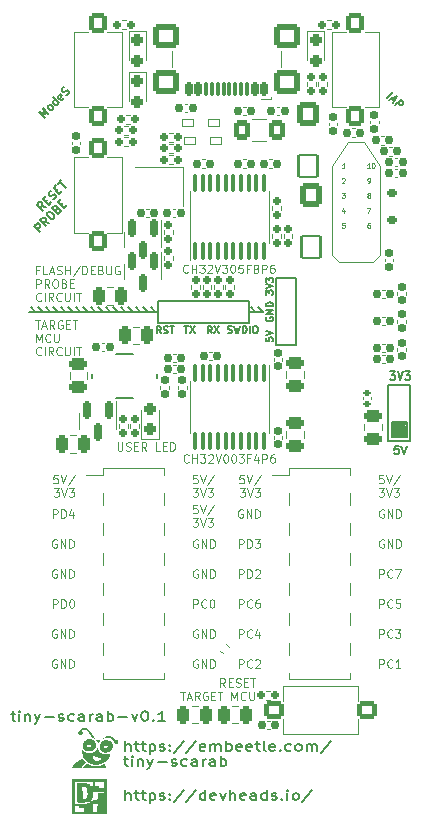
<source format=gbr>
%TF.GenerationSoftware,KiCad,Pcbnew,7.0.10*%
%TF.CreationDate,2024-01-15T20:05:46+01:00*%
%TF.ProjectId,tiny-scarab,74696e79-2d73-4636-9172-61622e6b6963,0.1*%
%TF.SameCoordinates,Original*%
%TF.FileFunction,Legend,Top*%
%TF.FilePolarity,Positive*%
%FSLAX46Y46*%
G04 Gerber Fmt 4.6, Leading zero omitted, Abs format (unit mm)*
G04 Created by KiCad (PCBNEW 7.0.10) date 2024-01-15 20:05:46*
%MOMM*%
%LPD*%
G01*
G04 APERTURE LIST*
G04 Aperture macros list*
%AMRoundRect*
0 Rectangle with rounded corners*
0 $1 Rounding radius*
0 $2 $3 $4 $5 $6 $7 $8 $9 X,Y pos of 4 corners*
0 Add a 4 corners polygon primitive as box body*
4,1,4,$2,$3,$4,$5,$6,$7,$8,$9,$2,$3,0*
0 Add four circle primitives for the rounded corners*
1,1,$1+$1,$2,$3*
1,1,$1+$1,$4,$5*
1,1,$1+$1,$6,$7*
1,1,$1+$1,$8,$9*
0 Add four rect primitives between the rounded corners*
20,1,$1+$1,$2,$3,$4,$5,0*
20,1,$1+$1,$4,$5,$6,$7,0*
20,1,$1+$1,$6,$7,$8,$9,0*
20,1,$1+$1,$8,$9,$2,$3,0*%
G04 Aperture macros list end*
%ADD10C,0.150000*%
%ADD11C,0.125000*%
%ADD12C,0.100000*%
%ADD13C,0.120000*%
%ADD14C,0.152400*%
%ADD15C,6.000000*%
%ADD16RoundRect,0.155000X0.212500X0.155000X-0.212500X0.155000X-0.212500X-0.155000X0.212500X-0.155000X0*%
%ADD17RoundRect,0.160000X-0.197500X-0.160000X0.197500X-0.160000X0.197500X0.160000X-0.197500X0.160000X0*%
%ADD18RoundRect,0.250000X-0.650000X0.800000X-0.650000X-0.800000X0.650000X-0.800000X0.650000X0.800000X0*%
%ADD19RoundRect,0.100000X-0.800000X0.950000X-0.800000X-0.950000X0.800000X-0.950000X0.800000X0.950000X0*%
%ADD20RoundRect,0.160000X-0.160000X0.197500X-0.160000X-0.197500X0.160000X-0.197500X0.160000X0.197500X0*%
%ADD21RoundRect,0.155000X-0.155000X0.212500X-0.155000X-0.212500X0.155000X-0.212500X0.155000X0.212500X0*%
%ADD22RoundRect,0.150000X-0.150000X0.587500X-0.150000X-0.587500X0.150000X-0.587500X0.150000X0.587500X0*%
%ADD23RoundRect,0.155000X-0.212500X-0.155000X0.212500X-0.155000X0.212500X0.155000X-0.212500X0.155000X0*%
%ADD24RoundRect,0.155000X0.155000X-0.212500X0.155000X0.212500X-0.155000X0.212500X-0.155000X-0.212500X0*%
%ADD25RoundRect,0.108750X0.191250X-0.108750X0.191250X0.108750X-0.191250X0.108750X-0.191250X-0.108750X0*%
%ADD26RoundRect,0.042240X0.459760X0.309760X-0.459760X0.309760X-0.459760X-0.309760X0.459760X-0.309760X0*%
%ADD27RoundRect,0.250000X-0.250000X-0.475000X0.250000X-0.475000X0.250000X0.475000X-0.250000X0.475000X0*%
%ADD28RoundRect,0.200000X0.550000X-0.625000X0.550000X0.625000X-0.550000X0.625000X-0.550000X-0.625000X0*%
%ADD29RoundRect,0.250000X-0.475000X0.250000X-0.475000X-0.250000X0.475000X-0.250000X0.475000X0.250000X0*%
%ADD30RoundRect,0.250001X-0.462499X-0.624999X0.462499X-0.624999X0.462499X0.624999X-0.462499X0.624999X0*%
%ADD31R,1.900000X0.950000*%
%ADD32R,1.900000X3.250000*%
%ADD33C,1.400000*%
%ADD34RoundRect,0.100000X0.100000X-0.637500X0.100000X0.637500X-0.100000X0.637500X-0.100000X-0.637500X0*%
%ADD35C,0.990600*%
%ADD36C,0.787400*%
%ADD37RoundRect,0.250000X0.475000X-0.250000X0.475000X0.250000X-0.475000X0.250000X-0.475000X-0.250000X0*%
%ADD38C,1.000000*%
%ADD39RoundRect,0.250000X0.250000X0.475000X-0.250000X0.475000X-0.250000X-0.475000X0.250000X-0.475000X0*%
%ADD40RoundRect,0.160000X-0.252791X0.026517X0.026517X-0.252791X0.252791X-0.026517X-0.026517X0.252791X0*%
%ADD41RoundRect,0.160000X0.197500X0.160000X-0.197500X0.160000X-0.197500X-0.160000X0.197500X-0.160000X0*%
%ADD42RoundRect,0.237500X-0.237500X0.287500X-0.237500X-0.287500X0.237500X-0.287500X0.237500X0.287500X0*%
%ADD43RoundRect,0.200000X-0.550000X0.625000X-0.550000X-0.625000X0.550000X-0.625000X0.550000X0.625000X0*%
%ADD44RoundRect,0.160000X0.160000X-0.197500X0.160000X0.197500X-0.160000X0.197500X-0.160000X-0.197500X0*%
%ADD45R,1.400000X1.200000*%
%ADD46RoundRect,0.200000X-0.625000X-0.550000X0.625000X-0.550000X0.625000X0.550000X-0.625000X0.550000X0*%
%ADD47RoundRect,0.237500X0.237500X-0.287500X0.237500X0.287500X-0.237500X0.287500X-0.237500X-0.287500X0*%
%ADD48RoundRect,0.157500X-0.257500X0.157500X-0.257500X-0.157500X0.257500X-0.157500X0.257500X0.157500X0*%
%ADD49R,3.180000X1.270000*%
%ADD50RoundRect,0.100000X-0.100000X0.637500X-0.100000X-0.637500X0.100000X-0.637500X0.100000X0.637500X0*%
%ADD51C,0.650000*%
%ADD52RoundRect,0.150000X0.150000X0.421750X-0.150000X0.421750X-0.150000X-0.421750X0.150000X-0.421750X0*%
%ADD53RoundRect,0.150000X0.150000X0.425000X-0.150000X0.425000X-0.150000X-0.425000X0.150000X-0.425000X0*%
%ADD54RoundRect,0.075000X0.075000X0.500000X-0.075000X0.500000X-0.075000X-0.500000X0.075000X-0.500000X0*%
%ADD55RoundRect,0.250000X0.840000X0.750000X-0.840000X0.750000X-0.840000X-0.750000X0.840000X-0.750000X0*%
%ADD56R,1.600200X1.244600*%
G04 APERTURE END LIST*
D10*
X109275562Y-59634437D02*
X109791500Y-59118500D01*
X110490000Y-59055000D02*
X110490000Y-60325000D01*
X101123750Y-46894750D02*
X101123750Y-52546250D01*
X109220000Y-59055000D02*
X109220000Y-60325000D01*
X87312500Y-49720500D02*
X86931500Y-49339500D01*
X89471500Y-49720500D02*
X89471500Y-48768000D01*
X110426501Y-59753501D02*
X109910563Y-60269438D01*
X97123250Y-49720500D02*
X98329750Y-49720500D01*
X108902500Y-55880000D02*
X108902500Y-60642500D01*
X110466188Y-59174063D02*
X109307313Y-60332938D01*
X82867500Y-49720500D02*
X82486500Y-49339500D01*
X100425250Y-52546250D02*
X99472750Y-52546250D01*
X110450313Y-59539188D02*
X109720063Y-60301188D01*
X79057500Y-49720500D02*
X78676500Y-49339500D01*
X81597500Y-49720500D02*
X81216500Y-49339500D01*
X86042500Y-49720500D02*
X85661500Y-49339500D01*
X97694750Y-49720500D02*
X97313750Y-49339500D01*
X109220000Y-60039250D02*
X110204250Y-59055000D01*
X101123750Y-46894750D02*
X100425250Y-46894750D01*
X110482063Y-59348688D02*
X109497813Y-60332938D01*
X109220000Y-60325000D02*
X110490000Y-60325000D01*
X80327500Y-49720500D02*
X79946500Y-49339500D01*
X88582500Y-49720500D02*
X88201500Y-49339500D01*
X110482063Y-60078938D02*
X110259813Y-60301188D01*
X85407500Y-49720500D02*
X85026500Y-49339500D01*
X84772500Y-49720500D02*
X84391500Y-49339500D01*
X101123750Y-52546250D02*
X100425250Y-52546250D01*
X82232500Y-49720500D02*
X81851500Y-49339500D01*
X87947500Y-49720500D02*
X87566500Y-49339500D01*
X83502500Y-49720500D02*
X83121500Y-49339500D01*
X109251750Y-59848750D02*
X109982000Y-59086750D01*
X86677500Y-49720500D02*
X86296500Y-49339500D01*
X80962500Y-49720500D02*
X80581500Y-49339500D01*
X79692500Y-49720500D02*
X79311500Y-49339500D01*
X97123250Y-49720500D02*
X97123250Y-48768000D01*
X110807500Y-55880000D02*
X108902500Y-55880000D01*
X89217500Y-49720500D02*
X88836500Y-49339500D01*
X78486000Y-49720500D02*
X89471500Y-49720500D01*
X110434438Y-59936063D02*
X110101063Y-60269438D01*
X110490000Y-59055000D02*
X109220000Y-59055000D01*
X109235875Y-60213875D02*
X110394750Y-59055000D01*
X109267625Y-59451875D02*
X109601000Y-59118500D01*
X100425250Y-46894750D02*
X99472750Y-46894750D01*
X98329750Y-49720500D02*
X97948750Y-49339500D01*
X89471500Y-50673000D02*
X89471500Y-49720500D01*
X110807500Y-60642500D02*
X108902500Y-60642500D01*
X97123250Y-48768000D02*
X89471500Y-48768000D01*
X109220000Y-59309000D02*
X109442250Y-59086750D01*
X110807500Y-55880000D02*
X110807500Y-60642500D01*
X97123250Y-50673000D02*
X97123250Y-49720500D01*
X97123250Y-50673000D02*
X89471500Y-50673000D01*
X84137500Y-49720500D02*
X83756500Y-49339500D01*
X99472750Y-46894750D02*
X99472750Y-52546250D01*
X76997172Y-83815961D02*
X77378124Y-83815961D01*
X77140029Y-83549295D02*
X77140029Y-84235009D01*
X77140029Y-84235009D02*
X77187648Y-84311200D01*
X77187648Y-84311200D02*
X77282886Y-84349295D01*
X77282886Y-84349295D02*
X77378124Y-84349295D01*
X77711458Y-84349295D02*
X77711458Y-83815961D01*
X77711458Y-83549295D02*
X77663839Y-83587390D01*
X77663839Y-83587390D02*
X77711458Y-83625485D01*
X77711458Y-83625485D02*
X77759077Y-83587390D01*
X77759077Y-83587390D02*
X77711458Y-83549295D01*
X77711458Y-83549295D02*
X77711458Y-83625485D01*
X78187648Y-83815961D02*
X78187648Y-84349295D01*
X78187648Y-83892152D02*
X78235267Y-83854057D01*
X78235267Y-83854057D02*
X78330505Y-83815961D01*
X78330505Y-83815961D02*
X78473362Y-83815961D01*
X78473362Y-83815961D02*
X78568600Y-83854057D01*
X78568600Y-83854057D02*
X78616219Y-83930247D01*
X78616219Y-83930247D02*
X78616219Y-84349295D01*
X78997172Y-83815961D02*
X79235267Y-84349295D01*
X79473362Y-83815961D02*
X79235267Y-84349295D01*
X79235267Y-84349295D02*
X79140029Y-84539771D01*
X79140029Y-84539771D02*
X79092410Y-84577866D01*
X79092410Y-84577866D02*
X78997172Y-84615961D01*
X79854315Y-84044533D02*
X80616220Y-84044533D01*
X81044791Y-84311200D02*
X81140029Y-84349295D01*
X81140029Y-84349295D02*
X81330505Y-84349295D01*
X81330505Y-84349295D02*
X81425743Y-84311200D01*
X81425743Y-84311200D02*
X81473362Y-84235009D01*
X81473362Y-84235009D02*
X81473362Y-84196914D01*
X81473362Y-84196914D02*
X81425743Y-84120723D01*
X81425743Y-84120723D02*
X81330505Y-84082628D01*
X81330505Y-84082628D02*
X81187648Y-84082628D01*
X81187648Y-84082628D02*
X81092410Y-84044533D01*
X81092410Y-84044533D02*
X81044791Y-83968342D01*
X81044791Y-83968342D02*
X81044791Y-83930247D01*
X81044791Y-83930247D02*
X81092410Y-83854057D01*
X81092410Y-83854057D02*
X81187648Y-83815961D01*
X81187648Y-83815961D02*
X81330505Y-83815961D01*
X81330505Y-83815961D02*
X81425743Y-83854057D01*
X82330505Y-84311200D02*
X82235267Y-84349295D01*
X82235267Y-84349295D02*
X82044791Y-84349295D01*
X82044791Y-84349295D02*
X81949553Y-84311200D01*
X81949553Y-84311200D02*
X81901934Y-84273104D01*
X81901934Y-84273104D02*
X81854315Y-84196914D01*
X81854315Y-84196914D02*
X81854315Y-83968342D01*
X81854315Y-83968342D02*
X81901934Y-83892152D01*
X81901934Y-83892152D02*
X81949553Y-83854057D01*
X81949553Y-83854057D02*
X82044791Y-83815961D01*
X82044791Y-83815961D02*
X82235267Y-83815961D01*
X82235267Y-83815961D02*
X82330505Y-83854057D01*
X83187648Y-84349295D02*
X83187648Y-83930247D01*
X83187648Y-83930247D02*
X83140029Y-83854057D01*
X83140029Y-83854057D02*
X83044791Y-83815961D01*
X83044791Y-83815961D02*
X82854315Y-83815961D01*
X82854315Y-83815961D02*
X82759077Y-83854057D01*
X83187648Y-84311200D02*
X83092410Y-84349295D01*
X83092410Y-84349295D02*
X82854315Y-84349295D01*
X82854315Y-84349295D02*
X82759077Y-84311200D01*
X82759077Y-84311200D02*
X82711458Y-84235009D01*
X82711458Y-84235009D02*
X82711458Y-84158819D01*
X82711458Y-84158819D02*
X82759077Y-84082628D01*
X82759077Y-84082628D02*
X82854315Y-84044533D01*
X82854315Y-84044533D02*
X83092410Y-84044533D01*
X83092410Y-84044533D02*
X83187648Y-84006438D01*
X83663839Y-84349295D02*
X83663839Y-83815961D01*
X83663839Y-83968342D02*
X83711458Y-83892152D01*
X83711458Y-83892152D02*
X83759077Y-83854057D01*
X83759077Y-83854057D02*
X83854315Y-83815961D01*
X83854315Y-83815961D02*
X83949553Y-83815961D01*
X84711458Y-84349295D02*
X84711458Y-83930247D01*
X84711458Y-83930247D02*
X84663839Y-83854057D01*
X84663839Y-83854057D02*
X84568601Y-83815961D01*
X84568601Y-83815961D02*
X84378125Y-83815961D01*
X84378125Y-83815961D02*
X84282887Y-83854057D01*
X84711458Y-84311200D02*
X84616220Y-84349295D01*
X84616220Y-84349295D02*
X84378125Y-84349295D01*
X84378125Y-84349295D02*
X84282887Y-84311200D01*
X84282887Y-84311200D02*
X84235268Y-84235009D01*
X84235268Y-84235009D02*
X84235268Y-84158819D01*
X84235268Y-84158819D02*
X84282887Y-84082628D01*
X84282887Y-84082628D02*
X84378125Y-84044533D01*
X84378125Y-84044533D02*
X84616220Y-84044533D01*
X84616220Y-84044533D02*
X84711458Y-84006438D01*
X85187649Y-84349295D02*
X85187649Y-83549295D01*
X85187649Y-83854057D02*
X85282887Y-83815961D01*
X85282887Y-83815961D02*
X85473363Y-83815961D01*
X85473363Y-83815961D02*
X85568601Y-83854057D01*
X85568601Y-83854057D02*
X85616220Y-83892152D01*
X85616220Y-83892152D02*
X85663839Y-83968342D01*
X85663839Y-83968342D02*
X85663839Y-84196914D01*
X85663839Y-84196914D02*
X85616220Y-84273104D01*
X85616220Y-84273104D02*
X85568601Y-84311200D01*
X85568601Y-84311200D02*
X85473363Y-84349295D01*
X85473363Y-84349295D02*
X85282887Y-84349295D01*
X85282887Y-84349295D02*
X85187649Y-84311200D01*
X86092411Y-84044533D02*
X86854316Y-84044533D01*
X87235268Y-83815961D02*
X87473363Y-84349295D01*
X87473363Y-84349295D02*
X87711458Y-83815961D01*
X88282887Y-83549295D02*
X88378125Y-83549295D01*
X88378125Y-83549295D02*
X88473363Y-83587390D01*
X88473363Y-83587390D02*
X88520982Y-83625485D01*
X88520982Y-83625485D02*
X88568601Y-83701676D01*
X88568601Y-83701676D02*
X88616220Y-83854057D01*
X88616220Y-83854057D02*
X88616220Y-84044533D01*
X88616220Y-84044533D02*
X88568601Y-84196914D01*
X88568601Y-84196914D02*
X88520982Y-84273104D01*
X88520982Y-84273104D02*
X88473363Y-84311200D01*
X88473363Y-84311200D02*
X88378125Y-84349295D01*
X88378125Y-84349295D02*
X88282887Y-84349295D01*
X88282887Y-84349295D02*
X88187649Y-84311200D01*
X88187649Y-84311200D02*
X88140030Y-84273104D01*
X88140030Y-84273104D02*
X88092411Y-84196914D01*
X88092411Y-84196914D02*
X88044792Y-84044533D01*
X88044792Y-84044533D02*
X88044792Y-83854057D01*
X88044792Y-83854057D02*
X88092411Y-83701676D01*
X88092411Y-83701676D02*
X88140030Y-83625485D01*
X88140030Y-83625485D02*
X88187649Y-83587390D01*
X88187649Y-83587390D02*
X88282887Y-83549295D01*
X89044792Y-84273104D02*
X89092411Y-84311200D01*
X89092411Y-84311200D02*
X89044792Y-84349295D01*
X89044792Y-84349295D02*
X88997173Y-84311200D01*
X88997173Y-84311200D02*
X89044792Y-84273104D01*
X89044792Y-84273104D02*
X89044792Y-84349295D01*
X90044791Y-84349295D02*
X89473363Y-84349295D01*
X89759077Y-84349295D02*
X89759077Y-83549295D01*
X89759077Y-83549295D02*
X89663839Y-83663580D01*
X89663839Y-83663580D02*
X89568601Y-83739771D01*
X89568601Y-83739771D02*
X89473363Y-83777866D01*
X98601021Y-51905077D02*
X98601021Y-52190791D01*
X98601021Y-52190791D02*
X98886735Y-52219363D01*
X98886735Y-52219363D02*
X98858164Y-52190791D01*
X98858164Y-52190791D02*
X98829592Y-52133649D01*
X98829592Y-52133649D02*
X98829592Y-51990791D01*
X98829592Y-51990791D02*
X98858164Y-51933649D01*
X98858164Y-51933649D02*
X98886735Y-51905077D01*
X98886735Y-51905077D02*
X98943878Y-51876506D01*
X98943878Y-51876506D02*
X99086735Y-51876506D01*
X99086735Y-51876506D02*
X99143878Y-51905077D01*
X99143878Y-51905077D02*
X99172450Y-51933649D01*
X99172450Y-51933649D02*
X99201021Y-51990791D01*
X99201021Y-51990791D02*
X99201021Y-52133649D01*
X99201021Y-52133649D02*
X99172450Y-52190791D01*
X99172450Y-52190791D02*
X99143878Y-52219363D01*
X98601021Y-51705077D02*
X99201021Y-51505077D01*
X99201021Y-51505077D02*
X98601021Y-51305077D01*
D11*
X80867764Y-76647666D02*
X80801097Y-76614333D01*
X80801097Y-76614333D02*
X80701097Y-76614333D01*
X80701097Y-76614333D02*
X80601097Y-76647666D01*
X80601097Y-76647666D02*
X80534431Y-76714333D01*
X80534431Y-76714333D02*
X80501097Y-76781000D01*
X80501097Y-76781000D02*
X80467764Y-76914333D01*
X80467764Y-76914333D02*
X80467764Y-77014333D01*
X80467764Y-77014333D02*
X80501097Y-77147666D01*
X80501097Y-77147666D02*
X80534431Y-77214333D01*
X80534431Y-77214333D02*
X80601097Y-77281000D01*
X80601097Y-77281000D02*
X80701097Y-77314333D01*
X80701097Y-77314333D02*
X80767764Y-77314333D01*
X80767764Y-77314333D02*
X80867764Y-77281000D01*
X80867764Y-77281000D02*
X80901097Y-77247666D01*
X80901097Y-77247666D02*
X80901097Y-77014333D01*
X80901097Y-77014333D02*
X80767764Y-77014333D01*
X81201097Y-77314333D02*
X81201097Y-76614333D01*
X81201097Y-76614333D02*
X81601097Y-77314333D01*
X81601097Y-77314333D02*
X81601097Y-76614333D01*
X81934430Y-77314333D02*
X81934430Y-76614333D01*
X81934430Y-76614333D02*
X82101097Y-76614333D01*
X82101097Y-76614333D02*
X82201097Y-76647666D01*
X82201097Y-76647666D02*
X82267764Y-76714333D01*
X82267764Y-76714333D02*
X82301097Y-76781000D01*
X82301097Y-76781000D02*
X82334430Y-76914333D01*
X82334430Y-76914333D02*
X82334430Y-77014333D01*
X82334430Y-77014333D02*
X82301097Y-77147666D01*
X82301097Y-77147666D02*
X82267764Y-77214333D01*
X82267764Y-77214333D02*
X82201097Y-77281000D01*
X82201097Y-77281000D02*
X82101097Y-77314333D01*
X82101097Y-77314333D02*
X81934430Y-77314333D01*
X108565569Y-69027666D02*
X108498902Y-68994333D01*
X108498902Y-68994333D02*
X108398902Y-68994333D01*
X108398902Y-68994333D02*
X108298902Y-69027666D01*
X108298902Y-69027666D02*
X108232236Y-69094333D01*
X108232236Y-69094333D02*
X108198902Y-69161000D01*
X108198902Y-69161000D02*
X108165569Y-69294333D01*
X108165569Y-69294333D02*
X108165569Y-69394333D01*
X108165569Y-69394333D02*
X108198902Y-69527666D01*
X108198902Y-69527666D02*
X108232236Y-69594333D01*
X108232236Y-69594333D02*
X108298902Y-69661000D01*
X108298902Y-69661000D02*
X108398902Y-69694333D01*
X108398902Y-69694333D02*
X108465569Y-69694333D01*
X108465569Y-69694333D02*
X108565569Y-69661000D01*
X108565569Y-69661000D02*
X108598902Y-69627666D01*
X108598902Y-69627666D02*
X108598902Y-69394333D01*
X108598902Y-69394333D02*
X108465569Y-69394333D01*
X108898902Y-69694333D02*
X108898902Y-68994333D01*
X108898902Y-68994333D02*
X109298902Y-69694333D01*
X109298902Y-69694333D02*
X109298902Y-68994333D01*
X109632235Y-69694333D02*
X109632235Y-68994333D01*
X109632235Y-68994333D02*
X109798902Y-68994333D01*
X109798902Y-68994333D02*
X109898902Y-69027666D01*
X109898902Y-69027666D02*
X109965569Y-69094333D01*
X109965569Y-69094333D02*
X109998902Y-69161000D01*
X109998902Y-69161000D02*
X110032235Y-69294333D01*
X110032235Y-69294333D02*
X110032235Y-69394333D01*
X110032235Y-69394333D02*
X109998902Y-69527666D01*
X109998902Y-69527666D02*
X109965569Y-69594333D01*
X109965569Y-69594333D02*
X109898902Y-69661000D01*
X109898902Y-69661000D02*
X109798902Y-69694333D01*
X109798902Y-69694333D02*
X109632235Y-69694333D01*
D12*
X107361705Y-42217847D02*
X107285515Y-42217847D01*
X107285515Y-42217847D02*
X107247419Y-42236895D01*
X107247419Y-42236895D02*
X107228372Y-42255942D01*
X107228372Y-42255942D02*
X107190277Y-42313085D01*
X107190277Y-42313085D02*
X107171229Y-42389276D01*
X107171229Y-42389276D02*
X107171229Y-42541657D01*
X107171229Y-42541657D02*
X107190277Y-42579752D01*
X107190277Y-42579752D02*
X107209324Y-42598800D01*
X107209324Y-42598800D02*
X107247419Y-42617847D01*
X107247419Y-42617847D02*
X107323610Y-42617847D01*
X107323610Y-42617847D02*
X107361705Y-42598800D01*
X107361705Y-42598800D02*
X107380753Y-42579752D01*
X107380753Y-42579752D02*
X107399800Y-42541657D01*
X107399800Y-42541657D02*
X107399800Y-42446419D01*
X107399800Y-42446419D02*
X107380753Y-42408323D01*
X107380753Y-42408323D02*
X107361705Y-42389276D01*
X107361705Y-42389276D02*
X107323610Y-42370228D01*
X107323610Y-42370228D02*
X107247419Y-42370228D01*
X107247419Y-42370228D02*
X107209324Y-42389276D01*
X107209324Y-42389276D02*
X107190277Y-42408323D01*
X107190277Y-42408323D02*
X107171229Y-42446419D01*
D11*
X96315763Y-77314333D02*
X96315763Y-76614333D01*
X96315763Y-76614333D02*
X96582430Y-76614333D01*
X96582430Y-76614333D02*
X96649097Y-76647666D01*
X96649097Y-76647666D02*
X96682430Y-76681000D01*
X96682430Y-76681000D02*
X96715763Y-76747666D01*
X96715763Y-76747666D02*
X96715763Y-76847666D01*
X96715763Y-76847666D02*
X96682430Y-76914333D01*
X96682430Y-76914333D02*
X96649097Y-76947666D01*
X96649097Y-76947666D02*
X96582430Y-76981000D01*
X96582430Y-76981000D02*
X96315763Y-76981000D01*
X97415763Y-77247666D02*
X97382430Y-77281000D01*
X97382430Y-77281000D02*
X97282430Y-77314333D01*
X97282430Y-77314333D02*
X97215763Y-77314333D01*
X97215763Y-77314333D02*
X97115763Y-77281000D01*
X97115763Y-77281000D02*
X97049097Y-77214333D01*
X97049097Y-77214333D02*
X97015763Y-77147666D01*
X97015763Y-77147666D02*
X96982430Y-77014333D01*
X96982430Y-77014333D02*
X96982430Y-76914333D01*
X96982430Y-76914333D02*
X97015763Y-76781000D01*
X97015763Y-76781000D02*
X97049097Y-76714333D01*
X97049097Y-76714333D02*
X97115763Y-76647666D01*
X97115763Y-76647666D02*
X97215763Y-76614333D01*
X97215763Y-76614333D02*
X97282430Y-76614333D01*
X97282430Y-76614333D02*
X97382430Y-76647666D01*
X97382430Y-76647666D02*
X97415763Y-76681000D01*
X98015763Y-76847666D02*
X98015763Y-77314333D01*
X97849097Y-76581000D02*
X97682430Y-77081000D01*
X97682430Y-77081000D02*
X98115763Y-77081000D01*
X95139514Y-81457833D02*
X94906181Y-81124500D01*
X94739514Y-81457833D02*
X94739514Y-80757833D01*
X94739514Y-80757833D02*
X95006181Y-80757833D01*
X95006181Y-80757833D02*
X95072848Y-80791166D01*
X95072848Y-80791166D02*
X95106181Y-80824500D01*
X95106181Y-80824500D02*
X95139514Y-80891166D01*
X95139514Y-80891166D02*
X95139514Y-80991166D01*
X95139514Y-80991166D02*
X95106181Y-81057833D01*
X95106181Y-81057833D02*
X95072848Y-81091166D01*
X95072848Y-81091166D02*
X95006181Y-81124500D01*
X95006181Y-81124500D02*
X94739514Y-81124500D01*
X95439514Y-81091166D02*
X95672848Y-81091166D01*
X95772848Y-81457833D02*
X95439514Y-81457833D01*
X95439514Y-81457833D02*
X95439514Y-80757833D01*
X95439514Y-80757833D02*
X95772848Y-80757833D01*
X96039514Y-81424500D02*
X96139514Y-81457833D01*
X96139514Y-81457833D02*
X96306181Y-81457833D01*
X96306181Y-81457833D02*
X96372847Y-81424500D01*
X96372847Y-81424500D02*
X96406181Y-81391166D01*
X96406181Y-81391166D02*
X96439514Y-81324500D01*
X96439514Y-81324500D02*
X96439514Y-81257833D01*
X96439514Y-81257833D02*
X96406181Y-81191166D01*
X96406181Y-81191166D02*
X96372847Y-81157833D01*
X96372847Y-81157833D02*
X96306181Y-81124500D01*
X96306181Y-81124500D02*
X96172847Y-81091166D01*
X96172847Y-81091166D02*
X96106181Y-81057833D01*
X96106181Y-81057833D02*
X96072847Y-81024500D01*
X96072847Y-81024500D02*
X96039514Y-80957833D01*
X96039514Y-80957833D02*
X96039514Y-80891166D01*
X96039514Y-80891166D02*
X96072847Y-80824500D01*
X96072847Y-80824500D02*
X96106181Y-80791166D01*
X96106181Y-80791166D02*
X96172847Y-80757833D01*
X96172847Y-80757833D02*
X96339514Y-80757833D01*
X96339514Y-80757833D02*
X96439514Y-80791166D01*
X96739514Y-81091166D02*
X96972848Y-81091166D01*
X97072848Y-81457833D02*
X96739514Y-81457833D01*
X96739514Y-81457833D02*
X96739514Y-80757833D01*
X96739514Y-80757833D02*
X97072848Y-80757833D01*
X97272847Y-80757833D02*
X97672847Y-80757833D01*
X97472847Y-81457833D02*
X97472847Y-80757833D01*
X91339515Y-81884833D02*
X91739515Y-81884833D01*
X91539515Y-82584833D02*
X91539515Y-81884833D01*
X91939515Y-82384833D02*
X92272848Y-82384833D01*
X91872848Y-82584833D02*
X92106182Y-81884833D01*
X92106182Y-81884833D02*
X92339515Y-82584833D01*
X92972848Y-82584833D02*
X92739515Y-82251500D01*
X92572848Y-82584833D02*
X92572848Y-81884833D01*
X92572848Y-81884833D02*
X92839515Y-81884833D01*
X92839515Y-81884833D02*
X92906182Y-81918166D01*
X92906182Y-81918166D02*
X92939515Y-81951500D01*
X92939515Y-81951500D02*
X92972848Y-82018166D01*
X92972848Y-82018166D02*
X92972848Y-82118166D01*
X92972848Y-82118166D02*
X92939515Y-82184833D01*
X92939515Y-82184833D02*
X92906182Y-82218166D01*
X92906182Y-82218166D02*
X92839515Y-82251500D01*
X92839515Y-82251500D02*
X92572848Y-82251500D01*
X93639515Y-81918166D02*
X93572848Y-81884833D01*
X93572848Y-81884833D02*
X93472848Y-81884833D01*
X93472848Y-81884833D02*
X93372848Y-81918166D01*
X93372848Y-81918166D02*
X93306182Y-81984833D01*
X93306182Y-81984833D02*
X93272848Y-82051500D01*
X93272848Y-82051500D02*
X93239515Y-82184833D01*
X93239515Y-82184833D02*
X93239515Y-82284833D01*
X93239515Y-82284833D02*
X93272848Y-82418166D01*
X93272848Y-82418166D02*
X93306182Y-82484833D01*
X93306182Y-82484833D02*
X93372848Y-82551500D01*
X93372848Y-82551500D02*
X93472848Y-82584833D01*
X93472848Y-82584833D02*
X93539515Y-82584833D01*
X93539515Y-82584833D02*
X93639515Y-82551500D01*
X93639515Y-82551500D02*
X93672848Y-82518166D01*
X93672848Y-82518166D02*
X93672848Y-82284833D01*
X93672848Y-82284833D02*
X93539515Y-82284833D01*
X93972848Y-82218166D02*
X94206182Y-82218166D01*
X94306182Y-82584833D02*
X93972848Y-82584833D01*
X93972848Y-82584833D02*
X93972848Y-81884833D01*
X93972848Y-81884833D02*
X94306182Y-81884833D01*
X94506181Y-81884833D02*
X94906181Y-81884833D01*
X94706181Y-82584833D02*
X94706181Y-81884833D01*
X95672847Y-82584833D02*
X95672847Y-81884833D01*
X95672847Y-81884833D02*
X95906181Y-82384833D01*
X95906181Y-82384833D02*
X96139514Y-81884833D01*
X96139514Y-81884833D02*
X96139514Y-82584833D01*
X96872847Y-82518166D02*
X96839514Y-82551500D01*
X96839514Y-82551500D02*
X96739514Y-82584833D01*
X96739514Y-82584833D02*
X96672847Y-82584833D01*
X96672847Y-82584833D02*
X96572847Y-82551500D01*
X96572847Y-82551500D02*
X96506181Y-82484833D01*
X96506181Y-82484833D02*
X96472847Y-82418166D01*
X96472847Y-82418166D02*
X96439514Y-82284833D01*
X96439514Y-82284833D02*
X96439514Y-82184833D01*
X96439514Y-82184833D02*
X96472847Y-82051500D01*
X96472847Y-82051500D02*
X96506181Y-81984833D01*
X96506181Y-81984833D02*
X96572847Y-81918166D01*
X96572847Y-81918166D02*
X96672847Y-81884833D01*
X96672847Y-81884833D02*
X96739514Y-81884833D01*
X96739514Y-81884833D02*
X96839514Y-81918166D01*
X96839514Y-81918166D02*
X96872847Y-81951500D01*
X97172847Y-81884833D02*
X97172847Y-82451500D01*
X97172847Y-82451500D02*
X97206181Y-82518166D01*
X97206181Y-82518166D02*
X97239514Y-82551500D01*
X97239514Y-82551500D02*
X97306181Y-82584833D01*
X97306181Y-82584833D02*
X97439514Y-82584833D01*
X97439514Y-82584833D02*
X97506181Y-82551500D01*
X97506181Y-82551500D02*
X97539514Y-82518166D01*
X97539514Y-82518166D02*
X97572847Y-82451500D01*
X97572847Y-82451500D02*
X97572847Y-81884833D01*
X108198902Y-77314333D02*
X108198902Y-76614333D01*
X108198902Y-76614333D02*
X108465569Y-76614333D01*
X108465569Y-76614333D02*
X108532236Y-76647666D01*
X108532236Y-76647666D02*
X108565569Y-76681000D01*
X108565569Y-76681000D02*
X108598902Y-76747666D01*
X108598902Y-76747666D02*
X108598902Y-76847666D01*
X108598902Y-76847666D02*
X108565569Y-76914333D01*
X108565569Y-76914333D02*
X108532236Y-76947666D01*
X108532236Y-76947666D02*
X108465569Y-76981000D01*
X108465569Y-76981000D02*
X108198902Y-76981000D01*
X109298902Y-77247666D02*
X109265569Y-77281000D01*
X109265569Y-77281000D02*
X109165569Y-77314333D01*
X109165569Y-77314333D02*
X109098902Y-77314333D01*
X109098902Y-77314333D02*
X108998902Y-77281000D01*
X108998902Y-77281000D02*
X108932236Y-77214333D01*
X108932236Y-77214333D02*
X108898902Y-77147666D01*
X108898902Y-77147666D02*
X108865569Y-77014333D01*
X108865569Y-77014333D02*
X108865569Y-76914333D01*
X108865569Y-76914333D02*
X108898902Y-76781000D01*
X108898902Y-76781000D02*
X108932236Y-76714333D01*
X108932236Y-76714333D02*
X108998902Y-76647666D01*
X108998902Y-76647666D02*
X109098902Y-76614333D01*
X109098902Y-76614333D02*
X109165569Y-76614333D01*
X109165569Y-76614333D02*
X109265569Y-76647666D01*
X109265569Y-76647666D02*
X109298902Y-76681000D01*
X109532236Y-76614333D02*
X109965569Y-76614333D01*
X109965569Y-76614333D02*
X109732236Y-76881000D01*
X109732236Y-76881000D02*
X109832236Y-76881000D01*
X109832236Y-76881000D02*
X109898902Y-76914333D01*
X109898902Y-76914333D02*
X109932236Y-76947666D01*
X109932236Y-76947666D02*
X109965569Y-77014333D01*
X109965569Y-77014333D02*
X109965569Y-77181000D01*
X109965569Y-77181000D02*
X109932236Y-77247666D01*
X109932236Y-77247666D02*
X109898902Y-77281000D01*
X109898902Y-77281000D02*
X109832236Y-77314333D01*
X109832236Y-77314333D02*
X109632236Y-77314333D01*
X109632236Y-77314333D02*
X109565569Y-77281000D01*
X109565569Y-77281000D02*
X109532236Y-77247666D01*
X80867764Y-71567666D02*
X80801097Y-71534333D01*
X80801097Y-71534333D02*
X80701097Y-71534333D01*
X80701097Y-71534333D02*
X80601097Y-71567666D01*
X80601097Y-71567666D02*
X80534431Y-71634333D01*
X80534431Y-71634333D02*
X80501097Y-71701000D01*
X80501097Y-71701000D02*
X80467764Y-71834333D01*
X80467764Y-71834333D02*
X80467764Y-71934333D01*
X80467764Y-71934333D02*
X80501097Y-72067666D01*
X80501097Y-72067666D02*
X80534431Y-72134333D01*
X80534431Y-72134333D02*
X80601097Y-72201000D01*
X80601097Y-72201000D02*
X80701097Y-72234333D01*
X80701097Y-72234333D02*
X80767764Y-72234333D01*
X80767764Y-72234333D02*
X80867764Y-72201000D01*
X80867764Y-72201000D02*
X80901097Y-72167666D01*
X80901097Y-72167666D02*
X80901097Y-71934333D01*
X80901097Y-71934333D02*
X80767764Y-71934333D01*
X81201097Y-72234333D02*
X81201097Y-71534333D01*
X81201097Y-71534333D02*
X81601097Y-72234333D01*
X81601097Y-72234333D02*
X81601097Y-71534333D01*
X81934430Y-72234333D02*
X81934430Y-71534333D01*
X81934430Y-71534333D02*
X82101097Y-71534333D01*
X82101097Y-71534333D02*
X82201097Y-71567666D01*
X82201097Y-71567666D02*
X82267764Y-71634333D01*
X82267764Y-71634333D02*
X82301097Y-71701000D01*
X82301097Y-71701000D02*
X82334430Y-71834333D01*
X82334430Y-71834333D02*
X82334430Y-71934333D01*
X82334430Y-71934333D02*
X82301097Y-72067666D01*
X82301097Y-72067666D02*
X82267764Y-72134333D01*
X82267764Y-72134333D02*
X82201097Y-72201000D01*
X82201097Y-72201000D02*
X82101097Y-72234333D01*
X82101097Y-72234333D02*
X81934430Y-72234333D01*
X92817569Y-71567666D02*
X92750902Y-71534333D01*
X92750902Y-71534333D02*
X92650902Y-71534333D01*
X92650902Y-71534333D02*
X92550902Y-71567666D01*
X92550902Y-71567666D02*
X92484236Y-71634333D01*
X92484236Y-71634333D02*
X92450902Y-71701000D01*
X92450902Y-71701000D02*
X92417569Y-71834333D01*
X92417569Y-71834333D02*
X92417569Y-71934333D01*
X92417569Y-71934333D02*
X92450902Y-72067666D01*
X92450902Y-72067666D02*
X92484236Y-72134333D01*
X92484236Y-72134333D02*
X92550902Y-72201000D01*
X92550902Y-72201000D02*
X92650902Y-72234333D01*
X92650902Y-72234333D02*
X92717569Y-72234333D01*
X92717569Y-72234333D02*
X92817569Y-72201000D01*
X92817569Y-72201000D02*
X92850902Y-72167666D01*
X92850902Y-72167666D02*
X92850902Y-71934333D01*
X92850902Y-71934333D02*
X92717569Y-71934333D01*
X93150902Y-72234333D02*
X93150902Y-71534333D01*
X93150902Y-71534333D02*
X93550902Y-72234333D01*
X93550902Y-72234333D02*
X93550902Y-71534333D01*
X93884235Y-72234333D02*
X93884235Y-71534333D01*
X93884235Y-71534333D02*
X94050902Y-71534333D01*
X94050902Y-71534333D02*
X94150902Y-71567666D01*
X94150902Y-71567666D02*
X94217569Y-71634333D01*
X94217569Y-71634333D02*
X94250902Y-71701000D01*
X94250902Y-71701000D02*
X94284235Y-71834333D01*
X94284235Y-71834333D02*
X94284235Y-71934333D01*
X94284235Y-71934333D02*
X94250902Y-72067666D01*
X94250902Y-72067666D02*
X94217569Y-72134333D01*
X94217569Y-72134333D02*
X94150902Y-72201000D01*
X94150902Y-72201000D02*
X94050902Y-72234333D01*
X94050902Y-72234333D02*
X93884235Y-72234333D01*
X80967764Y-63549333D02*
X80634430Y-63549333D01*
X80634430Y-63549333D02*
X80601097Y-63882666D01*
X80601097Y-63882666D02*
X80634430Y-63849333D01*
X80634430Y-63849333D02*
X80701097Y-63816000D01*
X80701097Y-63816000D02*
X80867764Y-63816000D01*
X80867764Y-63816000D02*
X80934430Y-63849333D01*
X80934430Y-63849333D02*
X80967764Y-63882666D01*
X80967764Y-63882666D02*
X81001097Y-63949333D01*
X81001097Y-63949333D02*
X81001097Y-64116000D01*
X81001097Y-64116000D02*
X80967764Y-64182666D01*
X80967764Y-64182666D02*
X80934430Y-64216000D01*
X80934430Y-64216000D02*
X80867764Y-64249333D01*
X80867764Y-64249333D02*
X80701097Y-64249333D01*
X80701097Y-64249333D02*
X80634430Y-64216000D01*
X80634430Y-64216000D02*
X80601097Y-64182666D01*
X81201097Y-63549333D02*
X81434431Y-64249333D01*
X81434431Y-64249333D02*
X81667764Y-63549333D01*
X82401097Y-63516000D02*
X81801097Y-64416000D01*
X80634430Y-64676333D02*
X81067763Y-64676333D01*
X81067763Y-64676333D02*
X80834430Y-64943000D01*
X80834430Y-64943000D02*
X80934430Y-64943000D01*
X80934430Y-64943000D02*
X81001096Y-64976333D01*
X81001096Y-64976333D02*
X81034430Y-65009666D01*
X81034430Y-65009666D02*
X81067763Y-65076333D01*
X81067763Y-65076333D02*
X81067763Y-65243000D01*
X81067763Y-65243000D02*
X81034430Y-65309666D01*
X81034430Y-65309666D02*
X81001096Y-65343000D01*
X81001096Y-65343000D02*
X80934430Y-65376333D01*
X80934430Y-65376333D02*
X80734430Y-65376333D01*
X80734430Y-65376333D02*
X80667763Y-65343000D01*
X80667763Y-65343000D02*
X80634430Y-65309666D01*
X81267763Y-64676333D02*
X81501097Y-65376333D01*
X81501097Y-65376333D02*
X81734430Y-64676333D01*
X81901097Y-64676333D02*
X82334430Y-64676333D01*
X82334430Y-64676333D02*
X82101097Y-64943000D01*
X82101097Y-64943000D02*
X82201097Y-64943000D01*
X82201097Y-64943000D02*
X82267763Y-64976333D01*
X82267763Y-64976333D02*
X82301097Y-65009666D01*
X82301097Y-65009666D02*
X82334430Y-65076333D01*
X82334430Y-65076333D02*
X82334430Y-65243000D01*
X82334430Y-65243000D02*
X82301097Y-65309666D01*
X82301097Y-65309666D02*
X82267763Y-65343000D01*
X82267763Y-65343000D02*
X82201097Y-65376333D01*
X82201097Y-65376333D02*
X82001097Y-65376333D01*
X82001097Y-65376333D02*
X81934430Y-65343000D01*
X81934430Y-65343000D02*
X81901097Y-65309666D01*
D10*
X108838722Y-31585790D02*
X109333696Y-31090815D01*
X109192275Y-31656500D02*
X109427977Y-31892203D01*
X109003713Y-31750781D02*
X109663679Y-31420798D01*
X109663679Y-31420798D02*
X109333696Y-32080764D01*
X109498688Y-32245756D02*
X109993663Y-31750781D01*
X109993663Y-31750781D02*
X110182224Y-31939343D01*
X110182224Y-31939343D02*
X110205795Y-32010054D01*
X110205795Y-32010054D02*
X110205795Y-32057194D01*
X110205795Y-32057194D02*
X110182224Y-32127905D01*
X110182224Y-32127905D02*
X110111514Y-32198615D01*
X110111514Y-32198615D02*
X110040803Y-32222186D01*
X110040803Y-32222186D02*
X109993663Y-32222186D01*
X109993663Y-32222186D02*
X109922952Y-32198615D01*
X109922952Y-32198615D02*
X109734390Y-32010054D01*
D11*
X80567763Y-67154333D02*
X80567763Y-66454333D01*
X80567763Y-66454333D02*
X80834430Y-66454333D01*
X80834430Y-66454333D02*
X80901097Y-66487666D01*
X80901097Y-66487666D02*
X80934430Y-66521000D01*
X80934430Y-66521000D02*
X80967763Y-66587666D01*
X80967763Y-66587666D02*
X80967763Y-66687666D01*
X80967763Y-66687666D02*
X80934430Y-66754333D01*
X80934430Y-66754333D02*
X80901097Y-66787666D01*
X80901097Y-66787666D02*
X80834430Y-66821000D01*
X80834430Y-66821000D02*
X80567763Y-66821000D01*
X81267763Y-67154333D02*
X81267763Y-66454333D01*
X81267763Y-66454333D02*
X81434430Y-66454333D01*
X81434430Y-66454333D02*
X81534430Y-66487666D01*
X81534430Y-66487666D02*
X81601097Y-66554333D01*
X81601097Y-66554333D02*
X81634430Y-66621000D01*
X81634430Y-66621000D02*
X81667763Y-66754333D01*
X81667763Y-66754333D02*
X81667763Y-66854333D01*
X81667763Y-66854333D02*
X81634430Y-66987666D01*
X81634430Y-66987666D02*
X81601097Y-67054333D01*
X81601097Y-67054333D02*
X81534430Y-67121000D01*
X81534430Y-67121000D02*
X81434430Y-67154333D01*
X81434430Y-67154333D02*
X81267763Y-67154333D01*
X82267763Y-66687666D02*
X82267763Y-67154333D01*
X82101097Y-66421000D02*
X81934430Y-66921000D01*
X81934430Y-66921000D02*
X82367763Y-66921000D01*
X80567763Y-74774333D02*
X80567763Y-74074333D01*
X80567763Y-74074333D02*
X80834430Y-74074333D01*
X80834430Y-74074333D02*
X80901097Y-74107666D01*
X80901097Y-74107666D02*
X80934430Y-74141000D01*
X80934430Y-74141000D02*
X80967763Y-74207666D01*
X80967763Y-74207666D02*
X80967763Y-74307666D01*
X80967763Y-74307666D02*
X80934430Y-74374333D01*
X80934430Y-74374333D02*
X80901097Y-74407666D01*
X80901097Y-74407666D02*
X80834430Y-74441000D01*
X80834430Y-74441000D02*
X80567763Y-74441000D01*
X81267763Y-74774333D02*
X81267763Y-74074333D01*
X81267763Y-74074333D02*
X81434430Y-74074333D01*
X81434430Y-74074333D02*
X81534430Y-74107666D01*
X81534430Y-74107666D02*
X81601097Y-74174333D01*
X81601097Y-74174333D02*
X81634430Y-74241000D01*
X81634430Y-74241000D02*
X81667763Y-74374333D01*
X81667763Y-74374333D02*
X81667763Y-74474333D01*
X81667763Y-74474333D02*
X81634430Y-74607666D01*
X81634430Y-74607666D02*
X81601097Y-74674333D01*
X81601097Y-74674333D02*
X81534430Y-74741000D01*
X81534430Y-74741000D02*
X81434430Y-74774333D01*
X81434430Y-74774333D02*
X81267763Y-74774333D01*
X82101097Y-74074333D02*
X82167763Y-74074333D01*
X82167763Y-74074333D02*
X82234430Y-74107666D01*
X82234430Y-74107666D02*
X82267763Y-74141000D01*
X82267763Y-74141000D02*
X82301097Y-74207666D01*
X82301097Y-74207666D02*
X82334430Y-74341000D01*
X82334430Y-74341000D02*
X82334430Y-74507666D01*
X82334430Y-74507666D02*
X82301097Y-74641000D01*
X82301097Y-74641000D02*
X82267763Y-74707666D01*
X82267763Y-74707666D02*
X82234430Y-74741000D01*
X82234430Y-74741000D02*
X82167763Y-74774333D01*
X82167763Y-74774333D02*
X82101097Y-74774333D01*
X82101097Y-74774333D02*
X82034430Y-74741000D01*
X82034430Y-74741000D02*
X82001097Y-74707666D01*
X82001097Y-74707666D02*
X81967763Y-74641000D01*
X81967763Y-74641000D02*
X81934430Y-74507666D01*
X81934430Y-74507666D02*
X81934430Y-74341000D01*
X81934430Y-74341000D02*
X81967763Y-74207666D01*
X81967763Y-74207666D02*
X82001097Y-74141000D01*
X82001097Y-74141000D02*
X82034430Y-74107666D01*
X82034430Y-74107666D02*
X82101097Y-74074333D01*
X108198902Y-72234333D02*
X108198902Y-71534333D01*
X108198902Y-71534333D02*
X108465569Y-71534333D01*
X108465569Y-71534333D02*
X108532236Y-71567666D01*
X108532236Y-71567666D02*
X108565569Y-71601000D01*
X108565569Y-71601000D02*
X108598902Y-71667666D01*
X108598902Y-71667666D02*
X108598902Y-71767666D01*
X108598902Y-71767666D02*
X108565569Y-71834333D01*
X108565569Y-71834333D02*
X108532236Y-71867666D01*
X108532236Y-71867666D02*
X108465569Y-71901000D01*
X108465569Y-71901000D02*
X108198902Y-71901000D01*
X109298902Y-72167666D02*
X109265569Y-72201000D01*
X109265569Y-72201000D02*
X109165569Y-72234333D01*
X109165569Y-72234333D02*
X109098902Y-72234333D01*
X109098902Y-72234333D02*
X108998902Y-72201000D01*
X108998902Y-72201000D02*
X108932236Y-72134333D01*
X108932236Y-72134333D02*
X108898902Y-72067666D01*
X108898902Y-72067666D02*
X108865569Y-71934333D01*
X108865569Y-71934333D02*
X108865569Y-71834333D01*
X108865569Y-71834333D02*
X108898902Y-71701000D01*
X108898902Y-71701000D02*
X108932236Y-71634333D01*
X108932236Y-71634333D02*
X108998902Y-71567666D01*
X108998902Y-71567666D02*
X109098902Y-71534333D01*
X109098902Y-71534333D02*
X109165569Y-71534333D01*
X109165569Y-71534333D02*
X109265569Y-71567666D01*
X109265569Y-71567666D02*
X109298902Y-71601000D01*
X109532236Y-71534333D02*
X109998902Y-71534333D01*
X109998902Y-71534333D02*
X109698902Y-72234333D01*
D10*
X91691076Y-50944271D02*
X92033934Y-50944271D01*
X91862505Y-51544271D02*
X91862505Y-50944271D01*
X92176791Y-50944271D02*
X92576791Y-51544271D01*
X92576791Y-50944271D02*
X92176791Y-51544271D01*
D12*
X105024931Y-39677847D02*
X105272550Y-39677847D01*
X105272550Y-39677847D02*
X105139217Y-39830228D01*
X105139217Y-39830228D02*
X105196360Y-39830228D01*
X105196360Y-39830228D02*
X105234455Y-39849276D01*
X105234455Y-39849276D02*
X105253503Y-39868323D01*
X105253503Y-39868323D02*
X105272550Y-39906419D01*
X105272550Y-39906419D02*
X105272550Y-40001657D01*
X105272550Y-40001657D02*
X105253503Y-40039752D01*
X105253503Y-40039752D02*
X105234455Y-40058800D01*
X105234455Y-40058800D02*
X105196360Y-40077847D01*
X105196360Y-40077847D02*
X105082074Y-40077847D01*
X105082074Y-40077847D02*
X105043979Y-40058800D01*
X105043979Y-40058800D02*
X105024931Y-40039752D01*
X107152181Y-40947847D02*
X107418848Y-40947847D01*
X107418848Y-40947847D02*
X107247419Y-41347847D01*
D10*
X95335969Y-51483950D02*
X95421684Y-51512521D01*
X95421684Y-51512521D02*
X95564541Y-51512521D01*
X95564541Y-51512521D02*
X95621684Y-51483950D01*
X95621684Y-51483950D02*
X95650255Y-51455378D01*
X95650255Y-51455378D02*
X95678826Y-51398235D01*
X95678826Y-51398235D02*
X95678826Y-51341092D01*
X95678826Y-51341092D02*
X95650255Y-51283950D01*
X95650255Y-51283950D02*
X95621684Y-51255378D01*
X95621684Y-51255378D02*
X95564541Y-51226807D01*
X95564541Y-51226807D02*
X95450255Y-51198235D01*
X95450255Y-51198235D02*
X95393112Y-51169664D01*
X95393112Y-51169664D02*
X95364541Y-51141092D01*
X95364541Y-51141092D02*
X95335969Y-51083950D01*
X95335969Y-51083950D02*
X95335969Y-51026807D01*
X95335969Y-51026807D02*
X95364541Y-50969664D01*
X95364541Y-50969664D02*
X95393112Y-50941092D01*
X95393112Y-50941092D02*
X95450255Y-50912521D01*
X95450255Y-50912521D02*
X95593112Y-50912521D01*
X95593112Y-50912521D02*
X95678826Y-50941092D01*
X95878827Y-50912521D02*
X96021684Y-51512521D01*
X96021684Y-51512521D02*
X96135970Y-51083950D01*
X96135970Y-51083950D02*
X96250255Y-51512521D01*
X96250255Y-51512521D02*
X96393113Y-50912521D01*
X96621684Y-51512521D02*
X96621684Y-50912521D01*
X96621684Y-50912521D02*
X96764541Y-50912521D01*
X96764541Y-50912521D02*
X96850255Y-50941092D01*
X96850255Y-50941092D02*
X96907398Y-50998235D01*
X96907398Y-50998235D02*
X96935969Y-51055378D01*
X96935969Y-51055378D02*
X96964541Y-51169664D01*
X96964541Y-51169664D02*
X96964541Y-51255378D01*
X96964541Y-51255378D02*
X96935969Y-51369664D01*
X96935969Y-51369664D02*
X96907398Y-51426807D01*
X96907398Y-51426807D02*
X96850255Y-51483950D01*
X96850255Y-51483950D02*
X96764541Y-51512521D01*
X96764541Y-51512521D02*
X96621684Y-51512521D01*
X97221684Y-51512521D02*
X97221684Y-50912521D01*
X97621683Y-50912521D02*
X97735969Y-50912521D01*
X97735969Y-50912521D02*
X97793112Y-50941092D01*
X97793112Y-50941092D02*
X97850255Y-50998235D01*
X97850255Y-50998235D02*
X97878826Y-51112521D01*
X97878826Y-51112521D02*
X97878826Y-51312521D01*
X97878826Y-51312521D02*
X97850255Y-51426807D01*
X97850255Y-51426807D02*
X97793112Y-51483950D01*
X97793112Y-51483950D02*
X97735969Y-51512521D01*
X97735969Y-51512521D02*
X97621683Y-51512521D01*
X97621683Y-51512521D02*
X97564541Y-51483950D01*
X97564541Y-51483950D02*
X97507398Y-51426807D01*
X97507398Y-51426807D02*
X97478826Y-51312521D01*
X97478826Y-51312521D02*
X97478826Y-51112521D01*
X97478826Y-51112521D02*
X97507398Y-50998235D01*
X97507398Y-50998235D02*
X97564541Y-50941092D01*
X97564541Y-50941092D02*
X97621683Y-50912521D01*
D11*
X92450902Y-74774333D02*
X92450902Y-74074333D01*
X92450902Y-74074333D02*
X92717569Y-74074333D01*
X92717569Y-74074333D02*
X92784236Y-74107666D01*
X92784236Y-74107666D02*
X92817569Y-74141000D01*
X92817569Y-74141000D02*
X92850902Y-74207666D01*
X92850902Y-74207666D02*
X92850902Y-74307666D01*
X92850902Y-74307666D02*
X92817569Y-74374333D01*
X92817569Y-74374333D02*
X92784236Y-74407666D01*
X92784236Y-74407666D02*
X92717569Y-74441000D01*
X92717569Y-74441000D02*
X92450902Y-74441000D01*
X93550902Y-74707666D02*
X93517569Y-74741000D01*
X93517569Y-74741000D02*
X93417569Y-74774333D01*
X93417569Y-74774333D02*
X93350902Y-74774333D01*
X93350902Y-74774333D02*
X93250902Y-74741000D01*
X93250902Y-74741000D02*
X93184236Y-74674333D01*
X93184236Y-74674333D02*
X93150902Y-74607666D01*
X93150902Y-74607666D02*
X93117569Y-74474333D01*
X93117569Y-74474333D02*
X93117569Y-74374333D01*
X93117569Y-74374333D02*
X93150902Y-74241000D01*
X93150902Y-74241000D02*
X93184236Y-74174333D01*
X93184236Y-74174333D02*
X93250902Y-74107666D01*
X93250902Y-74107666D02*
X93350902Y-74074333D01*
X93350902Y-74074333D02*
X93417569Y-74074333D01*
X93417569Y-74074333D02*
X93517569Y-74107666D01*
X93517569Y-74107666D02*
X93550902Y-74141000D01*
X93984236Y-74074333D02*
X94050902Y-74074333D01*
X94050902Y-74074333D02*
X94117569Y-74107666D01*
X94117569Y-74107666D02*
X94150902Y-74141000D01*
X94150902Y-74141000D02*
X94184236Y-74207666D01*
X94184236Y-74207666D02*
X94217569Y-74341000D01*
X94217569Y-74341000D02*
X94217569Y-74507666D01*
X94217569Y-74507666D02*
X94184236Y-74641000D01*
X94184236Y-74641000D02*
X94150902Y-74707666D01*
X94150902Y-74707666D02*
X94117569Y-74741000D01*
X94117569Y-74741000D02*
X94050902Y-74774333D01*
X94050902Y-74774333D02*
X93984236Y-74774333D01*
X93984236Y-74774333D02*
X93917569Y-74741000D01*
X93917569Y-74741000D02*
X93884236Y-74707666D01*
X93884236Y-74707666D02*
X93850902Y-74641000D01*
X93850902Y-74641000D02*
X93817569Y-74507666D01*
X93817569Y-74507666D02*
X93817569Y-74341000D01*
X93817569Y-74341000D02*
X93850902Y-74207666D01*
X93850902Y-74207666D02*
X93884236Y-74141000D01*
X93884236Y-74141000D02*
X93917569Y-74107666D01*
X93917569Y-74107666D02*
X93984236Y-74074333D01*
D10*
X93992898Y-51544271D02*
X93792898Y-51258557D01*
X93650041Y-51544271D02*
X93650041Y-50944271D01*
X93650041Y-50944271D02*
X93878612Y-50944271D01*
X93878612Y-50944271D02*
X93935755Y-50972842D01*
X93935755Y-50972842D02*
X93964326Y-51001414D01*
X93964326Y-51001414D02*
X93992898Y-51058557D01*
X93992898Y-51058557D02*
X93992898Y-51144271D01*
X93992898Y-51144271D02*
X93964326Y-51201414D01*
X93964326Y-51201414D02*
X93935755Y-51229985D01*
X93935755Y-51229985D02*
X93878612Y-51258557D01*
X93878612Y-51258557D02*
X93650041Y-51258557D01*
X94192898Y-50944271D02*
X94592898Y-51544271D01*
X94592898Y-50944271D02*
X94192898Y-51544271D01*
D12*
X107247419Y-39849276D02*
X107209324Y-39830228D01*
X107209324Y-39830228D02*
X107190277Y-39811180D01*
X107190277Y-39811180D02*
X107171229Y-39773085D01*
X107171229Y-39773085D02*
X107171229Y-39754038D01*
X107171229Y-39754038D02*
X107190277Y-39715942D01*
X107190277Y-39715942D02*
X107209324Y-39696895D01*
X107209324Y-39696895D02*
X107247419Y-39677847D01*
X107247419Y-39677847D02*
X107323610Y-39677847D01*
X107323610Y-39677847D02*
X107361705Y-39696895D01*
X107361705Y-39696895D02*
X107380753Y-39715942D01*
X107380753Y-39715942D02*
X107399800Y-39754038D01*
X107399800Y-39754038D02*
X107399800Y-39773085D01*
X107399800Y-39773085D02*
X107380753Y-39811180D01*
X107380753Y-39811180D02*
X107361705Y-39830228D01*
X107361705Y-39830228D02*
X107323610Y-39849276D01*
X107323610Y-39849276D02*
X107247419Y-39849276D01*
X107247419Y-39849276D02*
X107209324Y-39868323D01*
X107209324Y-39868323D02*
X107190277Y-39887371D01*
X107190277Y-39887371D02*
X107171229Y-39925466D01*
X107171229Y-39925466D02*
X107171229Y-40001657D01*
X107171229Y-40001657D02*
X107190277Y-40039752D01*
X107190277Y-40039752D02*
X107209324Y-40058800D01*
X107209324Y-40058800D02*
X107247419Y-40077847D01*
X107247419Y-40077847D02*
X107323610Y-40077847D01*
X107323610Y-40077847D02*
X107361705Y-40058800D01*
X107361705Y-40058800D02*
X107380753Y-40039752D01*
X107380753Y-40039752D02*
X107399800Y-40001657D01*
X107399800Y-40001657D02*
X107399800Y-39925466D01*
X107399800Y-39925466D02*
X107380753Y-39887371D01*
X107380753Y-39887371D02*
X107361705Y-39868323D01*
X107361705Y-39868323D02*
X107323610Y-39849276D01*
D11*
X108565569Y-66487666D02*
X108498902Y-66454333D01*
X108498902Y-66454333D02*
X108398902Y-66454333D01*
X108398902Y-66454333D02*
X108298902Y-66487666D01*
X108298902Y-66487666D02*
X108232236Y-66554333D01*
X108232236Y-66554333D02*
X108198902Y-66621000D01*
X108198902Y-66621000D02*
X108165569Y-66754333D01*
X108165569Y-66754333D02*
X108165569Y-66854333D01*
X108165569Y-66854333D02*
X108198902Y-66987666D01*
X108198902Y-66987666D02*
X108232236Y-67054333D01*
X108232236Y-67054333D02*
X108298902Y-67121000D01*
X108298902Y-67121000D02*
X108398902Y-67154333D01*
X108398902Y-67154333D02*
X108465569Y-67154333D01*
X108465569Y-67154333D02*
X108565569Y-67121000D01*
X108565569Y-67121000D02*
X108598902Y-67087666D01*
X108598902Y-67087666D02*
X108598902Y-66854333D01*
X108598902Y-66854333D02*
X108465569Y-66854333D01*
X108898902Y-67154333D02*
X108898902Y-66454333D01*
X108898902Y-66454333D02*
X109298902Y-67154333D01*
X109298902Y-67154333D02*
X109298902Y-66454333D01*
X109632235Y-67154333D02*
X109632235Y-66454333D01*
X109632235Y-66454333D02*
X109798902Y-66454333D01*
X109798902Y-66454333D02*
X109898902Y-66487666D01*
X109898902Y-66487666D02*
X109965569Y-66554333D01*
X109965569Y-66554333D02*
X109998902Y-66621000D01*
X109998902Y-66621000D02*
X110032235Y-66754333D01*
X110032235Y-66754333D02*
X110032235Y-66854333D01*
X110032235Y-66854333D02*
X109998902Y-66987666D01*
X109998902Y-66987666D02*
X109965569Y-67054333D01*
X109965569Y-67054333D02*
X109898902Y-67121000D01*
X109898902Y-67121000D02*
X109798902Y-67154333D01*
X109798902Y-67154333D02*
X109632235Y-67154333D01*
D10*
X86696779Y-91016795D02*
X86696779Y-90216795D01*
X87125350Y-91016795D02*
X87125350Y-90597747D01*
X87125350Y-90597747D02*
X87077731Y-90521557D01*
X87077731Y-90521557D02*
X86982493Y-90483461D01*
X86982493Y-90483461D02*
X86839636Y-90483461D01*
X86839636Y-90483461D02*
X86744398Y-90521557D01*
X86744398Y-90521557D02*
X86696779Y-90559652D01*
X87458684Y-90483461D02*
X87839636Y-90483461D01*
X87601541Y-90216795D02*
X87601541Y-90902509D01*
X87601541Y-90902509D02*
X87649160Y-90978700D01*
X87649160Y-90978700D02*
X87744398Y-91016795D01*
X87744398Y-91016795D02*
X87839636Y-91016795D01*
X88030113Y-90483461D02*
X88411065Y-90483461D01*
X88172970Y-90216795D02*
X88172970Y-90902509D01*
X88172970Y-90902509D02*
X88220589Y-90978700D01*
X88220589Y-90978700D02*
X88315827Y-91016795D01*
X88315827Y-91016795D02*
X88411065Y-91016795D01*
X88744399Y-90483461D02*
X88744399Y-91283461D01*
X88744399Y-90521557D02*
X88839637Y-90483461D01*
X88839637Y-90483461D02*
X89030113Y-90483461D01*
X89030113Y-90483461D02*
X89125351Y-90521557D01*
X89125351Y-90521557D02*
X89172970Y-90559652D01*
X89172970Y-90559652D02*
X89220589Y-90635842D01*
X89220589Y-90635842D02*
X89220589Y-90864414D01*
X89220589Y-90864414D02*
X89172970Y-90940604D01*
X89172970Y-90940604D02*
X89125351Y-90978700D01*
X89125351Y-90978700D02*
X89030113Y-91016795D01*
X89030113Y-91016795D02*
X88839637Y-91016795D01*
X88839637Y-91016795D02*
X88744399Y-90978700D01*
X89601542Y-90978700D02*
X89696780Y-91016795D01*
X89696780Y-91016795D02*
X89887256Y-91016795D01*
X89887256Y-91016795D02*
X89982494Y-90978700D01*
X89982494Y-90978700D02*
X90030113Y-90902509D01*
X90030113Y-90902509D02*
X90030113Y-90864414D01*
X90030113Y-90864414D02*
X89982494Y-90788223D01*
X89982494Y-90788223D02*
X89887256Y-90750128D01*
X89887256Y-90750128D02*
X89744399Y-90750128D01*
X89744399Y-90750128D02*
X89649161Y-90712033D01*
X89649161Y-90712033D02*
X89601542Y-90635842D01*
X89601542Y-90635842D02*
X89601542Y-90597747D01*
X89601542Y-90597747D02*
X89649161Y-90521557D01*
X89649161Y-90521557D02*
X89744399Y-90483461D01*
X89744399Y-90483461D02*
X89887256Y-90483461D01*
X89887256Y-90483461D02*
X89982494Y-90521557D01*
X90458685Y-90940604D02*
X90506304Y-90978700D01*
X90506304Y-90978700D02*
X90458685Y-91016795D01*
X90458685Y-91016795D02*
X90411066Y-90978700D01*
X90411066Y-90978700D02*
X90458685Y-90940604D01*
X90458685Y-90940604D02*
X90458685Y-91016795D01*
X90458685Y-90521557D02*
X90506304Y-90559652D01*
X90506304Y-90559652D02*
X90458685Y-90597747D01*
X90458685Y-90597747D02*
X90411066Y-90559652D01*
X90411066Y-90559652D02*
X90458685Y-90521557D01*
X90458685Y-90521557D02*
X90458685Y-90597747D01*
X91649160Y-90178700D02*
X90792018Y-91207271D01*
X92696779Y-90178700D02*
X91839637Y-91207271D01*
X93458684Y-91016795D02*
X93458684Y-90216795D01*
X93458684Y-90978700D02*
X93363446Y-91016795D01*
X93363446Y-91016795D02*
X93172970Y-91016795D01*
X93172970Y-91016795D02*
X93077732Y-90978700D01*
X93077732Y-90978700D02*
X93030113Y-90940604D01*
X93030113Y-90940604D02*
X92982494Y-90864414D01*
X92982494Y-90864414D02*
X92982494Y-90635842D01*
X92982494Y-90635842D02*
X93030113Y-90559652D01*
X93030113Y-90559652D02*
X93077732Y-90521557D01*
X93077732Y-90521557D02*
X93172970Y-90483461D01*
X93172970Y-90483461D02*
X93363446Y-90483461D01*
X93363446Y-90483461D02*
X93458684Y-90521557D01*
X94315827Y-90978700D02*
X94220589Y-91016795D01*
X94220589Y-91016795D02*
X94030113Y-91016795D01*
X94030113Y-91016795D02*
X93934875Y-90978700D01*
X93934875Y-90978700D02*
X93887256Y-90902509D01*
X93887256Y-90902509D02*
X93887256Y-90597747D01*
X93887256Y-90597747D02*
X93934875Y-90521557D01*
X93934875Y-90521557D02*
X94030113Y-90483461D01*
X94030113Y-90483461D02*
X94220589Y-90483461D01*
X94220589Y-90483461D02*
X94315827Y-90521557D01*
X94315827Y-90521557D02*
X94363446Y-90597747D01*
X94363446Y-90597747D02*
X94363446Y-90673938D01*
X94363446Y-90673938D02*
X93887256Y-90750128D01*
X94696780Y-90483461D02*
X94934875Y-91016795D01*
X94934875Y-91016795D02*
X95172970Y-90483461D01*
X95553923Y-91016795D02*
X95553923Y-90216795D01*
X95982494Y-91016795D02*
X95982494Y-90597747D01*
X95982494Y-90597747D02*
X95934875Y-90521557D01*
X95934875Y-90521557D02*
X95839637Y-90483461D01*
X95839637Y-90483461D02*
X95696780Y-90483461D01*
X95696780Y-90483461D02*
X95601542Y-90521557D01*
X95601542Y-90521557D02*
X95553923Y-90559652D01*
X96839637Y-90978700D02*
X96744399Y-91016795D01*
X96744399Y-91016795D02*
X96553923Y-91016795D01*
X96553923Y-91016795D02*
X96458685Y-90978700D01*
X96458685Y-90978700D02*
X96411066Y-90902509D01*
X96411066Y-90902509D02*
X96411066Y-90597747D01*
X96411066Y-90597747D02*
X96458685Y-90521557D01*
X96458685Y-90521557D02*
X96553923Y-90483461D01*
X96553923Y-90483461D02*
X96744399Y-90483461D01*
X96744399Y-90483461D02*
X96839637Y-90521557D01*
X96839637Y-90521557D02*
X96887256Y-90597747D01*
X96887256Y-90597747D02*
X96887256Y-90673938D01*
X96887256Y-90673938D02*
X96411066Y-90750128D01*
X97744399Y-91016795D02*
X97744399Y-90597747D01*
X97744399Y-90597747D02*
X97696780Y-90521557D01*
X97696780Y-90521557D02*
X97601542Y-90483461D01*
X97601542Y-90483461D02*
X97411066Y-90483461D01*
X97411066Y-90483461D02*
X97315828Y-90521557D01*
X97744399Y-90978700D02*
X97649161Y-91016795D01*
X97649161Y-91016795D02*
X97411066Y-91016795D01*
X97411066Y-91016795D02*
X97315828Y-90978700D01*
X97315828Y-90978700D02*
X97268209Y-90902509D01*
X97268209Y-90902509D02*
X97268209Y-90826319D01*
X97268209Y-90826319D02*
X97315828Y-90750128D01*
X97315828Y-90750128D02*
X97411066Y-90712033D01*
X97411066Y-90712033D02*
X97649161Y-90712033D01*
X97649161Y-90712033D02*
X97744399Y-90673938D01*
X98649161Y-91016795D02*
X98649161Y-90216795D01*
X98649161Y-90978700D02*
X98553923Y-91016795D01*
X98553923Y-91016795D02*
X98363447Y-91016795D01*
X98363447Y-91016795D02*
X98268209Y-90978700D01*
X98268209Y-90978700D02*
X98220590Y-90940604D01*
X98220590Y-90940604D02*
X98172971Y-90864414D01*
X98172971Y-90864414D02*
X98172971Y-90635842D01*
X98172971Y-90635842D02*
X98220590Y-90559652D01*
X98220590Y-90559652D02*
X98268209Y-90521557D01*
X98268209Y-90521557D02*
X98363447Y-90483461D01*
X98363447Y-90483461D02*
X98553923Y-90483461D01*
X98553923Y-90483461D02*
X98649161Y-90521557D01*
X99077733Y-90978700D02*
X99172971Y-91016795D01*
X99172971Y-91016795D02*
X99363447Y-91016795D01*
X99363447Y-91016795D02*
X99458685Y-90978700D01*
X99458685Y-90978700D02*
X99506304Y-90902509D01*
X99506304Y-90902509D02*
X99506304Y-90864414D01*
X99506304Y-90864414D02*
X99458685Y-90788223D01*
X99458685Y-90788223D02*
X99363447Y-90750128D01*
X99363447Y-90750128D02*
X99220590Y-90750128D01*
X99220590Y-90750128D02*
X99125352Y-90712033D01*
X99125352Y-90712033D02*
X99077733Y-90635842D01*
X99077733Y-90635842D02*
X99077733Y-90597747D01*
X99077733Y-90597747D02*
X99125352Y-90521557D01*
X99125352Y-90521557D02*
X99220590Y-90483461D01*
X99220590Y-90483461D02*
X99363447Y-90483461D01*
X99363447Y-90483461D02*
X99458685Y-90521557D01*
X99934876Y-90940604D02*
X99982495Y-90978700D01*
X99982495Y-90978700D02*
X99934876Y-91016795D01*
X99934876Y-91016795D02*
X99887257Y-90978700D01*
X99887257Y-90978700D02*
X99934876Y-90940604D01*
X99934876Y-90940604D02*
X99934876Y-91016795D01*
X100411066Y-91016795D02*
X100411066Y-90483461D01*
X100411066Y-90216795D02*
X100363447Y-90254890D01*
X100363447Y-90254890D02*
X100411066Y-90292985D01*
X100411066Y-90292985D02*
X100458685Y-90254890D01*
X100458685Y-90254890D02*
X100411066Y-90216795D01*
X100411066Y-90216795D02*
X100411066Y-90292985D01*
X101030113Y-91016795D02*
X100934875Y-90978700D01*
X100934875Y-90978700D02*
X100887256Y-90940604D01*
X100887256Y-90940604D02*
X100839637Y-90864414D01*
X100839637Y-90864414D02*
X100839637Y-90635842D01*
X100839637Y-90635842D02*
X100887256Y-90559652D01*
X100887256Y-90559652D02*
X100934875Y-90521557D01*
X100934875Y-90521557D02*
X101030113Y-90483461D01*
X101030113Y-90483461D02*
X101172970Y-90483461D01*
X101172970Y-90483461D02*
X101268208Y-90521557D01*
X101268208Y-90521557D02*
X101315827Y-90559652D01*
X101315827Y-90559652D02*
X101363446Y-90635842D01*
X101363446Y-90635842D02*
X101363446Y-90864414D01*
X101363446Y-90864414D02*
X101315827Y-90940604D01*
X101315827Y-90940604D02*
X101268208Y-90978700D01*
X101268208Y-90978700D02*
X101172970Y-91016795D01*
X101172970Y-91016795D02*
X101030113Y-91016795D01*
X102506303Y-90178700D02*
X101649161Y-91207271D01*
D11*
X80867764Y-69027666D02*
X80801097Y-68994333D01*
X80801097Y-68994333D02*
X80701097Y-68994333D01*
X80701097Y-68994333D02*
X80601097Y-69027666D01*
X80601097Y-69027666D02*
X80534431Y-69094333D01*
X80534431Y-69094333D02*
X80501097Y-69161000D01*
X80501097Y-69161000D02*
X80467764Y-69294333D01*
X80467764Y-69294333D02*
X80467764Y-69394333D01*
X80467764Y-69394333D02*
X80501097Y-69527666D01*
X80501097Y-69527666D02*
X80534431Y-69594333D01*
X80534431Y-69594333D02*
X80601097Y-69661000D01*
X80601097Y-69661000D02*
X80701097Y-69694333D01*
X80701097Y-69694333D02*
X80767764Y-69694333D01*
X80767764Y-69694333D02*
X80867764Y-69661000D01*
X80867764Y-69661000D02*
X80901097Y-69627666D01*
X80901097Y-69627666D02*
X80901097Y-69394333D01*
X80901097Y-69394333D02*
X80767764Y-69394333D01*
X81201097Y-69694333D02*
X81201097Y-68994333D01*
X81201097Y-68994333D02*
X81601097Y-69694333D01*
X81601097Y-69694333D02*
X81601097Y-68994333D01*
X81934430Y-69694333D02*
X81934430Y-68994333D01*
X81934430Y-68994333D02*
X82101097Y-68994333D01*
X82101097Y-68994333D02*
X82201097Y-69027666D01*
X82201097Y-69027666D02*
X82267764Y-69094333D01*
X82267764Y-69094333D02*
X82301097Y-69161000D01*
X82301097Y-69161000D02*
X82334430Y-69294333D01*
X82334430Y-69294333D02*
X82334430Y-69394333D01*
X82334430Y-69394333D02*
X82301097Y-69527666D01*
X82301097Y-69527666D02*
X82267764Y-69594333D01*
X82267764Y-69594333D02*
X82201097Y-69661000D01*
X82201097Y-69661000D02*
X82101097Y-69694333D01*
X82101097Y-69694333D02*
X81934430Y-69694333D01*
X86037402Y-60771083D02*
X86037402Y-61337750D01*
X86037402Y-61337750D02*
X86070736Y-61404416D01*
X86070736Y-61404416D02*
X86104069Y-61437750D01*
X86104069Y-61437750D02*
X86170736Y-61471083D01*
X86170736Y-61471083D02*
X86304069Y-61471083D01*
X86304069Y-61471083D02*
X86370736Y-61437750D01*
X86370736Y-61437750D02*
X86404069Y-61404416D01*
X86404069Y-61404416D02*
X86437402Y-61337750D01*
X86437402Y-61337750D02*
X86437402Y-60771083D01*
X86737402Y-61437750D02*
X86837402Y-61471083D01*
X86837402Y-61471083D02*
X87004069Y-61471083D01*
X87004069Y-61471083D02*
X87070735Y-61437750D01*
X87070735Y-61437750D02*
X87104069Y-61404416D01*
X87104069Y-61404416D02*
X87137402Y-61337750D01*
X87137402Y-61337750D02*
X87137402Y-61271083D01*
X87137402Y-61271083D02*
X87104069Y-61204416D01*
X87104069Y-61204416D02*
X87070735Y-61171083D01*
X87070735Y-61171083D02*
X87004069Y-61137750D01*
X87004069Y-61137750D02*
X86870735Y-61104416D01*
X86870735Y-61104416D02*
X86804069Y-61071083D01*
X86804069Y-61071083D02*
X86770735Y-61037750D01*
X86770735Y-61037750D02*
X86737402Y-60971083D01*
X86737402Y-60971083D02*
X86737402Y-60904416D01*
X86737402Y-60904416D02*
X86770735Y-60837750D01*
X86770735Y-60837750D02*
X86804069Y-60804416D01*
X86804069Y-60804416D02*
X86870735Y-60771083D01*
X86870735Y-60771083D02*
X87037402Y-60771083D01*
X87037402Y-60771083D02*
X87137402Y-60804416D01*
X87437402Y-61104416D02*
X87670736Y-61104416D01*
X87770736Y-61471083D02*
X87437402Y-61471083D01*
X87437402Y-61471083D02*
X87437402Y-60771083D01*
X87437402Y-60771083D02*
X87770736Y-60771083D01*
X88470735Y-61471083D02*
X88237402Y-61137750D01*
X88070735Y-61471083D02*
X88070735Y-60771083D01*
X88070735Y-60771083D02*
X88337402Y-60771083D01*
X88337402Y-60771083D02*
X88404069Y-60804416D01*
X88404069Y-60804416D02*
X88437402Y-60837750D01*
X88437402Y-60837750D02*
X88470735Y-60904416D01*
X88470735Y-60904416D02*
X88470735Y-61004416D01*
X88470735Y-61004416D02*
X88437402Y-61071083D01*
X88437402Y-61071083D02*
X88404069Y-61104416D01*
X88404069Y-61104416D02*
X88337402Y-61137750D01*
X88337402Y-61137750D02*
X88070735Y-61137750D01*
X89637402Y-61471083D02*
X89304068Y-61471083D01*
X89304068Y-61471083D02*
X89304068Y-60771083D01*
X89870735Y-61104416D02*
X90104069Y-61104416D01*
X90204069Y-61471083D02*
X89870735Y-61471083D01*
X89870735Y-61471083D02*
X89870735Y-60771083D01*
X89870735Y-60771083D02*
X90204069Y-60771083D01*
X90504068Y-61471083D02*
X90504068Y-60771083D01*
X90504068Y-60771083D02*
X90670735Y-60771083D01*
X90670735Y-60771083D02*
X90770735Y-60804416D01*
X90770735Y-60804416D02*
X90837402Y-60871083D01*
X90837402Y-60871083D02*
X90870735Y-60937750D01*
X90870735Y-60937750D02*
X90904068Y-61071083D01*
X90904068Y-61071083D02*
X90904068Y-61171083D01*
X90904068Y-61171083D02*
X90870735Y-61304416D01*
X90870735Y-61304416D02*
X90837402Y-61371083D01*
X90837402Y-61371083D02*
X90770735Y-61437750D01*
X90770735Y-61437750D02*
X90670735Y-61471083D01*
X90670735Y-61471083D02*
X90504068Y-61471083D01*
D10*
X98601021Y-48279113D02*
X98601021Y-47907685D01*
X98601021Y-47907685D02*
X98829592Y-48107685D01*
X98829592Y-48107685D02*
X98829592Y-48021970D01*
X98829592Y-48021970D02*
X98858164Y-47964828D01*
X98858164Y-47964828D02*
X98886735Y-47936256D01*
X98886735Y-47936256D02*
X98943878Y-47907685D01*
X98943878Y-47907685D02*
X99086735Y-47907685D01*
X99086735Y-47907685D02*
X99143878Y-47936256D01*
X99143878Y-47936256D02*
X99172450Y-47964828D01*
X99172450Y-47964828D02*
X99201021Y-48021970D01*
X99201021Y-48021970D02*
X99201021Y-48193399D01*
X99201021Y-48193399D02*
X99172450Y-48250542D01*
X99172450Y-48250542D02*
X99143878Y-48279113D01*
X98601021Y-47736256D02*
X99201021Y-47536256D01*
X99201021Y-47536256D02*
X98601021Y-47336256D01*
X98601021Y-47193398D02*
X98601021Y-46821970D01*
X98601021Y-46821970D02*
X98829592Y-47021970D01*
X98829592Y-47021970D02*
X98829592Y-46936255D01*
X98829592Y-46936255D02*
X98858164Y-46879113D01*
X98858164Y-46879113D02*
X98886735Y-46850541D01*
X98886735Y-46850541D02*
X98943878Y-46821970D01*
X98943878Y-46821970D02*
X99086735Y-46821970D01*
X99086735Y-46821970D02*
X99143878Y-46850541D01*
X99143878Y-46850541D02*
X99172450Y-46879113D01*
X99172450Y-46879113D02*
X99201021Y-46936255D01*
X99201021Y-46936255D02*
X99201021Y-47107684D01*
X99201021Y-47107684D02*
X99172450Y-47164827D01*
X99172450Y-47164827D02*
X99143878Y-47193398D01*
X79845790Y-33274277D02*
X79350815Y-32779303D01*
X79350815Y-32779303D02*
X79869360Y-32967864D01*
X79869360Y-32967864D02*
X79680798Y-32449319D01*
X79680798Y-32449319D02*
X80175773Y-32944294D01*
X80482186Y-32637881D02*
X80411475Y-32661451D01*
X80411475Y-32661451D02*
X80364335Y-32661451D01*
X80364335Y-32661451D02*
X80293624Y-32637881D01*
X80293624Y-32637881D02*
X80152203Y-32496460D01*
X80152203Y-32496460D02*
X80128633Y-32425749D01*
X80128633Y-32425749D02*
X80128633Y-32378609D01*
X80128633Y-32378609D02*
X80152203Y-32307898D01*
X80152203Y-32307898D02*
X80222913Y-32237187D01*
X80222913Y-32237187D02*
X80293624Y-32213617D01*
X80293624Y-32213617D02*
X80340765Y-32213617D01*
X80340765Y-32213617D02*
X80411475Y-32237187D01*
X80411475Y-32237187D02*
X80552897Y-32378609D01*
X80552897Y-32378609D02*
X80576467Y-32449319D01*
X80576467Y-32449319D02*
X80576467Y-32496460D01*
X80576467Y-32496460D02*
X80552897Y-32567171D01*
X80552897Y-32567171D02*
X80482186Y-32637881D01*
X81071441Y-32048626D02*
X80576467Y-31553651D01*
X81047871Y-32025056D02*
X81024301Y-32095766D01*
X81024301Y-32095766D02*
X80930020Y-32190047D01*
X80930020Y-32190047D02*
X80859309Y-32213617D01*
X80859309Y-32213617D02*
X80812169Y-32213617D01*
X80812169Y-32213617D02*
X80741458Y-32190047D01*
X80741458Y-32190047D02*
X80600037Y-32048626D01*
X80600037Y-32048626D02*
X80576467Y-31977915D01*
X80576467Y-31977915D02*
X80576467Y-31930775D01*
X80576467Y-31930775D02*
X80600037Y-31860064D01*
X80600037Y-31860064D02*
X80694318Y-31765783D01*
X80694318Y-31765783D02*
X80765028Y-31742213D01*
X81472135Y-31600792D02*
X81448565Y-31671502D01*
X81448565Y-31671502D02*
X81354284Y-31765783D01*
X81354284Y-31765783D02*
X81283573Y-31789354D01*
X81283573Y-31789354D02*
X81212862Y-31765783D01*
X81212862Y-31765783D02*
X81024301Y-31577222D01*
X81024301Y-31577222D02*
X81000730Y-31506511D01*
X81000730Y-31506511D02*
X81024301Y-31435800D01*
X81024301Y-31435800D02*
X81118582Y-31341519D01*
X81118582Y-31341519D02*
X81189292Y-31317949D01*
X81189292Y-31317949D02*
X81260003Y-31341519D01*
X81260003Y-31341519D02*
X81307143Y-31388660D01*
X81307143Y-31388660D02*
X81118582Y-31671502D01*
X81684267Y-31388660D02*
X81778548Y-31341519D01*
X81778548Y-31341519D02*
X81896399Y-31223668D01*
X81896399Y-31223668D02*
X81919969Y-31152957D01*
X81919969Y-31152957D02*
X81919969Y-31105817D01*
X81919969Y-31105817D02*
X81896399Y-31035106D01*
X81896399Y-31035106D02*
X81849259Y-30987966D01*
X81849259Y-30987966D02*
X81778548Y-30964396D01*
X81778548Y-30964396D02*
X81731407Y-30964396D01*
X81731407Y-30964396D02*
X81660697Y-30987966D01*
X81660697Y-30987966D02*
X81542846Y-31058677D01*
X81542846Y-31058677D02*
X81472135Y-31082247D01*
X81472135Y-31082247D02*
X81424995Y-31082247D01*
X81424995Y-31082247D02*
X81354284Y-31058677D01*
X81354284Y-31058677D02*
X81307143Y-31011536D01*
X81307143Y-31011536D02*
X81283573Y-30940825D01*
X81283573Y-30940825D02*
X81283573Y-30893685D01*
X81283573Y-30893685D02*
X81307143Y-30822974D01*
X81307143Y-30822974D02*
X81424995Y-30705123D01*
X81424995Y-30705123D02*
X81519275Y-30657983D01*
X109818684Y-61055533D02*
X109485350Y-61055533D01*
X109485350Y-61055533D02*
X109452017Y-61388866D01*
X109452017Y-61388866D02*
X109485350Y-61355533D01*
X109485350Y-61355533D02*
X109552017Y-61322200D01*
X109552017Y-61322200D02*
X109718684Y-61322200D01*
X109718684Y-61322200D02*
X109785350Y-61355533D01*
X109785350Y-61355533D02*
X109818684Y-61388866D01*
X109818684Y-61388866D02*
X109852017Y-61455533D01*
X109852017Y-61455533D02*
X109852017Y-61622200D01*
X109852017Y-61622200D02*
X109818684Y-61688866D01*
X109818684Y-61688866D02*
X109785350Y-61722200D01*
X109785350Y-61722200D02*
X109718684Y-61755533D01*
X109718684Y-61755533D02*
X109552017Y-61755533D01*
X109552017Y-61755533D02*
X109485350Y-61722200D01*
X109485350Y-61722200D02*
X109452017Y-61688866D01*
X110052017Y-61055533D02*
X110285351Y-61755533D01*
X110285351Y-61755533D02*
X110518684Y-61055533D01*
D11*
X92784236Y-66089333D02*
X92450902Y-66089333D01*
X92450902Y-66089333D02*
X92417569Y-66422666D01*
X92417569Y-66422666D02*
X92450902Y-66389333D01*
X92450902Y-66389333D02*
X92517569Y-66356000D01*
X92517569Y-66356000D02*
X92684236Y-66356000D01*
X92684236Y-66356000D02*
X92750902Y-66389333D01*
X92750902Y-66389333D02*
X92784236Y-66422666D01*
X92784236Y-66422666D02*
X92817569Y-66489333D01*
X92817569Y-66489333D02*
X92817569Y-66656000D01*
X92817569Y-66656000D02*
X92784236Y-66722666D01*
X92784236Y-66722666D02*
X92750902Y-66756000D01*
X92750902Y-66756000D02*
X92684236Y-66789333D01*
X92684236Y-66789333D02*
X92517569Y-66789333D01*
X92517569Y-66789333D02*
X92450902Y-66756000D01*
X92450902Y-66756000D02*
X92417569Y-66722666D01*
X93017569Y-66089333D02*
X93250903Y-66789333D01*
X93250903Y-66789333D02*
X93484236Y-66089333D01*
X94217569Y-66056000D02*
X93617569Y-66956000D01*
X92384236Y-67216333D02*
X92817569Y-67216333D01*
X92817569Y-67216333D02*
X92584236Y-67483000D01*
X92584236Y-67483000D02*
X92684236Y-67483000D01*
X92684236Y-67483000D02*
X92750902Y-67516333D01*
X92750902Y-67516333D02*
X92784236Y-67549666D01*
X92784236Y-67549666D02*
X92817569Y-67616333D01*
X92817569Y-67616333D02*
X92817569Y-67783000D01*
X92817569Y-67783000D02*
X92784236Y-67849666D01*
X92784236Y-67849666D02*
X92750902Y-67883000D01*
X92750902Y-67883000D02*
X92684236Y-67916333D01*
X92684236Y-67916333D02*
X92484236Y-67916333D01*
X92484236Y-67916333D02*
X92417569Y-67883000D01*
X92417569Y-67883000D02*
X92384236Y-67849666D01*
X93017569Y-67216333D02*
X93250903Y-67916333D01*
X93250903Y-67916333D02*
X93484236Y-67216333D01*
X93650903Y-67216333D02*
X94084236Y-67216333D01*
X94084236Y-67216333D02*
X93850903Y-67483000D01*
X93850903Y-67483000D02*
X93950903Y-67483000D01*
X93950903Y-67483000D02*
X94017569Y-67516333D01*
X94017569Y-67516333D02*
X94050903Y-67549666D01*
X94050903Y-67549666D02*
X94084236Y-67616333D01*
X94084236Y-67616333D02*
X94084236Y-67783000D01*
X94084236Y-67783000D02*
X94050903Y-67849666D01*
X94050903Y-67849666D02*
X94017569Y-67883000D01*
X94017569Y-67883000D02*
X93950903Y-67916333D01*
X93950903Y-67916333D02*
X93750903Y-67916333D01*
X93750903Y-67916333D02*
X93684236Y-67883000D01*
X93684236Y-67883000D02*
X93650903Y-67849666D01*
X92052428Y-62420416D02*
X92019095Y-62453750D01*
X92019095Y-62453750D02*
X91919095Y-62487083D01*
X91919095Y-62487083D02*
X91852428Y-62487083D01*
X91852428Y-62487083D02*
X91752428Y-62453750D01*
X91752428Y-62453750D02*
X91685762Y-62387083D01*
X91685762Y-62387083D02*
X91652428Y-62320416D01*
X91652428Y-62320416D02*
X91619095Y-62187083D01*
X91619095Y-62187083D02*
X91619095Y-62087083D01*
X91619095Y-62087083D02*
X91652428Y-61953750D01*
X91652428Y-61953750D02*
X91685762Y-61887083D01*
X91685762Y-61887083D02*
X91752428Y-61820416D01*
X91752428Y-61820416D02*
X91852428Y-61787083D01*
X91852428Y-61787083D02*
X91919095Y-61787083D01*
X91919095Y-61787083D02*
X92019095Y-61820416D01*
X92019095Y-61820416D02*
X92052428Y-61853750D01*
X92352428Y-62487083D02*
X92352428Y-61787083D01*
X92352428Y-62120416D02*
X92752428Y-62120416D01*
X92752428Y-62487083D02*
X92752428Y-61787083D01*
X93019095Y-61787083D02*
X93452428Y-61787083D01*
X93452428Y-61787083D02*
X93219095Y-62053750D01*
X93219095Y-62053750D02*
X93319095Y-62053750D01*
X93319095Y-62053750D02*
X93385761Y-62087083D01*
X93385761Y-62087083D02*
X93419095Y-62120416D01*
X93419095Y-62120416D02*
X93452428Y-62187083D01*
X93452428Y-62187083D02*
X93452428Y-62353750D01*
X93452428Y-62353750D02*
X93419095Y-62420416D01*
X93419095Y-62420416D02*
X93385761Y-62453750D01*
X93385761Y-62453750D02*
X93319095Y-62487083D01*
X93319095Y-62487083D02*
X93119095Y-62487083D01*
X93119095Y-62487083D02*
X93052428Y-62453750D01*
X93052428Y-62453750D02*
X93019095Y-62420416D01*
X93719095Y-61853750D02*
X93752428Y-61820416D01*
X93752428Y-61820416D02*
X93819095Y-61787083D01*
X93819095Y-61787083D02*
X93985762Y-61787083D01*
X93985762Y-61787083D02*
X94052428Y-61820416D01*
X94052428Y-61820416D02*
X94085762Y-61853750D01*
X94085762Y-61853750D02*
X94119095Y-61920416D01*
X94119095Y-61920416D02*
X94119095Y-61987083D01*
X94119095Y-61987083D02*
X94085762Y-62087083D01*
X94085762Y-62087083D02*
X93685762Y-62487083D01*
X93685762Y-62487083D02*
X94119095Y-62487083D01*
X94319095Y-61787083D02*
X94552429Y-62487083D01*
X94552429Y-62487083D02*
X94785762Y-61787083D01*
X95152429Y-61787083D02*
X95219095Y-61787083D01*
X95219095Y-61787083D02*
X95285762Y-61820416D01*
X95285762Y-61820416D02*
X95319095Y-61853750D01*
X95319095Y-61853750D02*
X95352429Y-61920416D01*
X95352429Y-61920416D02*
X95385762Y-62053750D01*
X95385762Y-62053750D02*
X95385762Y-62220416D01*
X95385762Y-62220416D02*
X95352429Y-62353750D01*
X95352429Y-62353750D02*
X95319095Y-62420416D01*
X95319095Y-62420416D02*
X95285762Y-62453750D01*
X95285762Y-62453750D02*
X95219095Y-62487083D01*
X95219095Y-62487083D02*
X95152429Y-62487083D01*
X95152429Y-62487083D02*
X95085762Y-62453750D01*
X95085762Y-62453750D02*
X95052429Y-62420416D01*
X95052429Y-62420416D02*
X95019095Y-62353750D01*
X95019095Y-62353750D02*
X94985762Y-62220416D01*
X94985762Y-62220416D02*
X94985762Y-62053750D01*
X94985762Y-62053750D02*
X95019095Y-61920416D01*
X95019095Y-61920416D02*
X95052429Y-61853750D01*
X95052429Y-61853750D02*
X95085762Y-61820416D01*
X95085762Y-61820416D02*
X95152429Y-61787083D01*
X95819096Y-61787083D02*
X95885762Y-61787083D01*
X95885762Y-61787083D02*
X95952429Y-61820416D01*
X95952429Y-61820416D02*
X95985762Y-61853750D01*
X95985762Y-61853750D02*
X96019096Y-61920416D01*
X96019096Y-61920416D02*
X96052429Y-62053750D01*
X96052429Y-62053750D02*
X96052429Y-62220416D01*
X96052429Y-62220416D02*
X96019096Y-62353750D01*
X96019096Y-62353750D02*
X95985762Y-62420416D01*
X95985762Y-62420416D02*
X95952429Y-62453750D01*
X95952429Y-62453750D02*
X95885762Y-62487083D01*
X95885762Y-62487083D02*
X95819096Y-62487083D01*
X95819096Y-62487083D02*
X95752429Y-62453750D01*
X95752429Y-62453750D02*
X95719096Y-62420416D01*
X95719096Y-62420416D02*
X95685762Y-62353750D01*
X95685762Y-62353750D02*
X95652429Y-62220416D01*
X95652429Y-62220416D02*
X95652429Y-62053750D01*
X95652429Y-62053750D02*
X95685762Y-61920416D01*
X95685762Y-61920416D02*
X95719096Y-61853750D01*
X95719096Y-61853750D02*
X95752429Y-61820416D01*
X95752429Y-61820416D02*
X95819096Y-61787083D01*
X96285763Y-61787083D02*
X96719096Y-61787083D01*
X96719096Y-61787083D02*
X96485763Y-62053750D01*
X96485763Y-62053750D02*
X96585763Y-62053750D01*
X96585763Y-62053750D02*
X96652429Y-62087083D01*
X96652429Y-62087083D02*
X96685763Y-62120416D01*
X96685763Y-62120416D02*
X96719096Y-62187083D01*
X96719096Y-62187083D02*
X96719096Y-62353750D01*
X96719096Y-62353750D02*
X96685763Y-62420416D01*
X96685763Y-62420416D02*
X96652429Y-62453750D01*
X96652429Y-62453750D02*
X96585763Y-62487083D01*
X96585763Y-62487083D02*
X96385763Y-62487083D01*
X96385763Y-62487083D02*
X96319096Y-62453750D01*
X96319096Y-62453750D02*
X96285763Y-62420416D01*
X97252430Y-62120416D02*
X97019096Y-62120416D01*
X97019096Y-62487083D02*
X97019096Y-61787083D01*
X97019096Y-61787083D02*
X97352430Y-61787083D01*
X97919096Y-62020416D02*
X97919096Y-62487083D01*
X97752430Y-61753750D02*
X97585763Y-62253750D01*
X97585763Y-62253750D02*
X98019096Y-62253750D01*
X98285763Y-62487083D02*
X98285763Y-61787083D01*
X98285763Y-61787083D02*
X98552430Y-61787083D01*
X98552430Y-61787083D02*
X98619097Y-61820416D01*
X98619097Y-61820416D02*
X98652430Y-61853750D01*
X98652430Y-61853750D02*
X98685763Y-61920416D01*
X98685763Y-61920416D02*
X98685763Y-62020416D01*
X98685763Y-62020416D02*
X98652430Y-62087083D01*
X98652430Y-62087083D02*
X98619097Y-62120416D01*
X98619097Y-62120416D02*
X98552430Y-62153750D01*
X98552430Y-62153750D02*
X98285763Y-62153750D01*
X99285763Y-61787083D02*
X99152430Y-61787083D01*
X99152430Y-61787083D02*
X99085763Y-61820416D01*
X99085763Y-61820416D02*
X99052430Y-61853750D01*
X99052430Y-61853750D02*
X98985763Y-61953750D01*
X98985763Y-61953750D02*
X98952430Y-62087083D01*
X98952430Y-62087083D02*
X98952430Y-62353750D01*
X98952430Y-62353750D02*
X98985763Y-62420416D01*
X98985763Y-62420416D02*
X99019097Y-62453750D01*
X99019097Y-62453750D02*
X99085763Y-62487083D01*
X99085763Y-62487083D02*
X99219097Y-62487083D01*
X99219097Y-62487083D02*
X99285763Y-62453750D01*
X99285763Y-62453750D02*
X99319097Y-62420416D01*
X99319097Y-62420416D02*
X99352430Y-62353750D01*
X99352430Y-62353750D02*
X99352430Y-62187083D01*
X99352430Y-62187083D02*
X99319097Y-62120416D01*
X99319097Y-62120416D02*
X99285763Y-62087083D01*
X99285763Y-62087083D02*
X99219097Y-62053750D01*
X99219097Y-62053750D02*
X99085763Y-62053750D01*
X99085763Y-62053750D02*
X99019097Y-62087083D01*
X99019097Y-62087083D02*
X98985763Y-62120416D01*
X98985763Y-62120416D02*
X98952430Y-62187083D01*
X91987345Y-46354916D02*
X91954012Y-46388250D01*
X91954012Y-46388250D02*
X91854012Y-46421583D01*
X91854012Y-46421583D02*
X91787345Y-46421583D01*
X91787345Y-46421583D02*
X91687345Y-46388250D01*
X91687345Y-46388250D02*
X91620679Y-46321583D01*
X91620679Y-46321583D02*
X91587345Y-46254916D01*
X91587345Y-46254916D02*
X91554012Y-46121583D01*
X91554012Y-46121583D02*
X91554012Y-46021583D01*
X91554012Y-46021583D02*
X91587345Y-45888250D01*
X91587345Y-45888250D02*
X91620679Y-45821583D01*
X91620679Y-45821583D02*
X91687345Y-45754916D01*
X91687345Y-45754916D02*
X91787345Y-45721583D01*
X91787345Y-45721583D02*
X91854012Y-45721583D01*
X91854012Y-45721583D02*
X91954012Y-45754916D01*
X91954012Y-45754916D02*
X91987345Y-45788250D01*
X92287345Y-46421583D02*
X92287345Y-45721583D01*
X92287345Y-46054916D02*
X92687345Y-46054916D01*
X92687345Y-46421583D02*
X92687345Y-45721583D01*
X92954012Y-45721583D02*
X93387345Y-45721583D01*
X93387345Y-45721583D02*
X93154012Y-45988250D01*
X93154012Y-45988250D02*
X93254012Y-45988250D01*
X93254012Y-45988250D02*
X93320678Y-46021583D01*
X93320678Y-46021583D02*
X93354012Y-46054916D01*
X93354012Y-46054916D02*
X93387345Y-46121583D01*
X93387345Y-46121583D02*
X93387345Y-46288250D01*
X93387345Y-46288250D02*
X93354012Y-46354916D01*
X93354012Y-46354916D02*
X93320678Y-46388250D01*
X93320678Y-46388250D02*
X93254012Y-46421583D01*
X93254012Y-46421583D02*
X93054012Y-46421583D01*
X93054012Y-46421583D02*
X92987345Y-46388250D01*
X92987345Y-46388250D02*
X92954012Y-46354916D01*
X93654012Y-45788250D02*
X93687345Y-45754916D01*
X93687345Y-45754916D02*
X93754012Y-45721583D01*
X93754012Y-45721583D02*
X93920679Y-45721583D01*
X93920679Y-45721583D02*
X93987345Y-45754916D01*
X93987345Y-45754916D02*
X94020679Y-45788250D01*
X94020679Y-45788250D02*
X94054012Y-45854916D01*
X94054012Y-45854916D02*
X94054012Y-45921583D01*
X94054012Y-45921583D02*
X94020679Y-46021583D01*
X94020679Y-46021583D02*
X93620679Y-46421583D01*
X93620679Y-46421583D02*
X94054012Y-46421583D01*
X94254012Y-45721583D02*
X94487346Y-46421583D01*
X94487346Y-46421583D02*
X94720679Y-45721583D01*
X94887346Y-45721583D02*
X95320679Y-45721583D01*
X95320679Y-45721583D02*
X95087346Y-45988250D01*
X95087346Y-45988250D02*
X95187346Y-45988250D01*
X95187346Y-45988250D02*
X95254012Y-46021583D01*
X95254012Y-46021583D02*
X95287346Y-46054916D01*
X95287346Y-46054916D02*
X95320679Y-46121583D01*
X95320679Y-46121583D02*
X95320679Y-46288250D01*
X95320679Y-46288250D02*
X95287346Y-46354916D01*
X95287346Y-46354916D02*
X95254012Y-46388250D01*
X95254012Y-46388250D02*
X95187346Y-46421583D01*
X95187346Y-46421583D02*
X94987346Y-46421583D01*
X94987346Y-46421583D02*
X94920679Y-46388250D01*
X94920679Y-46388250D02*
X94887346Y-46354916D01*
X95754013Y-45721583D02*
X95820679Y-45721583D01*
X95820679Y-45721583D02*
X95887346Y-45754916D01*
X95887346Y-45754916D02*
X95920679Y-45788250D01*
X95920679Y-45788250D02*
X95954013Y-45854916D01*
X95954013Y-45854916D02*
X95987346Y-45988250D01*
X95987346Y-45988250D02*
X95987346Y-46154916D01*
X95987346Y-46154916D02*
X95954013Y-46288250D01*
X95954013Y-46288250D02*
X95920679Y-46354916D01*
X95920679Y-46354916D02*
X95887346Y-46388250D01*
X95887346Y-46388250D02*
X95820679Y-46421583D01*
X95820679Y-46421583D02*
X95754013Y-46421583D01*
X95754013Y-46421583D02*
X95687346Y-46388250D01*
X95687346Y-46388250D02*
X95654013Y-46354916D01*
X95654013Y-46354916D02*
X95620679Y-46288250D01*
X95620679Y-46288250D02*
X95587346Y-46154916D01*
X95587346Y-46154916D02*
X95587346Y-45988250D01*
X95587346Y-45988250D02*
X95620679Y-45854916D01*
X95620679Y-45854916D02*
X95654013Y-45788250D01*
X95654013Y-45788250D02*
X95687346Y-45754916D01*
X95687346Y-45754916D02*
X95754013Y-45721583D01*
X96620680Y-45721583D02*
X96287346Y-45721583D01*
X96287346Y-45721583D02*
X96254013Y-46054916D01*
X96254013Y-46054916D02*
X96287346Y-46021583D01*
X96287346Y-46021583D02*
X96354013Y-45988250D01*
X96354013Y-45988250D02*
X96520680Y-45988250D01*
X96520680Y-45988250D02*
X96587346Y-46021583D01*
X96587346Y-46021583D02*
X96620680Y-46054916D01*
X96620680Y-46054916D02*
X96654013Y-46121583D01*
X96654013Y-46121583D02*
X96654013Y-46288250D01*
X96654013Y-46288250D02*
X96620680Y-46354916D01*
X96620680Y-46354916D02*
X96587346Y-46388250D01*
X96587346Y-46388250D02*
X96520680Y-46421583D01*
X96520680Y-46421583D02*
X96354013Y-46421583D01*
X96354013Y-46421583D02*
X96287346Y-46388250D01*
X96287346Y-46388250D02*
X96254013Y-46354916D01*
X97187347Y-46054916D02*
X96954013Y-46054916D01*
X96954013Y-46421583D02*
X96954013Y-45721583D01*
X96954013Y-45721583D02*
X97287347Y-45721583D01*
X97787347Y-46054916D02*
X97887347Y-46088250D01*
X97887347Y-46088250D02*
X97920680Y-46121583D01*
X97920680Y-46121583D02*
X97954013Y-46188250D01*
X97954013Y-46188250D02*
X97954013Y-46288250D01*
X97954013Y-46288250D02*
X97920680Y-46354916D01*
X97920680Y-46354916D02*
X97887347Y-46388250D01*
X97887347Y-46388250D02*
X97820680Y-46421583D01*
X97820680Y-46421583D02*
X97554013Y-46421583D01*
X97554013Y-46421583D02*
X97554013Y-45721583D01*
X97554013Y-45721583D02*
X97787347Y-45721583D01*
X97787347Y-45721583D02*
X97854013Y-45754916D01*
X97854013Y-45754916D02*
X97887347Y-45788250D01*
X97887347Y-45788250D02*
X97920680Y-45854916D01*
X97920680Y-45854916D02*
X97920680Y-45921583D01*
X97920680Y-45921583D02*
X97887347Y-45988250D01*
X97887347Y-45988250D02*
X97854013Y-46021583D01*
X97854013Y-46021583D02*
X97787347Y-46054916D01*
X97787347Y-46054916D02*
X97554013Y-46054916D01*
X98254013Y-46421583D02*
X98254013Y-45721583D01*
X98254013Y-45721583D02*
X98520680Y-45721583D01*
X98520680Y-45721583D02*
X98587347Y-45754916D01*
X98587347Y-45754916D02*
X98620680Y-45788250D01*
X98620680Y-45788250D02*
X98654013Y-45854916D01*
X98654013Y-45854916D02*
X98654013Y-45954916D01*
X98654013Y-45954916D02*
X98620680Y-46021583D01*
X98620680Y-46021583D02*
X98587347Y-46054916D01*
X98587347Y-46054916D02*
X98520680Y-46088250D01*
X98520680Y-46088250D02*
X98254013Y-46088250D01*
X99254013Y-45721583D02*
X99120680Y-45721583D01*
X99120680Y-45721583D02*
X99054013Y-45754916D01*
X99054013Y-45754916D02*
X99020680Y-45788250D01*
X99020680Y-45788250D02*
X98954013Y-45888250D01*
X98954013Y-45888250D02*
X98920680Y-46021583D01*
X98920680Y-46021583D02*
X98920680Y-46288250D01*
X98920680Y-46288250D02*
X98954013Y-46354916D01*
X98954013Y-46354916D02*
X98987347Y-46388250D01*
X98987347Y-46388250D02*
X99054013Y-46421583D01*
X99054013Y-46421583D02*
X99187347Y-46421583D01*
X99187347Y-46421583D02*
X99254013Y-46388250D01*
X99254013Y-46388250D02*
X99287347Y-46354916D01*
X99287347Y-46354916D02*
X99320680Y-46288250D01*
X99320680Y-46288250D02*
X99320680Y-46121583D01*
X99320680Y-46121583D02*
X99287347Y-46054916D01*
X99287347Y-46054916D02*
X99254013Y-46021583D01*
X99254013Y-46021583D02*
X99187347Y-45988250D01*
X99187347Y-45988250D02*
X99054013Y-45988250D01*
X99054013Y-45988250D02*
X98987347Y-46021583D01*
X98987347Y-46021583D02*
X98954013Y-46054916D01*
X98954013Y-46054916D02*
X98920680Y-46121583D01*
D10*
X98629592Y-50174612D02*
X98601021Y-50231755D01*
X98601021Y-50231755D02*
X98601021Y-50317469D01*
X98601021Y-50317469D02*
X98629592Y-50403183D01*
X98629592Y-50403183D02*
X98686735Y-50460326D01*
X98686735Y-50460326D02*
X98743878Y-50488897D01*
X98743878Y-50488897D02*
X98858164Y-50517469D01*
X98858164Y-50517469D02*
X98943878Y-50517469D01*
X98943878Y-50517469D02*
X99058164Y-50488897D01*
X99058164Y-50488897D02*
X99115307Y-50460326D01*
X99115307Y-50460326D02*
X99172450Y-50403183D01*
X99172450Y-50403183D02*
X99201021Y-50317469D01*
X99201021Y-50317469D02*
X99201021Y-50260326D01*
X99201021Y-50260326D02*
X99172450Y-50174612D01*
X99172450Y-50174612D02*
X99143878Y-50146040D01*
X99143878Y-50146040D02*
X98943878Y-50146040D01*
X98943878Y-50146040D02*
X98943878Y-50260326D01*
X99201021Y-49888897D02*
X98601021Y-49888897D01*
X98601021Y-49888897D02*
X99201021Y-49546040D01*
X99201021Y-49546040D02*
X98601021Y-49546040D01*
X99201021Y-49260326D02*
X98601021Y-49260326D01*
X98601021Y-49260326D02*
X98601021Y-49117469D01*
X98601021Y-49117469D02*
X98629592Y-49031755D01*
X98629592Y-49031755D02*
X98686735Y-48974612D01*
X98686735Y-48974612D02*
X98743878Y-48946041D01*
X98743878Y-48946041D02*
X98858164Y-48917469D01*
X98858164Y-48917469D02*
X98943878Y-48917469D01*
X98943878Y-48917469D02*
X99058164Y-48946041D01*
X99058164Y-48946041D02*
X99115307Y-48974612D01*
X99115307Y-48974612D02*
X99172450Y-49031755D01*
X99172450Y-49031755D02*
X99201021Y-49117469D01*
X99201021Y-49117469D02*
X99201021Y-49260326D01*
D11*
X96615764Y-66487666D02*
X96549097Y-66454333D01*
X96549097Y-66454333D02*
X96449097Y-66454333D01*
X96449097Y-66454333D02*
X96349097Y-66487666D01*
X96349097Y-66487666D02*
X96282431Y-66554333D01*
X96282431Y-66554333D02*
X96249097Y-66621000D01*
X96249097Y-66621000D02*
X96215764Y-66754333D01*
X96215764Y-66754333D02*
X96215764Y-66854333D01*
X96215764Y-66854333D02*
X96249097Y-66987666D01*
X96249097Y-66987666D02*
X96282431Y-67054333D01*
X96282431Y-67054333D02*
X96349097Y-67121000D01*
X96349097Y-67121000D02*
X96449097Y-67154333D01*
X96449097Y-67154333D02*
X96515764Y-67154333D01*
X96515764Y-67154333D02*
X96615764Y-67121000D01*
X96615764Y-67121000D02*
X96649097Y-67087666D01*
X96649097Y-67087666D02*
X96649097Y-66854333D01*
X96649097Y-66854333D02*
X96515764Y-66854333D01*
X96949097Y-67154333D02*
X96949097Y-66454333D01*
X96949097Y-66454333D02*
X97349097Y-67154333D01*
X97349097Y-67154333D02*
X97349097Y-66454333D01*
X97682430Y-67154333D02*
X97682430Y-66454333D01*
X97682430Y-66454333D02*
X97849097Y-66454333D01*
X97849097Y-66454333D02*
X97949097Y-66487666D01*
X97949097Y-66487666D02*
X98015764Y-66554333D01*
X98015764Y-66554333D02*
X98049097Y-66621000D01*
X98049097Y-66621000D02*
X98082430Y-66754333D01*
X98082430Y-66754333D02*
X98082430Y-66854333D01*
X98082430Y-66854333D02*
X98049097Y-66987666D01*
X98049097Y-66987666D02*
X98015764Y-67054333D01*
X98015764Y-67054333D02*
X97949097Y-67121000D01*
X97949097Y-67121000D02*
X97849097Y-67154333D01*
X97849097Y-67154333D02*
X97682430Y-67154333D01*
D12*
X105043979Y-38445942D02*
X105063027Y-38426895D01*
X105063027Y-38426895D02*
X105101122Y-38407847D01*
X105101122Y-38407847D02*
X105196360Y-38407847D01*
X105196360Y-38407847D02*
X105234455Y-38426895D01*
X105234455Y-38426895D02*
X105253503Y-38445942D01*
X105253503Y-38445942D02*
X105272550Y-38484038D01*
X105272550Y-38484038D02*
X105272550Y-38522133D01*
X105272550Y-38522133D02*
X105253503Y-38579276D01*
X105253503Y-38579276D02*
X105024931Y-38807847D01*
X105024931Y-38807847D02*
X105272550Y-38807847D01*
D11*
X79047652Y-50452583D02*
X79447652Y-50452583D01*
X79247652Y-51152583D02*
X79247652Y-50452583D01*
X79647652Y-50952583D02*
X79980985Y-50952583D01*
X79580985Y-51152583D02*
X79814319Y-50452583D01*
X79814319Y-50452583D02*
X80047652Y-51152583D01*
X80680985Y-51152583D02*
X80447652Y-50819250D01*
X80280985Y-51152583D02*
X80280985Y-50452583D01*
X80280985Y-50452583D02*
X80547652Y-50452583D01*
X80547652Y-50452583D02*
X80614319Y-50485916D01*
X80614319Y-50485916D02*
X80647652Y-50519250D01*
X80647652Y-50519250D02*
X80680985Y-50585916D01*
X80680985Y-50585916D02*
X80680985Y-50685916D01*
X80680985Y-50685916D02*
X80647652Y-50752583D01*
X80647652Y-50752583D02*
X80614319Y-50785916D01*
X80614319Y-50785916D02*
X80547652Y-50819250D01*
X80547652Y-50819250D02*
X80280985Y-50819250D01*
X81347652Y-50485916D02*
X81280985Y-50452583D01*
X81280985Y-50452583D02*
X81180985Y-50452583D01*
X81180985Y-50452583D02*
X81080985Y-50485916D01*
X81080985Y-50485916D02*
X81014319Y-50552583D01*
X81014319Y-50552583D02*
X80980985Y-50619250D01*
X80980985Y-50619250D02*
X80947652Y-50752583D01*
X80947652Y-50752583D02*
X80947652Y-50852583D01*
X80947652Y-50852583D02*
X80980985Y-50985916D01*
X80980985Y-50985916D02*
X81014319Y-51052583D01*
X81014319Y-51052583D02*
X81080985Y-51119250D01*
X81080985Y-51119250D02*
X81180985Y-51152583D01*
X81180985Y-51152583D02*
X81247652Y-51152583D01*
X81247652Y-51152583D02*
X81347652Y-51119250D01*
X81347652Y-51119250D02*
X81380985Y-51085916D01*
X81380985Y-51085916D02*
X81380985Y-50852583D01*
X81380985Y-50852583D02*
X81247652Y-50852583D01*
X81680985Y-50785916D02*
X81914319Y-50785916D01*
X82014319Y-51152583D02*
X81680985Y-51152583D01*
X81680985Y-51152583D02*
X81680985Y-50452583D01*
X81680985Y-50452583D02*
X82014319Y-50452583D01*
X82214318Y-50452583D02*
X82614318Y-50452583D01*
X82414318Y-51152583D02*
X82414318Y-50452583D01*
X79147652Y-52279583D02*
X79147652Y-51579583D01*
X79147652Y-51579583D02*
X79380986Y-52079583D01*
X79380986Y-52079583D02*
X79614319Y-51579583D01*
X79614319Y-51579583D02*
X79614319Y-52279583D01*
X80347652Y-52212916D02*
X80314319Y-52246250D01*
X80314319Y-52246250D02*
X80214319Y-52279583D01*
X80214319Y-52279583D02*
X80147652Y-52279583D01*
X80147652Y-52279583D02*
X80047652Y-52246250D01*
X80047652Y-52246250D02*
X79980986Y-52179583D01*
X79980986Y-52179583D02*
X79947652Y-52112916D01*
X79947652Y-52112916D02*
X79914319Y-51979583D01*
X79914319Y-51979583D02*
X79914319Y-51879583D01*
X79914319Y-51879583D02*
X79947652Y-51746250D01*
X79947652Y-51746250D02*
X79980986Y-51679583D01*
X79980986Y-51679583D02*
X80047652Y-51612916D01*
X80047652Y-51612916D02*
X80147652Y-51579583D01*
X80147652Y-51579583D02*
X80214319Y-51579583D01*
X80214319Y-51579583D02*
X80314319Y-51612916D01*
X80314319Y-51612916D02*
X80347652Y-51646250D01*
X80647652Y-51579583D02*
X80647652Y-52146250D01*
X80647652Y-52146250D02*
X80680986Y-52212916D01*
X80680986Y-52212916D02*
X80714319Y-52246250D01*
X80714319Y-52246250D02*
X80780986Y-52279583D01*
X80780986Y-52279583D02*
X80914319Y-52279583D01*
X80914319Y-52279583D02*
X80980986Y-52246250D01*
X80980986Y-52246250D02*
X81014319Y-52212916D01*
X81014319Y-52212916D02*
X81047652Y-52146250D01*
X81047652Y-52146250D02*
X81047652Y-51579583D01*
X79547652Y-53339916D02*
X79514319Y-53373250D01*
X79514319Y-53373250D02*
X79414319Y-53406583D01*
X79414319Y-53406583D02*
X79347652Y-53406583D01*
X79347652Y-53406583D02*
X79247652Y-53373250D01*
X79247652Y-53373250D02*
X79180986Y-53306583D01*
X79180986Y-53306583D02*
X79147652Y-53239916D01*
X79147652Y-53239916D02*
X79114319Y-53106583D01*
X79114319Y-53106583D02*
X79114319Y-53006583D01*
X79114319Y-53006583D02*
X79147652Y-52873250D01*
X79147652Y-52873250D02*
X79180986Y-52806583D01*
X79180986Y-52806583D02*
X79247652Y-52739916D01*
X79247652Y-52739916D02*
X79347652Y-52706583D01*
X79347652Y-52706583D02*
X79414319Y-52706583D01*
X79414319Y-52706583D02*
X79514319Y-52739916D01*
X79514319Y-52739916D02*
X79547652Y-52773250D01*
X79847652Y-53406583D02*
X79847652Y-52706583D01*
X80580985Y-53406583D02*
X80347652Y-53073250D01*
X80180985Y-53406583D02*
X80180985Y-52706583D01*
X80180985Y-52706583D02*
X80447652Y-52706583D01*
X80447652Y-52706583D02*
X80514319Y-52739916D01*
X80514319Y-52739916D02*
X80547652Y-52773250D01*
X80547652Y-52773250D02*
X80580985Y-52839916D01*
X80580985Y-52839916D02*
X80580985Y-52939916D01*
X80580985Y-52939916D02*
X80547652Y-53006583D01*
X80547652Y-53006583D02*
X80514319Y-53039916D01*
X80514319Y-53039916D02*
X80447652Y-53073250D01*
X80447652Y-53073250D02*
X80180985Y-53073250D01*
X81280985Y-53339916D02*
X81247652Y-53373250D01*
X81247652Y-53373250D02*
X81147652Y-53406583D01*
X81147652Y-53406583D02*
X81080985Y-53406583D01*
X81080985Y-53406583D02*
X80980985Y-53373250D01*
X80980985Y-53373250D02*
X80914319Y-53306583D01*
X80914319Y-53306583D02*
X80880985Y-53239916D01*
X80880985Y-53239916D02*
X80847652Y-53106583D01*
X80847652Y-53106583D02*
X80847652Y-53006583D01*
X80847652Y-53006583D02*
X80880985Y-52873250D01*
X80880985Y-52873250D02*
X80914319Y-52806583D01*
X80914319Y-52806583D02*
X80980985Y-52739916D01*
X80980985Y-52739916D02*
X81080985Y-52706583D01*
X81080985Y-52706583D02*
X81147652Y-52706583D01*
X81147652Y-52706583D02*
X81247652Y-52739916D01*
X81247652Y-52739916D02*
X81280985Y-52773250D01*
X81580985Y-52706583D02*
X81580985Y-53273250D01*
X81580985Y-53273250D02*
X81614319Y-53339916D01*
X81614319Y-53339916D02*
X81647652Y-53373250D01*
X81647652Y-53373250D02*
X81714319Y-53406583D01*
X81714319Y-53406583D02*
X81847652Y-53406583D01*
X81847652Y-53406583D02*
X81914319Y-53373250D01*
X81914319Y-53373250D02*
X81947652Y-53339916D01*
X81947652Y-53339916D02*
X81980985Y-53273250D01*
X81980985Y-53273250D02*
X81980985Y-52706583D01*
X82314318Y-53406583D02*
X82314318Y-52706583D01*
X82547651Y-52706583D02*
X82947651Y-52706583D01*
X82747651Y-53406583D02*
X82747651Y-52706583D01*
X80867764Y-79187666D02*
X80801097Y-79154333D01*
X80801097Y-79154333D02*
X80701097Y-79154333D01*
X80701097Y-79154333D02*
X80601097Y-79187666D01*
X80601097Y-79187666D02*
X80534431Y-79254333D01*
X80534431Y-79254333D02*
X80501097Y-79321000D01*
X80501097Y-79321000D02*
X80467764Y-79454333D01*
X80467764Y-79454333D02*
X80467764Y-79554333D01*
X80467764Y-79554333D02*
X80501097Y-79687666D01*
X80501097Y-79687666D02*
X80534431Y-79754333D01*
X80534431Y-79754333D02*
X80601097Y-79821000D01*
X80601097Y-79821000D02*
X80701097Y-79854333D01*
X80701097Y-79854333D02*
X80767764Y-79854333D01*
X80767764Y-79854333D02*
X80867764Y-79821000D01*
X80867764Y-79821000D02*
X80901097Y-79787666D01*
X80901097Y-79787666D02*
X80901097Y-79554333D01*
X80901097Y-79554333D02*
X80767764Y-79554333D01*
X81201097Y-79854333D02*
X81201097Y-79154333D01*
X81201097Y-79154333D02*
X81601097Y-79854333D01*
X81601097Y-79854333D02*
X81601097Y-79154333D01*
X81934430Y-79854333D02*
X81934430Y-79154333D01*
X81934430Y-79154333D02*
X82101097Y-79154333D01*
X82101097Y-79154333D02*
X82201097Y-79187666D01*
X82201097Y-79187666D02*
X82267764Y-79254333D01*
X82267764Y-79254333D02*
X82301097Y-79321000D01*
X82301097Y-79321000D02*
X82334430Y-79454333D01*
X82334430Y-79454333D02*
X82334430Y-79554333D01*
X82334430Y-79554333D02*
X82301097Y-79687666D01*
X82301097Y-79687666D02*
X82267764Y-79754333D01*
X82267764Y-79754333D02*
X82201097Y-79821000D01*
X82201097Y-79821000D02*
X82101097Y-79854333D01*
X82101097Y-79854333D02*
X81934430Y-79854333D01*
X96315763Y-69694333D02*
X96315763Y-68994333D01*
X96315763Y-68994333D02*
X96582430Y-68994333D01*
X96582430Y-68994333D02*
X96649097Y-69027666D01*
X96649097Y-69027666D02*
X96682430Y-69061000D01*
X96682430Y-69061000D02*
X96715763Y-69127666D01*
X96715763Y-69127666D02*
X96715763Y-69227666D01*
X96715763Y-69227666D02*
X96682430Y-69294333D01*
X96682430Y-69294333D02*
X96649097Y-69327666D01*
X96649097Y-69327666D02*
X96582430Y-69361000D01*
X96582430Y-69361000D02*
X96315763Y-69361000D01*
X97015763Y-69694333D02*
X97015763Y-68994333D01*
X97015763Y-68994333D02*
X97182430Y-68994333D01*
X97182430Y-68994333D02*
X97282430Y-69027666D01*
X97282430Y-69027666D02*
X97349097Y-69094333D01*
X97349097Y-69094333D02*
X97382430Y-69161000D01*
X97382430Y-69161000D02*
X97415763Y-69294333D01*
X97415763Y-69294333D02*
X97415763Y-69394333D01*
X97415763Y-69394333D02*
X97382430Y-69527666D01*
X97382430Y-69527666D02*
X97349097Y-69594333D01*
X97349097Y-69594333D02*
X97282430Y-69661000D01*
X97282430Y-69661000D02*
X97182430Y-69694333D01*
X97182430Y-69694333D02*
X97015763Y-69694333D01*
X97649097Y-68994333D02*
X98082430Y-68994333D01*
X98082430Y-68994333D02*
X97849097Y-69261000D01*
X97849097Y-69261000D02*
X97949097Y-69261000D01*
X97949097Y-69261000D02*
X98015763Y-69294333D01*
X98015763Y-69294333D02*
X98049097Y-69327666D01*
X98049097Y-69327666D02*
X98082430Y-69394333D01*
X98082430Y-69394333D02*
X98082430Y-69561000D01*
X98082430Y-69561000D02*
X98049097Y-69627666D01*
X98049097Y-69627666D02*
X98015763Y-69661000D01*
X98015763Y-69661000D02*
X97949097Y-69694333D01*
X97949097Y-69694333D02*
X97749097Y-69694333D01*
X97749097Y-69694333D02*
X97682430Y-69661000D01*
X97682430Y-69661000D02*
X97649097Y-69627666D01*
X108532236Y-63549333D02*
X108198902Y-63549333D01*
X108198902Y-63549333D02*
X108165569Y-63882666D01*
X108165569Y-63882666D02*
X108198902Y-63849333D01*
X108198902Y-63849333D02*
X108265569Y-63816000D01*
X108265569Y-63816000D02*
X108432236Y-63816000D01*
X108432236Y-63816000D02*
X108498902Y-63849333D01*
X108498902Y-63849333D02*
X108532236Y-63882666D01*
X108532236Y-63882666D02*
X108565569Y-63949333D01*
X108565569Y-63949333D02*
X108565569Y-64116000D01*
X108565569Y-64116000D02*
X108532236Y-64182666D01*
X108532236Y-64182666D02*
X108498902Y-64216000D01*
X108498902Y-64216000D02*
X108432236Y-64249333D01*
X108432236Y-64249333D02*
X108265569Y-64249333D01*
X108265569Y-64249333D02*
X108198902Y-64216000D01*
X108198902Y-64216000D02*
X108165569Y-64182666D01*
X108765569Y-63549333D02*
X108998903Y-64249333D01*
X108998903Y-64249333D02*
X109232236Y-63549333D01*
X109965569Y-63516000D02*
X109365569Y-64416000D01*
X108132236Y-64676333D02*
X108565569Y-64676333D01*
X108565569Y-64676333D02*
X108332236Y-64943000D01*
X108332236Y-64943000D02*
X108432236Y-64943000D01*
X108432236Y-64943000D02*
X108498902Y-64976333D01*
X108498902Y-64976333D02*
X108532236Y-65009666D01*
X108532236Y-65009666D02*
X108565569Y-65076333D01*
X108565569Y-65076333D02*
X108565569Y-65243000D01*
X108565569Y-65243000D02*
X108532236Y-65309666D01*
X108532236Y-65309666D02*
X108498902Y-65343000D01*
X108498902Y-65343000D02*
X108432236Y-65376333D01*
X108432236Y-65376333D02*
X108232236Y-65376333D01*
X108232236Y-65376333D02*
X108165569Y-65343000D01*
X108165569Y-65343000D02*
X108132236Y-65309666D01*
X108765569Y-64676333D02*
X108998903Y-65376333D01*
X108998903Y-65376333D02*
X109232236Y-64676333D01*
X109398903Y-64676333D02*
X109832236Y-64676333D01*
X109832236Y-64676333D02*
X109598903Y-64943000D01*
X109598903Y-64943000D02*
X109698903Y-64943000D01*
X109698903Y-64943000D02*
X109765569Y-64976333D01*
X109765569Y-64976333D02*
X109798903Y-65009666D01*
X109798903Y-65009666D02*
X109832236Y-65076333D01*
X109832236Y-65076333D02*
X109832236Y-65243000D01*
X109832236Y-65243000D02*
X109798903Y-65309666D01*
X109798903Y-65309666D02*
X109765569Y-65343000D01*
X109765569Y-65343000D02*
X109698903Y-65376333D01*
X109698903Y-65376333D02*
X109498903Y-65376333D01*
X109498903Y-65376333D02*
X109432236Y-65343000D01*
X109432236Y-65343000D02*
X109398903Y-65309666D01*
X79380986Y-46182166D02*
X79147652Y-46182166D01*
X79147652Y-46548833D02*
X79147652Y-45848833D01*
X79147652Y-45848833D02*
X79480986Y-45848833D01*
X80080986Y-46548833D02*
X79747652Y-46548833D01*
X79747652Y-46548833D02*
X79747652Y-45848833D01*
X80280986Y-46348833D02*
X80614319Y-46348833D01*
X80214319Y-46548833D02*
X80447653Y-45848833D01*
X80447653Y-45848833D02*
X80680986Y-46548833D01*
X80880986Y-46515500D02*
X80980986Y-46548833D01*
X80980986Y-46548833D02*
X81147653Y-46548833D01*
X81147653Y-46548833D02*
X81214319Y-46515500D01*
X81214319Y-46515500D02*
X81247653Y-46482166D01*
X81247653Y-46482166D02*
X81280986Y-46415500D01*
X81280986Y-46415500D02*
X81280986Y-46348833D01*
X81280986Y-46348833D02*
X81247653Y-46282166D01*
X81247653Y-46282166D02*
X81214319Y-46248833D01*
X81214319Y-46248833D02*
X81147653Y-46215500D01*
X81147653Y-46215500D02*
X81014319Y-46182166D01*
X81014319Y-46182166D02*
X80947653Y-46148833D01*
X80947653Y-46148833D02*
X80914319Y-46115500D01*
X80914319Y-46115500D02*
X80880986Y-46048833D01*
X80880986Y-46048833D02*
X80880986Y-45982166D01*
X80880986Y-45982166D02*
X80914319Y-45915500D01*
X80914319Y-45915500D02*
X80947653Y-45882166D01*
X80947653Y-45882166D02*
X81014319Y-45848833D01*
X81014319Y-45848833D02*
X81180986Y-45848833D01*
X81180986Y-45848833D02*
X81280986Y-45882166D01*
X81580986Y-46548833D02*
X81580986Y-45848833D01*
X81580986Y-46182166D02*
X81980986Y-46182166D01*
X81980986Y-46548833D02*
X81980986Y-45848833D01*
X82814319Y-45815500D02*
X82214319Y-46715500D01*
X83047652Y-46548833D02*
X83047652Y-45848833D01*
X83047652Y-45848833D02*
X83214319Y-45848833D01*
X83214319Y-45848833D02*
X83314319Y-45882166D01*
X83314319Y-45882166D02*
X83380986Y-45948833D01*
X83380986Y-45948833D02*
X83414319Y-46015500D01*
X83414319Y-46015500D02*
X83447652Y-46148833D01*
X83447652Y-46148833D02*
X83447652Y-46248833D01*
X83447652Y-46248833D02*
X83414319Y-46382166D01*
X83414319Y-46382166D02*
X83380986Y-46448833D01*
X83380986Y-46448833D02*
X83314319Y-46515500D01*
X83314319Y-46515500D02*
X83214319Y-46548833D01*
X83214319Y-46548833D02*
X83047652Y-46548833D01*
X83747652Y-46182166D02*
X83980986Y-46182166D01*
X84080986Y-46548833D02*
X83747652Y-46548833D01*
X83747652Y-46548833D02*
X83747652Y-45848833D01*
X83747652Y-45848833D02*
X84080986Y-45848833D01*
X84614319Y-46182166D02*
X84714319Y-46215500D01*
X84714319Y-46215500D02*
X84747652Y-46248833D01*
X84747652Y-46248833D02*
X84780985Y-46315500D01*
X84780985Y-46315500D02*
X84780985Y-46415500D01*
X84780985Y-46415500D02*
X84747652Y-46482166D01*
X84747652Y-46482166D02*
X84714319Y-46515500D01*
X84714319Y-46515500D02*
X84647652Y-46548833D01*
X84647652Y-46548833D02*
X84380985Y-46548833D01*
X84380985Y-46548833D02*
X84380985Y-45848833D01*
X84380985Y-45848833D02*
X84614319Y-45848833D01*
X84614319Y-45848833D02*
X84680985Y-45882166D01*
X84680985Y-45882166D02*
X84714319Y-45915500D01*
X84714319Y-45915500D02*
X84747652Y-45982166D01*
X84747652Y-45982166D02*
X84747652Y-46048833D01*
X84747652Y-46048833D02*
X84714319Y-46115500D01*
X84714319Y-46115500D02*
X84680985Y-46148833D01*
X84680985Y-46148833D02*
X84614319Y-46182166D01*
X84614319Y-46182166D02*
X84380985Y-46182166D01*
X85080985Y-45848833D02*
X85080985Y-46415500D01*
X85080985Y-46415500D02*
X85114319Y-46482166D01*
X85114319Y-46482166D02*
X85147652Y-46515500D01*
X85147652Y-46515500D02*
X85214319Y-46548833D01*
X85214319Y-46548833D02*
X85347652Y-46548833D01*
X85347652Y-46548833D02*
X85414319Y-46515500D01*
X85414319Y-46515500D02*
X85447652Y-46482166D01*
X85447652Y-46482166D02*
X85480985Y-46415500D01*
X85480985Y-46415500D02*
X85480985Y-45848833D01*
X86180985Y-45882166D02*
X86114318Y-45848833D01*
X86114318Y-45848833D02*
X86014318Y-45848833D01*
X86014318Y-45848833D02*
X85914318Y-45882166D01*
X85914318Y-45882166D02*
X85847652Y-45948833D01*
X85847652Y-45948833D02*
X85814318Y-46015500D01*
X85814318Y-46015500D02*
X85780985Y-46148833D01*
X85780985Y-46148833D02*
X85780985Y-46248833D01*
X85780985Y-46248833D02*
X85814318Y-46382166D01*
X85814318Y-46382166D02*
X85847652Y-46448833D01*
X85847652Y-46448833D02*
X85914318Y-46515500D01*
X85914318Y-46515500D02*
X86014318Y-46548833D01*
X86014318Y-46548833D02*
X86080985Y-46548833D01*
X86080985Y-46548833D02*
X86180985Y-46515500D01*
X86180985Y-46515500D02*
X86214318Y-46482166D01*
X86214318Y-46482166D02*
X86214318Y-46248833D01*
X86214318Y-46248833D02*
X86080985Y-46248833D01*
X79147652Y-47675833D02*
X79147652Y-46975833D01*
X79147652Y-46975833D02*
X79414319Y-46975833D01*
X79414319Y-46975833D02*
X79480986Y-47009166D01*
X79480986Y-47009166D02*
X79514319Y-47042500D01*
X79514319Y-47042500D02*
X79547652Y-47109166D01*
X79547652Y-47109166D02*
X79547652Y-47209166D01*
X79547652Y-47209166D02*
X79514319Y-47275833D01*
X79514319Y-47275833D02*
X79480986Y-47309166D01*
X79480986Y-47309166D02*
X79414319Y-47342500D01*
X79414319Y-47342500D02*
X79147652Y-47342500D01*
X80247652Y-47675833D02*
X80014319Y-47342500D01*
X79847652Y-47675833D02*
X79847652Y-46975833D01*
X79847652Y-46975833D02*
X80114319Y-46975833D01*
X80114319Y-46975833D02*
X80180986Y-47009166D01*
X80180986Y-47009166D02*
X80214319Y-47042500D01*
X80214319Y-47042500D02*
X80247652Y-47109166D01*
X80247652Y-47109166D02*
X80247652Y-47209166D01*
X80247652Y-47209166D02*
X80214319Y-47275833D01*
X80214319Y-47275833D02*
X80180986Y-47309166D01*
X80180986Y-47309166D02*
X80114319Y-47342500D01*
X80114319Y-47342500D02*
X79847652Y-47342500D01*
X80680986Y-46975833D02*
X80814319Y-46975833D01*
X80814319Y-46975833D02*
X80880986Y-47009166D01*
X80880986Y-47009166D02*
X80947652Y-47075833D01*
X80947652Y-47075833D02*
X80980986Y-47209166D01*
X80980986Y-47209166D02*
X80980986Y-47442500D01*
X80980986Y-47442500D02*
X80947652Y-47575833D01*
X80947652Y-47575833D02*
X80880986Y-47642500D01*
X80880986Y-47642500D02*
X80814319Y-47675833D01*
X80814319Y-47675833D02*
X80680986Y-47675833D01*
X80680986Y-47675833D02*
X80614319Y-47642500D01*
X80614319Y-47642500D02*
X80547652Y-47575833D01*
X80547652Y-47575833D02*
X80514319Y-47442500D01*
X80514319Y-47442500D02*
X80514319Y-47209166D01*
X80514319Y-47209166D02*
X80547652Y-47075833D01*
X80547652Y-47075833D02*
X80614319Y-47009166D01*
X80614319Y-47009166D02*
X80680986Y-46975833D01*
X81514319Y-47309166D02*
X81614319Y-47342500D01*
X81614319Y-47342500D02*
X81647652Y-47375833D01*
X81647652Y-47375833D02*
X81680985Y-47442500D01*
X81680985Y-47442500D02*
X81680985Y-47542500D01*
X81680985Y-47542500D02*
X81647652Y-47609166D01*
X81647652Y-47609166D02*
X81614319Y-47642500D01*
X81614319Y-47642500D02*
X81547652Y-47675833D01*
X81547652Y-47675833D02*
X81280985Y-47675833D01*
X81280985Y-47675833D02*
X81280985Y-46975833D01*
X81280985Y-46975833D02*
X81514319Y-46975833D01*
X81514319Y-46975833D02*
X81580985Y-47009166D01*
X81580985Y-47009166D02*
X81614319Y-47042500D01*
X81614319Y-47042500D02*
X81647652Y-47109166D01*
X81647652Y-47109166D02*
X81647652Y-47175833D01*
X81647652Y-47175833D02*
X81614319Y-47242500D01*
X81614319Y-47242500D02*
X81580985Y-47275833D01*
X81580985Y-47275833D02*
X81514319Y-47309166D01*
X81514319Y-47309166D02*
X81280985Y-47309166D01*
X81980985Y-47309166D02*
X82214319Y-47309166D01*
X82314319Y-47675833D02*
X81980985Y-47675833D01*
X81980985Y-47675833D02*
X81980985Y-46975833D01*
X81980985Y-46975833D02*
X82314319Y-46975833D01*
X79547652Y-48736166D02*
X79514319Y-48769500D01*
X79514319Y-48769500D02*
X79414319Y-48802833D01*
X79414319Y-48802833D02*
X79347652Y-48802833D01*
X79347652Y-48802833D02*
X79247652Y-48769500D01*
X79247652Y-48769500D02*
X79180986Y-48702833D01*
X79180986Y-48702833D02*
X79147652Y-48636166D01*
X79147652Y-48636166D02*
X79114319Y-48502833D01*
X79114319Y-48502833D02*
X79114319Y-48402833D01*
X79114319Y-48402833D02*
X79147652Y-48269500D01*
X79147652Y-48269500D02*
X79180986Y-48202833D01*
X79180986Y-48202833D02*
X79247652Y-48136166D01*
X79247652Y-48136166D02*
X79347652Y-48102833D01*
X79347652Y-48102833D02*
X79414319Y-48102833D01*
X79414319Y-48102833D02*
X79514319Y-48136166D01*
X79514319Y-48136166D02*
X79547652Y-48169500D01*
X79847652Y-48802833D02*
X79847652Y-48102833D01*
X80580985Y-48802833D02*
X80347652Y-48469500D01*
X80180985Y-48802833D02*
X80180985Y-48102833D01*
X80180985Y-48102833D02*
X80447652Y-48102833D01*
X80447652Y-48102833D02*
X80514319Y-48136166D01*
X80514319Y-48136166D02*
X80547652Y-48169500D01*
X80547652Y-48169500D02*
X80580985Y-48236166D01*
X80580985Y-48236166D02*
X80580985Y-48336166D01*
X80580985Y-48336166D02*
X80547652Y-48402833D01*
X80547652Y-48402833D02*
X80514319Y-48436166D01*
X80514319Y-48436166D02*
X80447652Y-48469500D01*
X80447652Y-48469500D02*
X80180985Y-48469500D01*
X81280985Y-48736166D02*
X81247652Y-48769500D01*
X81247652Y-48769500D02*
X81147652Y-48802833D01*
X81147652Y-48802833D02*
X81080985Y-48802833D01*
X81080985Y-48802833D02*
X80980985Y-48769500D01*
X80980985Y-48769500D02*
X80914319Y-48702833D01*
X80914319Y-48702833D02*
X80880985Y-48636166D01*
X80880985Y-48636166D02*
X80847652Y-48502833D01*
X80847652Y-48502833D02*
X80847652Y-48402833D01*
X80847652Y-48402833D02*
X80880985Y-48269500D01*
X80880985Y-48269500D02*
X80914319Y-48202833D01*
X80914319Y-48202833D02*
X80980985Y-48136166D01*
X80980985Y-48136166D02*
X81080985Y-48102833D01*
X81080985Y-48102833D02*
X81147652Y-48102833D01*
X81147652Y-48102833D02*
X81247652Y-48136166D01*
X81247652Y-48136166D02*
X81280985Y-48169500D01*
X81580985Y-48102833D02*
X81580985Y-48669500D01*
X81580985Y-48669500D02*
X81614319Y-48736166D01*
X81614319Y-48736166D02*
X81647652Y-48769500D01*
X81647652Y-48769500D02*
X81714319Y-48802833D01*
X81714319Y-48802833D02*
X81847652Y-48802833D01*
X81847652Y-48802833D02*
X81914319Y-48769500D01*
X81914319Y-48769500D02*
X81947652Y-48736166D01*
X81947652Y-48736166D02*
X81980985Y-48669500D01*
X81980985Y-48669500D02*
X81980985Y-48102833D01*
X82314318Y-48802833D02*
X82314318Y-48102833D01*
X82547651Y-48102833D02*
X82947651Y-48102833D01*
X82747651Y-48802833D02*
X82747651Y-48102833D01*
D12*
X105234455Y-41081180D02*
X105234455Y-41347847D01*
X105139217Y-40928800D02*
X105043979Y-41214514D01*
X105043979Y-41214514D02*
X105291598Y-41214514D01*
D11*
X96315763Y-79854333D02*
X96315763Y-79154333D01*
X96315763Y-79154333D02*
X96582430Y-79154333D01*
X96582430Y-79154333D02*
X96649097Y-79187666D01*
X96649097Y-79187666D02*
X96682430Y-79221000D01*
X96682430Y-79221000D02*
X96715763Y-79287666D01*
X96715763Y-79287666D02*
X96715763Y-79387666D01*
X96715763Y-79387666D02*
X96682430Y-79454333D01*
X96682430Y-79454333D02*
X96649097Y-79487666D01*
X96649097Y-79487666D02*
X96582430Y-79521000D01*
X96582430Y-79521000D02*
X96315763Y-79521000D01*
X97415763Y-79787666D02*
X97382430Y-79821000D01*
X97382430Y-79821000D02*
X97282430Y-79854333D01*
X97282430Y-79854333D02*
X97215763Y-79854333D01*
X97215763Y-79854333D02*
X97115763Y-79821000D01*
X97115763Y-79821000D02*
X97049097Y-79754333D01*
X97049097Y-79754333D02*
X97015763Y-79687666D01*
X97015763Y-79687666D02*
X96982430Y-79554333D01*
X96982430Y-79554333D02*
X96982430Y-79454333D01*
X96982430Y-79454333D02*
X97015763Y-79321000D01*
X97015763Y-79321000D02*
X97049097Y-79254333D01*
X97049097Y-79254333D02*
X97115763Y-79187666D01*
X97115763Y-79187666D02*
X97215763Y-79154333D01*
X97215763Y-79154333D02*
X97282430Y-79154333D01*
X97282430Y-79154333D02*
X97382430Y-79187666D01*
X97382430Y-79187666D02*
X97415763Y-79221000D01*
X97682430Y-79221000D02*
X97715763Y-79187666D01*
X97715763Y-79187666D02*
X97782430Y-79154333D01*
X97782430Y-79154333D02*
X97949097Y-79154333D01*
X97949097Y-79154333D02*
X98015763Y-79187666D01*
X98015763Y-79187666D02*
X98049097Y-79221000D01*
X98049097Y-79221000D02*
X98082430Y-79287666D01*
X98082430Y-79287666D02*
X98082430Y-79354333D01*
X98082430Y-79354333D02*
X98049097Y-79454333D01*
X98049097Y-79454333D02*
X97649097Y-79854333D01*
X97649097Y-79854333D02*
X98082430Y-79854333D01*
D10*
X89706648Y-51544271D02*
X89506648Y-51258557D01*
X89363791Y-51544271D02*
X89363791Y-50944271D01*
X89363791Y-50944271D02*
X89592362Y-50944271D01*
X89592362Y-50944271D02*
X89649505Y-50972842D01*
X89649505Y-50972842D02*
X89678076Y-51001414D01*
X89678076Y-51001414D02*
X89706648Y-51058557D01*
X89706648Y-51058557D02*
X89706648Y-51144271D01*
X89706648Y-51144271D02*
X89678076Y-51201414D01*
X89678076Y-51201414D02*
X89649505Y-51229985D01*
X89649505Y-51229985D02*
X89592362Y-51258557D01*
X89592362Y-51258557D02*
X89363791Y-51258557D01*
X89935219Y-51515700D02*
X90020934Y-51544271D01*
X90020934Y-51544271D02*
X90163791Y-51544271D01*
X90163791Y-51544271D02*
X90220934Y-51515700D01*
X90220934Y-51515700D02*
X90249505Y-51487128D01*
X90249505Y-51487128D02*
X90278076Y-51429985D01*
X90278076Y-51429985D02*
X90278076Y-51372842D01*
X90278076Y-51372842D02*
X90249505Y-51315700D01*
X90249505Y-51315700D02*
X90220934Y-51287128D01*
X90220934Y-51287128D02*
X90163791Y-51258557D01*
X90163791Y-51258557D02*
X90049505Y-51229985D01*
X90049505Y-51229985D02*
X89992362Y-51201414D01*
X89992362Y-51201414D02*
X89963791Y-51172842D01*
X89963791Y-51172842D02*
X89935219Y-51115700D01*
X89935219Y-51115700D02*
X89935219Y-51058557D01*
X89935219Y-51058557D02*
X89963791Y-51001414D01*
X89963791Y-51001414D02*
X89992362Y-50972842D01*
X89992362Y-50972842D02*
X90049505Y-50944271D01*
X90049505Y-50944271D02*
X90192362Y-50944271D01*
X90192362Y-50944271D02*
X90278076Y-50972842D01*
X90449505Y-50944271D02*
X90792363Y-50944271D01*
X90620934Y-51544271D02*
X90620934Y-50944271D01*
D11*
X108198902Y-74774333D02*
X108198902Y-74074333D01*
X108198902Y-74074333D02*
X108465569Y-74074333D01*
X108465569Y-74074333D02*
X108532236Y-74107666D01*
X108532236Y-74107666D02*
X108565569Y-74141000D01*
X108565569Y-74141000D02*
X108598902Y-74207666D01*
X108598902Y-74207666D02*
X108598902Y-74307666D01*
X108598902Y-74307666D02*
X108565569Y-74374333D01*
X108565569Y-74374333D02*
X108532236Y-74407666D01*
X108532236Y-74407666D02*
X108465569Y-74441000D01*
X108465569Y-74441000D02*
X108198902Y-74441000D01*
X109298902Y-74707666D02*
X109265569Y-74741000D01*
X109265569Y-74741000D02*
X109165569Y-74774333D01*
X109165569Y-74774333D02*
X109098902Y-74774333D01*
X109098902Y-74774333D02*
X108998902Y-74741000D01*
X108998902Y-74741000D02*
X108932236Y-74674333D01*
X108932236Y-74674333D02*
X108898902Y-74607666D01*
X108898902Y-74607666D02*
X108865569Y-74474333D01*
X108865569Y-74474333D02*
X108865569Y-74374333D01*
X108865569Y-74374333D02*
X108898902Y-74241000D01*
X108898902Y-74241000D02*
X108932236Y-74174333D01*
X108932236Y-74174333D02*
X108998902Y-74107666D01*
X108998902Y-74107666D02*
X109098902Y-74074333D01*
X109098902Y-74074333D02*
X109165569Y-74074333D01*
X109165569Y-74074333D02*
X109265569Y-74107666D01*
X109265569Y-74107666D02*
X109298902Y-74141000D01*
X109932236Y-74074333D02*
X109598902Y-74074333D01*
X109598902Y-74074333D02*
X109565569Y-74407666D01*
X109565569Y-74407666D02*
X109598902Y-74374333D01*
X109598902Y-74374333D02*
X109665569Y-74341000D01*
X109665569Y-74341000D02*
X109832236Y-74341000D01*
X109832236Y-74341000D02*
X109898902Y-74374333D01*
X109898902Y-74374333D02*
X109932236Y-74407666D01*
X109932236Y-74407666D02*
X109965569Y-74474333D01*
X109965569Y-74474333D02*
X109965569Y-74641000D01*
X109965569Y-74641000D02*
X109932236Y-74707666D01*
X109932236Y-74707666D02*
X109898902Y-74741000D01*
X109898902Y-74741000D02*
X109832236Y-74774333D01*
X109832236Y-74774333D02*
X109665569Y-74774333D01*
X109665569Y-74774333D02*
X109598902Y-74741000D01*
X109598902Y-74741000D02*
X109565569Y-74707666D01*
D12*
X107399800Y-37537847D02*
X107171229Y-37537847D01*
X107285515Y-37537847D02*
X107285515Y-37137847D01*
X107285515Y-37137847D02*
X107247419Y-37194990D01*
X107247419Y-37194990D02*
X107209324Y-37233085D01*
X107209324Y-37233085D02*
X107171229Y-37252133D01*
X107647419Y-37137847D02*
X107685514Y-37137847D01*
X107685514Y-37137847D02*
X107723610Y-37156895D01*
X107723610Y-37156895D02*
X107742657Y-37175942D01*
X107742657Y-37175942D02*
X107761705Y-37214038D01*
X107761705Y-37214038D02*
X107780752Y-37290228D01*
X107780752Y-37290228D02*
X107780752Y-37385466D01*
X107780752Y-37385466D02*
X107761705Y-37461657D01*
X107761705Y-37461657D02*
X107742657Y-37499752D01*
X107742657Y-37499752D02*
X107723610Y-37518800D01*
X107723610Y-37518800D02*
X107685514Y-37537847D01*
X107685514Y-37537847D02*
X107647419Y-37537847D01*
X107647419Y-37537847D02*
X107609324Y-37518800D01*
X107609324Y-37518800D02*
X107590276Y-37499752D01*
X107590276Y-37499752D02*
X107571229Y-37461657D01*
X107571229Y-37461657D02*
X107552181Y-37385466D01*
X107552181Y-37385466D02*
X107552181Y-37290228D01*
X107552181Y-37290228D02*
X107571229Y-37214038D01*
X107571229Y-37214038D02*
X107590276Y-37175942D01*
X107590276Y-37175942D02*
X107609324Y-37156895D01*
X107609324Y-37156895D02*
X107647419Y-37137847D01*
X105253503Y-42217847D02*
X105063027Y-42217847D01*
X105063027Y-42217847D02*
X105043979Y-42408323D01*
X105043979Y-42408323D02*
X105063027Y-42389276D01*
X105063027Y-42389276D02*
X105101122Y-42370228D01*
X105101122Y-42370228D02*
X105196360Y-42370228D01*
X105196360Y-42370228D02*
X105234455Y-42389276D01*
X105234455Y-42389276D02*
X105253503Y-42408323D01*
X105253503Y-42408323D02*
X105272550Y-42446419D01*
X105272550Y-42446419D02*
X105272550Y-42541657D01*
X105272550Y-42541657D02*
X105253503Y-42579752D01*
X105253503Y-42579752D02*
X105234455Y-42598800D01*
X105234455Y-42598800D02*
X105196360Y-42617847D01*
X105196360Y-42617847D02*
X105101122Y-42617847D01*
X105101122Y-42617847D02*
X105063027Y-42598800D01*
X105063027Y-42598800D02*
X105043979Y-42579752D01*
D10*
X79972401Y-40862916D02*
X79571707Y-40792205D01*
X79689559Y-41145759D02*
X79194584Y-40650784D01*
X79194584Y-40650784D02*
X79383146Y-40462222D01*
X79383146Y-40462222D02*
X79453856Y-40438652D01*
X79453856Y-40438652D02*
X79500997Y-40438652D01*
X79500997Y-40438652D02*
X79571707Y-40462222D01*
X79571707Y-40462222D02*
X79642418Y-40532933D01*
X79642418Y-40532933D02*
X79665988Y-40603643D01*
X79665988Y-40603643D02*
X79665988Y-40650784D01*
X79665988Y-40650784D02*
X79642418Y-40721495D01*
X79642418Y-40721495D02*
X79453856Y-40910056D01*
X79925261Y-40391511D02*
X80090252Y-40226520D01*
X80420236Y-40415082D02*
X80184533Y-40650784D01*
X80184533Y-40650784D02*
X79689559Y-40155809D01*
X79689559Y-40155809D02*
X79925261Y-39920107D01*
X80585227Y-40202950D02*
X80679508Y-40155809D01*
X80679508Y-40155809D02*
X80797359Y-40037958D01*
X80797359Y-40037958D02*
X80820929Y-39967248D01*
X80820929Y-39967248D02*
X80820929Y-39920107D01*
X80820929Y-39920107D02*
X80797359Y-39849396D01*
X80797359Y-39849396D02*
X80750219Y-39802256D01*
X80750219Y-39802256D02*
X80679508Y-39778686D01*
X80679508Y-39778686D02*
X80632367Y-39778686D01*
X80632367Y-39778686D02*
X80561657Y-39802256D01*
X80561657Y-39802256D02*
X80443806Y-39872967D01*
X80443806Y-39872967D02*
X80373095Y-39896537D01*
X80373095Y-39896537D02*
X80325954Y-39896537D01*
X80325954Y-39896537D02*
X80255244Y-39872967D01*
X80255244Y-39872967D02*
X80208103Y-39825826D01*
X80208103Y-39825826D02*
X80184533Y-39755115D01*
X80184533Y-39755115D02*
X80184533Y-39707975D01*
X80184533Y-39707975D02*
X80208103Y-39637264D01*
X80208103Y-39637264D02*
X80325954Y-39519413D01*
X80325954Y-39519413D02*
X80420235Y-39472273D01*
X80844500Y-39472273D02*
X81009491Y-39307281D01*
X81339474Y-39495843D02*
X81103772Y-39731545D01*
X81103772Y-39731545D02*
X80608797Y-39236570D01*
X80608797Y-39236570D02*
X80844500Y-39000868D01*
X80985921Y-38859447D02*
X81268763Y-38576604D01*
X81622317Y-39213000D02*
X81127342Y-38718026D01*
D11*
X96715764Y-63549333D02*
X96382430Y-63549333D01*
X96382430Y-63549333D02*
X96349097Y-63882666D01*
X96349097Y-63882666D02*
X96382430Y-63849333D01*
X96382430Y-63849333D02*
X96449097Y-63816000D01*
X96449097Y-63816000D02*
X96615764Y-63816000D01*
X96615764Y-63816000D02*
X96682430Y-63849333D01*
X96682430Y-63849333D02*
X96715764Y-63882666D01*
X96715764Y-63882666D02*
X96749097Y-63949333D01*
X96749097Y-63949333D02*
X96749097Y-64116000D01*
X96749097Y-64116000D02*
X96715764Y-64182666D01*
X96715764Y-64182666D02*
X96682430Y-64216000D01*
X96682430Y-64216000D02*
X96615764Y-64249333D01*
X96615764Y-64249333D02*
X96449097Y-64249333D01*
X96449097Y-64249333D02*
X96382430Y-64216000D01*
X96382430Y-64216000D02*
X96349097Y-64182666D01*
X96949097Y-63549333D02*
X97182431Y-64249333D01*
X97182431Y-64249333D02*
X97415764Y-63549333D01*
X98149097Y-63516000D02*
X97549097Y-64416000D01*
X96382430Y-64676333D02*
X96815763Y-64676333D01*
X96815763Y-64676333D02*
X96582430Y-64943000D01*
X96582430Y-64943000D02*
X96682430Y-64943000D01*
X96682430Y-64943000D02*
X96749096Y-64976333D01*
X96749096Y-64976333D02*
X96782430Y-65009666D01*
X96782430Y-65009666D02*
X96815763Y-65076333D01*
X96815763Y-65076333D02*
X96815763Y-65243000D01*
X96815763Y-65243000D02*
X96782430Y-65309666D01*
X96782430Y-65309666D02*
X96749096Y-65343000D01*
X96749096Y-65343000D02*
X96682430Y-65376333D01*
X96682430Y-65376333D02*
X96482430Y-65376333D01*
X96482430Y-65376333D02*
X96415763Y-65343000D01*
X96415763Y-65343000D02*
X96382430Y-65309666D01*
X97015763Y-64676333D02*
X97249097Y-65376333D01*
X97249097Y-65376333D02*
X97482430Y-64676333D01*
X97649097Y-64676333D02*
X98082430Y-64676333D01*
X98082430Y-64676333D02*
X97849097Y-64943000D01*
X97849097Y-64943000D02*
X97949097Y-64943000D01*
X97949097Y-64943000D02*
X98015763Y-64976333D01*
X98015763Y-64976333D02*
X98049097Y-65009666D01*
X98049097Y-65009666D02*
X98082430Y-65076333D01*
X98082430Y-65076333D02*
X98082430Y-65243000D01*
X98082430Y-65243000D02*
X98049097Y-65309666D01*
X98049097Y-65309666D02*
X98015763Y-65343000D01*
X98015763Y-65343000D02*
X97949097Y-65376333D01*
X97949097Y-65376333D02*
X97749097Y-65376333D01*
X97749097Y-65376333D02*
X97682430Y-65343000D01*
X97682430Y-65343000D02*
X97649097Y-65309666D01*
X108198902Y-79854333D02*
X108198902Y-79154333D01*
X108198902Y-79154333D02*
X108465569Y-79154333D01*
X108465569Y-79154333D02*
X108532236Y-79187666D01*
X108532236Y-79187666D02*
X108565569Y-79221000D01*
X108565569Y-79221000D02*
X108598902Y-79287666D01*
X108598902Y-79287666D02*
X108598902Y-79387666D01*
X108598902Y-79387666D02*
X108565569Y-79454333D01*
X108565569Y-79454333D02*
X108532236Y-79487666D01*
X108532236Y-79487666D02*
X108465569Y-79521000D01*
X108465569Y-79521000D02*
X108198902Y-79521000D01*
X109298902Y-79787666D02*
X109265569Y-79821000D01*
X109265569Y-79821000D02*
X109165569Y-79854333D01*
X109165569Y-79854333D02*
X109098902Y-79854333D01*
X109098902Y-79854333D02*
X108998902Y-79821000D01*
X108998902Y-79821000D02*
X108932236Y-79754333D01*
X108932236Y-79754333D02*
X108898902Y-79687666D01*
X108898902Y-79687666D02*
X108865569Y-79554333D01*
X108865569Y-79554333D02*
X108865569Y-79454333D01*
X108865569Y-79454333D02*
X108898902Y-79321000D01*
X108898902Y-79321000D02*
X108932236Y-79254333D01*
X108932236Y-79254333D02*
X108998902Y-79187666D01*
X108998902Y-79187666D02*
X109098902Y-79154333D01*
X109098902Y-79154333D02*
X109165569Y-79154333D01*
X109165569Y-79154333D02*
X109265569Y-79187666D01*
X109265569Y-79187666D02*
X109298902Y-79221000D01*
X109965569Y-79854333D02*
X109565569Y-79854333D01*
X109765569Y-79854333D02*
X109765569Y-79154333D01*
X109765569Y-79154333D02*
X109698902Y-79254333D01*
X109698902Y-79254333D02*
X109632236Y-79321000D01*
X109632236Y-79321000D02*
X109565569Y-79354333D01*
D10*
X109101184Y-54769033D02*
X109534517Y-54769033D01*
X109534517Y-54769033D02*
X109301184Y-55035700D01*
X109301184Y-55035700D02*
X109401184Y-55035700D01*
X109401184Y-55035700D02*
X109467850Y-55069033D01*
X109467850Y-55069033D02*
X109501184Y-55102366D01*
X109501184Y-55102366D02*
X109534517Y-55169033D01*
X109534517Y-55169033D02*
X109534517Y-55335700D01*
X109534517Y-55335700D02*
X109501184Y-55402366D01*
X109501184Y-55402366D02*
X109467850Y-55435700D01*
X109467850Y-55435700D02*
X109401184Y-55469033D01*
X109401184Y-55469033D02*
X109201184Y-55469033D01*
X109201184Y-55469033D02*
X109134517Y-55435700D01*
X109134517Y-55435700D02*
X109101184Y-55402366D01*
X109734517Y-54769033D02*
X109967851Y-55469033D01*
X109967851Y-55469033D02*
X110201184Y-54769033D01*
X110367851Y-54769033D02*
X110801184Y-54769033D01*
X110801184Y-54769033D02*
X110567851Y-55035700D01*
X110567851Y-55035700D02*
X110667851Y-55035700D01*
X110667851Y-55035700D02*
X110734517Y-55069033D01*
X110734517Y-55069033D02*
X110767851Y-55102366D01*
X110767851Y-55102366D02*
X110801184Y-55169033D01*
X110801184Y-55169033D02*
X110801184Y-55335700D01*
X110801184Y-55335700D02*
X110767851Y-55402366D01*
X110767851Y-55402366D02*
X110734517Y-55435700D01*
X110734517Y-55435700D02*
X110667851Y-55469033D01*
X110667851Y-55469033D02*
X110467851Y-55469033D01*
X110467851Y-55469033D02*
X110401184Y-55435700D01*
X110401184Y-55435700D02*
X110367851Y-55402366D01*
X86696779Y-86871295D02*
X86696779Y-86071295D01*
X87125350Y-86871295D02*
X87125350Y-86452247D01*
X87125350Y-86452247D02*
X87077731Y-86376057D01*
X87077731Y-86376057D02*
X86982493Y-86337961D01*
X86982493Y-86337961D02*
X86839636Y-86337961D01*
X86839636Y-86337961D02*
X86744398Y-86376057D01*
X86744398Y-86376057D02*
X86696779Y-86414152D01*
X87458684Y-86337961D02*
X87839636Y-86337961D01*
X87601541Y-86071295D02*
X87601541Y-86757009D01*
X87601541Y-86757009D02*
X87649160Y-86833200D01*
X87649160Y-86833200D02*
X87744398Y-86871295D01*
X87744398Y-86871295D02*
X87839636Y-86871295D01*
X88030113Y-86337961D02*
X88411065Y-86337961D01*
X88172970Y-86071295D02*
X88172970Y-86757009D01*
X88172970Y-86757009D02*
X88220589Y-86833200D01*
X88220589Y-86833200D02*
X88315827Y-86871295D01*
X88315827Y-86871295D02*
X88411065Y-86871295D01*
X88744399Y-86337961D02*
X88744399Y-87137961D01*
X88744399Y-86376057D02*
X88839637Y-86337961D01*
X88839637Y-86337961D02*
X89030113Y-86337961D01*
X89030113Y-86337961D02*
X89125351Y-86376057D01*
X89125351Y-86376057D02*
X89172970Y-86414152D01*
X89172970Y-86414152D02*
X89220589Y-86490342D01*
X89220589Y-86490342D02*
X89220589Y-86718914D01*
X89220589Y-86718914D02*
X89172970Y-86795104D01*
X89172970Y-86795104D02*
X89125351Y-86833200D01*
X89125351Y-86833200D02*
X89030113Y-86871295D01*
X89030113Y-86871295D02*
X88839637Y-86871295D01*
X88839637Y-86871295D02*
X88744399Y-86833200D01*
X89601542Y-86833200D02*
X89696780Y-86871295D01*
X89696780Y-86871295D02*
X89887256Y-86871295D01*
X89887256Y-86871295D02*
X89982494Y-86833200D01*
X89982494Y-86833200D02*
X90030113Y-86757009D01*
X90030113Y-86757009D02*
X90030113Y-86718914D01*
X90030113Y-86718914D02*
X89982494Y-86642723D01*
X89982494Y-86642723D02*
X89887256Y-86604628D01*
X89887256Y-86604628D02*
X89744399Y-86604628D01*
X89744399Y-86604628D02*
X89649161Y-86566533D01*
X89649161Y-86566533D02*
X89601542Y-86490342D01*
X89601542Y-86490342D02*
X89601542Y-86452247D01*
X89601542Y-86452247D02*
X89649161Y-86376057D01*
X89649161Y-86376057D02*
X89744399Y-86337961D01*
X89744399Y-86337961D02*
X89887256Y-86337961D01*
X89887256Y-86337961D02*
X89982494Y-86376057D01*
X90458685Y-86795104D02*
X90506304Y-86833200D01*
X90506304Y-86833200D02*
X90458685Y-86871295D01*
X90458685Y-86871295D02*
X90411066Y-86833200D01*
X90411066Y-86833200D02*
X90458685Y-86795104D01*
X90458685Y-86795104D02*
X90458685Y-86871295D01*
X90458685Y-86376057D02*
X90506304Y-86414152D01*
X90506304Y-86414152D02*
X90458685Y-86452247D01*
X90458685Y-86452247D02*
X90411066Y-86414152D01*
X90411066Y-86414152D02*
X90458685Y-86376057D01*
X90458685Y-86376057D02*
X90458685Y-86452247D01*
X91649160Y-86033200D02*
X90792018Y-87061771D01*
X92696779Y-86033200D02*
X91839637Y-87061771D01*
X93411065Y-86833200D02*
X93315827Y-86871295D01*
X93315827Y-86871295D02*
X93125351Y-86871295D01*
X93125351Y-86871295D02*
X93030113Y-86833200D01*
X93030113Y-86833200D02*
X92982494Y-86757009D01*
X92982494Y-86757009D02*
X92982494Y-86452247D01*
X92982494Y-86452247D02*
X93030113Y-86376057D01*
X93030113Y-86376057D02*
X93125351Y-86337961D01*
X93125351Y-86337961D02*
X93315827Y-86337961D01*
X93315827Y-86337961D02*
X93411065Y-86376057D01*
X93411065Y-86376057D02*
X93458684Y-86452247D01*
X93458684Y-86452247D02*
X93458684Y-86528438D01*
X93458684Y-86528438D02*
X92982494Y-86604628D01*
X93887256Y-86871295D02*
X93887256Y-86337961D01*
X93887256Y-86414152D02*
X93934875Y-86376057D01*
X93934875Y-86376057D02*
X94030113Y-86337961D01*
X94030113Y-86337961D02*
X94172970Y-86337961D01*
X94172970Y-86337961D02*
X94268208Y-86376057D01*
X94268208Y-86376057D02*
X94315827Y-86452247D01*
X94315827Y-86452247D02*
X94315827Y-86871295D01*
X94315827Y-86452247D02*
X94363446Y-86376057D01*
X94363446Y-86376057D02*
X94458684Y-86337961D01*
X94458684Y-86337961D02*
X94601541Y-86337961D01*
X94601541Y-86337961D02*
X94696780Y-86376057D01*
X94696780Y-86376057D02*
X94744399Y-86452247D01*
X94744399Y-86452247D02*
X94744399Y-86871295D01*
X95220589Y-86871295D02*
X95220589Y-86071295D01*
X95220589Y-86376057D02*
X95315827Y-86337961D01*
X95315827Y-86337961D02*
X95506303Y-86337961D01*
X95506303Y-86337961D02*
X95601541Y-86376057D01*
X95601541Y-86376057D02*
X95649160Y-86414152D01*
X95649160Y-86414152D02*
X95696779Y-86490342D01*
X95696779Y-86490342D02*
X95696779Y-86718914D01*
X95696779Y-86718914D02*
X95649160Y-86795104D01*
X95649160Y-86795104D02*
X95601541Y-86833200D01*
X95601541Y-86833200D02*
X95506303Y-86871295D01*
X95506303Y-86871295D02*
X95315827Y-86871295D01*
X95315827Y-86871295D02*
X95220589Y-86833200D01*
X96506303Y-86833200D02*
X96411065Y-86871295D01*
X96411065Y-86871295D02*
X96220589Y-86871295D01*
X96220589Y-86871295D02*
X96125351Y-86833200D01*
X96125351Y-86833200D02*
X96077732Y-86757009D01*
X96077732Y-86757009D02*
X96077732Y-86452247D01*
X96077732Y-86452247D02*
X96125351Y-86376057D01*
X96125351Y-86376057D02*
X96220589Y-86337961D01*
X96220589Y-86337961D02*
X96411065Y-86337961D01*
X96411065Y-86337961D02*
X96506303Y-86376057D01*
X96506303Y-86376057D02*
X96553922Y-86452247D01*
X96553922Y-86452247D02*
X96553922Y-86528438D01*
X96553922Y-86528438D02*
X96077732Y-86604628D01*
X97363446Y-86833200D02*
X97268208Y-86871295D01*
X97268208Y-86871295D02*
X97077732Y-86871295D01*
X97077732Y-86871295D02*
X96982494Y-86833200D01*
X96982494Y-86833200D02*
X96934875Y-86757009D01*
X96934875Y-86757009D02*
X96934875Y-86452247D01*
X96934875Y-86452247D02*
X96982494Y-86376057D01*
X96982494Y-86376057D02*
X97077732Y-86337961D01*
X97077732Y-86337961D02*
X97268208Y-86337961D01*
X97268208Y-86337961D02*
X97363446Y-86376057D01*
X97363446Y-86376057D02*
X97411065Y-86452247D01*
X97411065Y-86452247D02*
X97411065Y-86528438D01*
X97411065Y-86528438D02*
X96934875Y-86604628D01*
X97696780Y-86337961D02*
X98077732Y-86337961D01*
X97839637Y-86071295D02*
X97839637Y-86757009D01*
X97839637Y-86757009D02*
X97887256Y-86833200D01*
X97887256Y-86833200D02*
X97982494Y-86871295D01*
X97982494Y-86871295D02*
X98077732Y-86871295D01*
X98553923Y-86871295D02*
X98458685Y-86833200D01*
X98458685Y-86833200D02*
X98411066Y-86757009D01*
X98411066Y-86757009D02*
X98411066Y-86071295D01*
X99315828Y-86833200D02*
X99220590Y-86871295D01*
X99220590Y-86871295D02*
X99030114Y-86871295D01*
X99030114Y-86871295D02*
X98934876Y-86833200D01*
X98934876Y-86833200D02*
X98887257Y-86757009D01*
X98887257Y-86757009D02*
X98887257Y-86452247D01*
X98887257Y-86452247D02*
X98934876Y-86376057D01*
X98934876Y-86376057D02*
X99030114Y-86337961D01*
X99030114Y-86337961D02*
X99220590Y-86337961D01*
X99220590Y-86337961D02*
X99315828Y-86376057D01*
X99315828Y-86376057D02*
X99363447Y-86452247D01*
X99363447Y-86452247D02*
X99363447Y-86528438D01*
X99363447Y-86528438D02*
X98887257Y-86604628D01*
X99792019Y-86795104D02*
X99839638Y-86833200D01*
X99839638Y-86833200D02*
X99792019Y-86871295D01*
X99792019Y-86871295D02*
X99744400Y-86833200D01*
X99744400Y-86833200D02*
X99792019Y-86795104D01*
X99792019Y-86795104D02*
X99792019Y-86871295D01*
X100696780Y-86833200D02*
X100601542Y-86871295D01*
X100601542Y-86871295D02*
X100411066Y-86871295D01*
X100411066Y-86871295D02*
X100315828Y-86833200D01*
X100315828Y-86833200D02*
X100268209Y-86795104D01*
X100268209Y-86795104D02*
X100220590Y-86718914D01*
X100220590Y-86718914D02*
X100220590Y-86490342D01*
X100220590Y-86490342D02*
X100268209Y-86414152D01*
X100268209Y-86414152D02*
X100315828Y-86376057D01*
X100315828Y-86376057D02*
X100411066Y-86337961D01*
X100411066Y-86337961D02*
X100601542Y-86337961D01*
X100601542Y-86337961D02*
X100696780Y-86376057D01*
X101268209Y-86871295D02*
X101172971Y-86833200D01*
X101172971Y-86833200D02*
X101125352Y-86795104D01*
X101125352Y-86795104D02*
X101077733Y-86718914D01*
X101077733Y-86718914D02*
X101077733Y-86490342D01*
X101077733Y-86490342D02*
X101125352Y-86414152D01*
X101125352Y-86414152D02*
X101172971Y-86376057D01*
X101172971Y-86376057D02*
X101268209Y-86337961D01*
X101268209Y-86337961D02*
X101411066Y-86337961D01*
X101411066Y-86337961D02*
X101506304Y-86376057D01*
X101506304Y-86376057D02*
X101553923Y-86414152D01*
X101553923Y-86414152D02*
X101601542Y-86490342D01*
X101601542Y-86490342D02*
X101601542Y-86718914D01*
X101601542Y-86718914D02*
X101553923Y-86795104D01*
X101553923Y-86795104D02*
X101506304Y-86833200D01*
X101506304Y-86833200D02*
X101411066Y-86871295D01*
X101411066Y-86871295D02*
X101268209Y-86871295D01*
X102030114Y-86871295D02*
X102030114Y-86337961D01*
X102030114Y-86414152D02*
X102077733Y-86376057D01*
X102077733Y-86376057D02*
X102172971Y-86337961D01*
X102172971Y-86337961D02*
X102315828Y-86337961D01*
X102315828Y-86337961D02*
X102411066Y-86376057D01*
X102411066Y-86376057D02*
X102458685Y-86452247D01*
X102458685Y-86452247D02*
X102458685Y-86871295D01*
X102458685Y-86452247D02*
X102506304Y-86376057D01*
X102506304Y-86376057D02*
X102601542Y-86337961D01*
X102601542Y-86337961D02*
X102744399Y-86337961D01*
X102744399Y-86337961D02*
X102839638Y-86376057D01*
X102839638Y-86376057D02*
X102887257Y-86452247D01*
X102887257Y-86452247D02*
X102887257Y-86871295D01*
X104077732Y-86033200D02*
X103220590Y-87061771D01*
X86553922Y-87625961D02*
X86934874Y-87625961D01*
X86696779Y-87359295D02*
X86696779Y-88045009D01*
X86696779Y-88045009D02*
X86744398Y-88121200D01*
X86744398Y-88121200D02*
X86839636Y-88159295D01*
X86839636Y-88159295D02*
X86934874Y-88159295D01*
X87268208Y-88159295D02*
X87268208Y-87625961D01*
X87268208Y-87359295D02*
X87220589Y-87397390D01*
X87220589Y-87397390D02*
X87268208Y-87435485D01*
X87268208Y-87435485D02*
X87315827Y-87397390D01*
X87315827Y-87397390D02*
X87268208Y-87359295D01*
X87268208Y-87359295D02*
X87268208Y-87435485D01*
X87744398Y-87625961D02*
X87744398Y-88159295D01*
X87744398Y-87702152D02*
X87792017Y-87664057D01*
X87792017Y-87664057D02*
X87887255Y-87625961D01*
X87887255Y-87625961D02*
X88030112Y-87625961D01*
X88030112Y-87625961D02*
X88125350Y-87664057D01*
X88125350Y-87664057D02*
X88172969Y-87740247D01*
X88172969Y-87740247D02*
X88172969Y-88159295D01*
X88553922Y-87625961D02*
X88792017Y-88159295D01*
X89030112Y-87625961D02*
X88792017Y-88159295D01*
X88792017Y-88159295D02*
X88696779Y-88349771D01*
X88696779Y-88349771D02*
X88649160Y-88387866D01*
X88649160Y-88387866D02*
X88553922Y-88425961D01*
X89411065Y-87854533D02*
X90172970Y-87854533D01*
X90601541Y-88121200D02*
X90696779Y-88159295D01*
X90696779Y-88159295D02*
X90887255Y-88159295D01*
X90887255Y-88159295D02*
X90982493Y-88121200D01*
X90982493Y-88121200D02*
X91030112Y-88045009D01*
X91030112Y-88045009D02*
X91030112Y-88006914D01*
X91030112Y-88006914D02*
X90982493Y-87930723D01*
X90982493Y-87930723D02*
X90887255Y-87892628D01*
X90887255Y-87892628D02*
X90744398Y-87892628D01*
X90744398Y-87892628D02*
X90649160Y-87854533D01*
X90649160Y-87854533D02*
X90601541Y-87778342D01*
X90601541Y-87778342D02*
X90601541Y-87740247D01*
X90601541Y-87740247D02*
X90649160Y-87664057D01*
X90649160Y-87664057D02*
X90744398Y-87625961D01*
X90744398Y-87625961D02*
X90887255Y-87625961D01*
X90887255Y-87625961D02*
X90982493Y-87664057D01*
X91887255Y-88121200D02*
X91792017Y-88159295D01*
X91792017Y-88159295D02*
X91601541Y-88159295D01*
X91601541Y-88159295D02*
X91506303Y-88121200D01*
X91506303Y-88121200D02*
X91458684Y-88083104D01*
X91458684Y-88083104D02*
X91411065Y-88006914D01*
X91411065Y-88006914D02*
X91411065Y-87778342D01*
X91411065Y-87778342D02*
X91458684Y-87702152D01*
X91458684Y-87702152D02*
X91506303Y-87664057D01*
X91506303Y-87664057D02*
X91601541Y-87625961D01*
X91601541Y-87625961D02*
X91792017Y-87625961D01*
X91792017Y-87625961D02*
X91887255Y-87664057D01*
X92744398Y-88159295D02*
X92744398Y-87740247D01*
X92744398Y-87740247D02*
X92696779Y-87664057D01*
X92696779Y-87664057D02*
X92601541Y-87625961D01*
X92601541Y-87625961D02*
X92411065Y-87625961D01*
X92411065Y-87625961D02*
X92315827Y-87664057D01*
X92744398Y-88121200D02*
X92649160Y-88159295D01*
X92649160Y-88159295D02*
X92411065Y-88159295D01*
X92411065Y-88159295D02*
X92315827Y-88121200D01*
X92315827Y-88121200D02*
X92268208Y-88045009D01*
X92268208Y-88045009D02*
X92268208Y-87968819D01*
X92268208Y-87968819D02*
X92315827Y-87892628D01*
X92315827Y-87892628D02*
X92411065Y-87854533D01*
X92411065Y-87854533D02*
X92649160Y-87854533D01*
X92649160Y-87854533D02*
X92744398Y-87816438D01*
X93220589Y-88159295D02*
X93220589Y-87625961D01*
X93220589Y-87778342D02*
X93268208Y-87702152D01*
X93268208Y-87702152D02*
X93315827Y-87664057D01*
X93315827Y-87664057D02*
X93411065Y-87625961D01*
X93411065Y-87625961D02*
X93506303Y-87625961D01*
X94268208Y-88159295D02*
X94268208Y-87740247D01*
X94268208Y-87740247D02*
X94220589Y-87664057D01*
X94220589Y-87664057D02*
X94125351Y-87625961D01*
X94125351Y-87625961D02*
X93934875Y-87625961D01*
X93934875Y-87625961D02*
X93839637Y-87664057D01*
X94268208Y-88121200D02*
X94172970Y-88159295D01*
X94172970Y-88159295D02*
X93934875Y-88159295D01*
X93934875Y-88159295D02*
X93839637Y-88121200D01*
X93839637Y-88121200D02*
X93792018Y-88045009D01*
X93792018Y-88045009D02*
X93792018Y-87968819D01*
X93792018Y-87968819D02*
X93839637Y-87892628D01*
X93839637Y-87892628D02*
X93934875Y-87854533D01*
X93934875Y-87854533D02*
X94172970Y-87854533D01*
X94172970Y-87854533D02*
X94268208Y-87816438D01*
X94744399Y-88159295D02*
X94744399Y-87359295D01*
X94744399Y-87664057D02*
X94839637Y-87625961D01*
X94839637Y-87625961D02*
X95030113Y-87625961D01*
X95030113Y-87625961D02*
X95125351Y-87664057D01*
X95125351Y-87664057D02*
X95172970Y-87702152D01*
X95172970Y-87702152D02*
X95220589Y-87778342D01*
X95220589Y-87778342D02*
X95220589Y-88006914D01*
X95220589Y-88006914D02*
X95172970Y-88083104D01*
X95172970Y-88083104D02*
X95125351Y-88121200D01*
X95125351Y-88121200D02*
X95030113Y-88159295D01*
X95030113Y-88159295D02*
X94839637Y-88159295D01*
X94839637Y-88159295D02*
X94744399Y-88121200D01*
D12*
X107209324Y-38807847D02*
X107285515Y-38807847D01*
X107285515Y-38807847D02*
X107323610Y-38788800D01*
X107323610Y-38788800D02*
X107342658Y-38769752D01*
X107342658Y-38769752D02*
X107380753Y-38712609D01*
X107380753Y-38712609D02*
X107399800Y-38636419D01*
X107399800Y-38636419D02*
X107399800Y-38484038D01*
X107399800Y-38484038D02*
X107380753Y-38445942D01*
X107380753Y-38445942D02*
X107361705Y-38426895D01*
X107361705Y-38426895D02*
X107323610Y-38407847D01*
X107323610Y-38407847D02*
X107247419Y-38407847D01*
X107247419Y-38407847D02*
X107209324Y-38426895D01*
X107209324Y-38426895D02*
X107190277Y-38445942D01*
X107190277Y-38445942D02*
X107171229Y-38484038D01*
X107171229Y-38484038D02*
X107171229Y-38579276D01*
X107171229Y-38579276D02*
X107190277Y-38617371D01*
X107190277Y-38617371D02*
X107209324Y-38636419D01*
X107209324Y-38636419D02*
X107247419Y-38655466D01*
X107247419Y-38655466D02*
X107323610Y-38655466D01*
X107323610Y-38655466D02*
X107361705Y-38636419D01*
X107361705Y-38636419D02*
X107380753Y-38617371D01*
X107380753Y-38617371D02*
X107399800Y-38579276D01*
D11*
X96315763Y-74774333D02*
X96315763Y-74074333D01*
X96315763Y-74074333D02*
X96582430Y-74074333D01*
X96582430Y-74074333D02*
X96649097Y-74107666D01*
X96649097Y-74107666D02*
X96682430Y-74141000D01*
X96682430Y-74141000D02*
X96715763Y-74207666D01*
X96715763Y-74207666D02*
X96715763Y-74307666D01*
X96715763Y-74307666D02*
X96682430Y-74374333D01*
X96682430Y-74374333D02*
X96649097Y-74407666D01*
X96649097Y-74407666D02*
X96582430Y-74441000D01*
X96582430Y-74441000D02*
X96315763Y-74441000D01*
X97415763Y-74707666D02*
X97382430Y-74741000D01*
X97382430Y-74741000D02*
X97282430Y-74774333D01*
X97282430Y-74774333D02*
X97215763Y-74774333D01*
X97215763Y-74774333D02*
X97115763Y-74741000D01*
X97115763Y-74741000D02*
X97049097Y-74674333D01*
X97049097Y-74674333D02*
X97015763Y-74607666D01*
X97015763Y-74607666D02*
X96982430Y-74474333D01*
X96982430Y-74474333D02*
X96982430Y-74374333D01*
X96982430Y-74374333D02*
X97015763Y-74241000D01*
X97015763Y-74241000D02*
X97049097Y-74174333D01*
X97049097Y-74174333D02*
X97115763Y-74107666D01*
X97115763Y-74107666D02*
X97215763Y-74074333D01*
X97215763Y-74074333D02*
X97282430Y-74074333D01*
X97282430Y-74074333D02*
X97382430Y-74107666D01*
X97382430Y-74107666D02*
X97415763Y-74141000D01*
X98015763Y-74074333D02*
X97882430Y-74074333D01*
X97882430Y-74074333D02*
X97815763Y-74107666D01*
X97815763Y-74107666D02*
X97782430Y-74141000D01*
X97782430Y-74141000D02*
X97715763Y-74241000D01*
X97715763Y-74241000D02*
X97682430Y-74374333D01*
X97682430Y-74374333D02*
X97682430Y-74641000D01*
X97682430Y-74641000D02*
X97715763Y-74707666D01*
X97715763Y-74707666D02*
X97749097Y-74741000D01*
X97749097Y-74741000D02*
X97815763Y-74774333D01*
X97815763Y-74774333D02*
X97949097Y-74774333D01*
X97949097Y-74774333D02*
X98015763Y-74741000D01*
X98015763Y-74741000D02*
X98049097Y-74707666D01*
X98049097Y-74707666D02*
X98082430Y-74641000D01*
X98082430Y-74641000D02*
X98082430Y-74474333D01*
X98082430Y-74474333D02*
X98049097Y-74407666D01*
X98049097Y-74407666D02*
X98015763Y-74374333D01*
X98015763Y-74374333D02*
X97949097Y-74341000D01*
X97949097Y-74341000D02*
X97815763Y-74341000D01*
X97815763Y-74341000D02*
X97749097Y-74374333D01*
X97749097Y-74374333D02*
X97715763Y-74407666D01*
X97715763Y-74407666D02*
X97682430Y-74474333D01*
D10*
X79477427Y-42945391D02*
X78982452Y-42450416D01*
X78982452Y-42450416D02*
X79171014Y-42261854D01*
X79171014Y-42261854D02*
X79241724Y-42238284D01*
X79241724Y-42238284D02*
X79288865Y-42238284D01*
X79288865Y-42238284D02*
X79359575Y-42261854D01*
X79359575Y-42261854D02*
X79430286Y-42332565D01*
X79430286Y-42332565D02*
X79453856Y-42403275D01*
X79453856Y-42403275D02*
X79453856Y-42450416D01*
X79453856Y-42450416D02*
X79430286Y-42521127D01*
X79430286Y-42521127D02*
X79241724Y-42709688D01*
X80255244Y-42167573D02*
X79854550Y-42096862D01*
X79972401Y-42450416D02*
X79477427Y-41955441D01*
X79477427Y-41955441D02*
X79665988Y-41766879D01*
X79665988Y-41766879D02*
X79736699Y-41743309D01*
X79736699Y-41743309D02*
X79783839Y-41743309D01*
X79783839Y-41743309D02*
X79854550Y-41766879D01*
X79854550Y-41766879D02*
X79925261Y-41837590D01*
X79925261Y-41837590D02*
X79948831Y-41908301D01*
X79948831Y-41908301D02*
X79948831Y-41955441D01*
X79948831Y-41955441D02*
X79925261Y-42026152D01*
X79925261Y-42026152D02*
X79736699Y-42214714D01*
X80066682Y-41366185D02*
X80160963Y-41271905D01*
X80160963Y-41271905D02*
X80231674Y-41248334D01*
X80231674Y-41248334D02*
X80325955Y-41248334D01*
X80325955Y-41248334D02*
X80443806Y-41319045D01*
X80443806Y-41319045D02*
X80608797Y-41484037D01*
X80608797Y-41484037D02*
X80679508Y-41601888D01*
X80679508Y-41601888D02*
X80679508Y-41696169D01*
X80679508Y-41696169D02*
X80655938Y-41766879D01*
X80655938Y-41766879D02*
X80561657Y-41861160D01*
X80561657Y-41861160D02*
X80490946Y-41884730D01*
X80490946Y-41884730D02*
X80396665Y-41884730D01*
X80396665Y-41884730D02*
X80278814Y-41814020D01*
X80278814Y-41814020D02*
X80113823Y-41649028D01*
X80113823Y-41649028D02*
X80043112Y-41531177D01*
X80043112Y-41531177D02*
X80043112Y-41436896D01*
X80043112Y-41436896D02*
X80066682Y-41366185D01*
X80891640Y-41012632D02*
X80985921Y-40965492D01*
X80985921Y-40965492D02*
X81033061Y-40965492D01*
X81033061Y-40965492D02*
X81103772Y-40989062D01*
X81103772Y-40989062D02*
X81174483Y-41059773D01*
X81174483Y-41059773D02*
X81198053Y-41130483D01*
X81198053Y-41130483D02*
X81198053Y-41177624D01*
X81198053Y-41177624D02*
X81174483Y-41248335D01*
X81174483Y-41248335D02*
X80985921Y-41436896D01*
X80985921Y-41436896D02*
X80490946Y-40941922D01*
X80490946Y-40941922D02*
X80655938Y-40776930D01*
X80655938Y-40776930D02*
X80726648Y-40753360D01*
X80726648Y-40753360D02*
X80773789Y-40753360D01*
X80773789Y-40753360D02*
X80844499Y-40776930D01*
X80844499Y-40776930D02*
X80891640Y-40824071D01*
X80891640Y-40824071D02*
X80915210Y-40894781D01*
X80915210Y-40894781D02*
X80915210Y-40941922D01*
X80915210Y-40941922D02*
X80891640Y-41012632D01*
X80891640Y-41012632D02*
X80726648Y-41177624D01*
X81221623Y-40682649D02*
X81386615Y-40517658D01*
X81716598Y-40706219D02*
X81480896Y-40941922D01*
X81480896Y-40941922D02*
X80985921Y-40446947D01*
X80985921Y-40446947D02*
X81221623Y-40211245D01*
D11*
X92784236Y-63549333D02*
X92450902Y-63549333D01*
X92450902Y-63549333D02*
X92417569Y-63882666D01*
X92417569Y-63882666D02*
X92450902Y-63849333D01*
X92450902Y-63849333D02*
X92517569Y-63816000D01*
X92517569Y-63816000D02*
X92684236Y-63816000D01*
X92684236Y-63816000D02*
X92750902Y-63849333D01*
X92750902Y-63849333D02*
X92784236Y-63882666D01*
X92784236Y-63882666D02*
X92817569Y-63949333D01*
X92817569Y-63949333D02*
X92817569Y-64116000D01*
X92817569Y-64116000D02*
X92784236Y-64182666D01*
X92784236Y-64182666D02*
X92750902Y-64216000D01*
X92750902Y-64216000D02*
X92684236Y-64249333D01*
X92684236Y-64249333D02*
X92517569Y-64249333D01*
X92517569Y-64249333D02*
X92450902Y-64216000D01*
X92450902Y-64216000D02*
X92417569Y-64182666D01*
X93017569Y-63549333D02*
X93250903Y-64249333D01*
X93250903Y-64249333D02*
X93484236Y-63549333D01*
X94217569Y-63516000D02*
X93617569Y-64416000D01*
X92384236Y-64676333D02*
X92817569Y-64676333D01*
X92817569Y-64676333D02*
X92584236Y-64943000D01*
X92584236Y-64943000D02*
X92684236Y-64943000D01*
X92684236Y-64943000D02*
X92750902Y-64976333D01*
X92750902Y-64976333D02*
X92784236Y-65009666D01*
X92784236Y-65009666D02*
X92817569Y-65076333D01*
X92817569Y-65076333D02*
X92817569Y-65243000D01*
X92817569Y-65243000D02*
X92784236Y-65309666D01*
X92784236Y-65309666D02*
X92750902Y-65343000D01*
X92750902Y-65343000D02*
X92684236Y-65376333D01*
X92684236Y-65376333D02*
X92484236Y-65376333D01*
X92484236Y-65376333D02*
X92417569Y-65343000D01*
X92417569Y-65343000D02*
X92384236Y-65309666D01*
X93017569Y-64676333D02*
X93250903Y-65376333D01*
X93250903Y-65376333D02*
X93484236Y-64676333D01*
X93650903Y-64676333D02*
X94084236Y-64676333D01*
X94084236Y-64676333D02*
X93850903Y-64943000D01*
X93850903Y-64943000D02*
X93950903Y-64943000D01*
X93950903Y-64943000D02*
X94017569Y-64976333D01*
X94017569Y-64976333D02*
X94050903Y-65009666D01*
X94050903Y-65009666D02*
X94084236Y-65076333D01*
X94084236Y-65076333D02*
X94084236Y-65243000D01*
X94084236Y-65243000D02*
X94050903Y-65309666D01*
X94050903Y-65309666D02*
X94017569Y-65343000D01*
X94017569Y-65343000D02*
X93950903Y-65376333D01*
X93950903Y-65376333D02*
X93750903Y-65376333D01*
X93750903Y-65376333D02*
X93684236Y-65343000D01*
X93684236Y-65343000D02*
X93650903Y-65309666D01*
X92817569Y-69027666D02*
X92750902Y-68994333D01*
X92750902Y-68994333D02*
X92650902Y-68994333D01*
X92650902Y-68994333D02*
X92550902Y-69027666D01*
X92550902Y-69027666D02*
X92484236Y-69094333D01*
X92484236Y-69094333D02*
X92450902Y-69161000D01*
X92450902Y-69161000D02*
X92417569Y-69294333D01*
X92417569Y-69294333D02*
X92417569Y-69394333D01*
X92417569Y-69394333D02*
X92450902Y-69527666D01*
X92450902Y-69527666D02*
X92484236Y-69594333D01*
X92484236Y-69594333D02*
X92550902Y-69661000D01*
X92550902Y-69661000D02*
X92650902Y-69694333D01*
X92650902Y-69694333D02*
X92717569Y-69694333D01*
X92717569Y-69694333D02*
X92817569Y-69661000D01*
X92817569Y-69661000D02*
X92850902Y-69627666D01*
X92850902Y-69627666D02*
X92850902Y-69394333D01*
X92850902Y-69394333D02*
X92717569Y-69394333D01*
X93150902Y-69694333D02*
X93150902Y-68994333D01*
X93150902Y-68994333D02*
X93550902Y-69694333D01*
X93550902Y-69694333D02*
X93550902Y-68994333D01*
X93884235Y-69694333D02*
X93884235Y-68994333D01*
X93884235Y-68994333D02*
X94050902Y-68994333D01*
X94050902Y-68994333D02*
X94150902Y-69027666D01*
X94150902Y-69027666D02*
X94217569Y-69094333D01*
X94217569Y-69094333D02*
X94250902Y-69161000D01*
X94250902Y-69161000D02*
X94284235Y-69294333D01*
X94284235Y-69294333D02*
X94284235Y-69394333D01*
X94284235Y-69394333D02*
X94250902Y-69527666D01*
X94250902Y-69527666D02*
X94217569Y-69594333D01*
X94217569Y-69594333D02*
X94150902Y-69661000D01*
X94150902Y-69661000D02*
X94050902Y-69694333D01*
X94050902Y-69694333D02*
X93884235Y-69694333D01*
X92817569Y-79187666D02*
X92750902Y-79154333D01*
X92750902Y-79154333D02*
X92650902Y-79154333D01*
X92650902Y-79154333D02*
X92550902Y-79187666D01*
X92550902Y-79187666D02*
X92484236Y-79254333D01*
X92484236Y-79254333D02*
X92450902Y-79321000D01*
X92450902Y-79321000D02*
X92417569Y-79454333D01*
X92417569Y-79454333D02*
X92417569Y-79554333D01*
X92417569Y-79554333D02*
X92450902Y-79687666D01*
X92450902Y-79687666D02*
X92484236Y-79754333D01*
X92484236Y-79754333D02*
X92550902Y-79821000D01*
X92550902Y-79821000D02*
X92650902Y-79854333D01*
X92650902Y-79854333D02*
X92717569Y-79854333D01*
X92717569Y-79854333D02*
X92817569Y-79821000D01*
X92817569Y-79821000D02*
X92850902Y-79787666D01*
X92850902Y-79787666D02*
X92850902Y-79554333D01*
X92850902Y-79554333D02*
X92717569Y-79554333D01*
X93150902Y-79854333D02*
X93150902Y-79154333D01*
X93150902Y-79154333D02*
X93550902Y-79854333D01*
X93550902Y-79854333D02*
X93550902Y-79154333D01*
X93884235Y-79854333D02*
X93884235Y-79154333D01*
X93884235Y-79154333D02*
X94050902Y-79154333D01*
X94050902Y-79154333D02*
X94150902Y-79187666D01*
X94150902Y-79187666D02*
X94217569Y-79254333D01*
X94217569Y-79254333D02*
X94250902Y-79321000D01*
X94250902Y-79321000D02*
X94284235Y-79454333D01*
X94284235Y-79454333D02*
X94284235Y-79554333D01*
X94284235Y-79554333D02*
X94250902Y-79687666D01*
X94250902Y-79687666D02*
X94217569Y-79754333D01*
X94217569Y-79754333D02*
X94150902Y-79821000D01*
X94150902Y-79821000D02*
X94050902Y-79854333D01*
X94050902Y-79854333D02*
X93884235Y-79854333D01*
X92817569Y-76647666D02*
X92750902Y-76614333D01*
X92750902Y-76614333D02*
X92650902Y-76614333D01*
X92650902Y-76614333D02*
X92550902Y-76647666D01*
X92550902Y-76647666D02*
X92484236Y-76714333D01*
X92484236Y-76714333D02*
X92450902Y-76781000D01*
X92450902Y-76781000D02*
X92417569Y-76914333D01*
X92417569Y-76914333D02*
X92417569Y-77014333D01*
X92417569Y-77014333D02*
X92450902Y-77147666D01*
X92450902Y-77147666D02*
X92484236Y-77214333D01*
X92484236Y-77214333D02*
X92550902Y-77281000D01*
X92550902Y-77281000D02*
X92650902Y-77314333D01*
X92650902Y-77314333D02*
X92717569Y-77314333D01*
X92717569Y-77314333D02*
X92817569Y-77281000D01*
X92817569Y-77281000D02*
X92850902Y-77247666D01*
X92850902Y-77247666D02*
X92850902Y-77014333D01*
X92850902Y-77014333D02*
X92717569Y-77014333D01*
X93150902Y-77314333D02*
X93150902Y-76614333D01*
X93150902Y-76614333D02*
X93550902Y-77314333D01*
X93550902Y-77314333D02*
X93550902Y-76614333D01*
X93884235Y-77314333D02*
X93884235Y-76614333D01*
X93884235Y-76614333D02*
X94050902Y-76614333D01*
X94050902Y-76614333D02*
X94150902Y-76647666D01*
X94150902Y-76647666D02*
X94217569Y-76714333D01*
X94217569Y-76714333D02*
X94250902Y-76781000D01*
X94250902Y-76781000D02*
X94284235Y-76914333D01*
X94284235Y-76914333D02*
X94284235Y-77014333D01*
X94284235Y-77014333D02*
X94250902Y-77147666D01*
X94250902Y-77147666D02*
X94217569Y-77214333D01*
X94217569Y-77214333D02*
X94150902Y-77281000D01*
X94150902Y-77281000D02*
X94050902Y-77314333D01*
X94050902Y-77314333D02*
X93884235Y-77314333D01*
X96315763Y-72234333D02*
X96315763Y-71534333D01*
X96315763Y-71534333D02*
X96582430Y-71534333D01*
X96582430Y-71534333D02*
X96649097Y-71567666D01*
X96649097Y-71567666D02*
X96682430Y-71601000D01*
X96682430Y-71601000D02*
X96715763Y-71667666D01*
X96715763Y-71667666D02*
X96715763Y-71767666D01*
X96715763Y-71767666D02*
X96682430Y-71834333D01*
X96682430Y-71834333D02*
X96649097Y-71867666D01*
X96649097Y-71867666D02*
X96582430Y-71901000D01*
X96582430Y-71901000D02*
X96315763Y-71901000D01*
X97015763Y-72234333D02*
X97015763Y-71534333D01*
X97015763Y-71534333D02*
X97182430Y-71534333D01*
X97182430Y-71534333D02*
X97282430Y-71567666D01*
X97282430Y-71567666D02*
X97349097Y-71634333D01*
X97349097Y-71634333D02*
X97382430Y-71701000D01*
X97382430Y-71701000D02*
X97415763Y-71834333D01*
X97415763Y-71834333D02*
X97415763Y-71934333D01*
X97415763Y-71934333D02*
X97382430Y-72067666D01*
X97382430Y-72067666D02*
X97349097Y-72134333D01*
X97349097Y-72134333D02*
X97282430Y-72201000D01*
X97282430Y-72201000D02*
X97182430Y-72234333D01*
X97182430Y-72234333D02*
X97015763Y-72234333D01*
X97682430Y-71601000D02*
X97715763Y-71567666D01*
X97715763Y-71567666D02*
X97782430Y-71534333D01*
X97782430Y-71534333D02*
X97949097Y-71534333D01*
X97949097Y-71534333D02*
X98015763Y-71567666D01*
X98015763Y-71567666D02*
X98049097Y-71601000D01*
X98049097Y-71601000D02*
X98082430Y-71667666D01*
X98082430Y-71667666D02*
X98082430Y-71734333D01*
X98082430Y-71734333D02*
X98049097Y-71834333D01*
X98049097Y-71834333D02*
X97649097Y-72234333D01*
X97649097Y-72234333D02*
X98082430Y-72234333D01*
D12*
X105272550Y-37537847D02*
X105043979Y-37537847D01*
X105158265Y-37537847D02*
X105158265Y-37137847D01*
X105158265Y-37137847D02*
X105120169Y-37194990D01*
X105120169Y-37194990D02*
X105082074Y-37233085D01*
X105082074Y-37233085D02*
X105043979Y-37252133D01*
D13*
%TO.C,C15*%
X108637335Y-48588250D02*
X108405665Y-48588250D01*
X108637335Y-47868250D02*
X108405665Y-47868250D01*
%TO.C,R15*%
X86541629Y-34926000D02*
X86876871Y-34926000D01*
X86541629Y-35686000D02*
X86876871Y-35686000D01*
%TO.C,R8*%
X99884500Y-43171129D02*
X99884500Y-43506371D01*
X99124500Y-43171129D02*
X99124500Y-43506371D01*
%TO.C,C27*%
X91863500Y-55986415D02*
X91863500Y-56218085D01*
X91143500Y-55986415D02*
X91143500Y-56218085D01*
%TO.C,Q3*%
X85919750Y-58959750D02*
X85919750Y-57284750D01*
X85919750Y-58959750D02*
X85919750Y-59609750D01*
X82799750Y-58959750D02*
X82799750Y-58309750D01*
X82799750Y-58959750D02*
X82799750Y-59609750D01*
%TO.C,C6*%
X108342165Y-34850750D02*
X108573835Y-34850750D01*
X108342165Y-35570750D02*
X108573835Y-35570750D01*
%TO.C,C11*%
X109717250Y-50630085D02*
X109717250Y-50398415D01*
X110437250Y-50630085D02*
X110437250Y-50398415D01*
%TO.C,F2*%
X106764500Y-57138835D02*
X106764500Y-56907165D01*
X107484500Y-57138835D02*
X107484500Y-56907165D01*
%TO.C,C18*%
X85114498Y-47652000D02*
X85637002Y-47652000D01*
X85114498Y-49122000D02*
X85637002Y-49122000D01*
%TO.C,C10*%
X110437250Y-52779665D02*
X110437250Y-53011335D01*
X109717250Y-52779665D02*
X109717250Y-53011335D01*
%TO.C,SW2*%
X104140250Y-32410000D02*
X105340250Y-32410000D01*
X106940250Y-32410000D02*
X108140250Y-32410000D01*
X108140250Y-32410000D02*
X108140250Y-26010000D01*
X104140250Y-26010000D02*
X104140250Y-32410000D01*
X105340250Y-26010000D02*
X104140250Y-26010000D01*
X108140250Y-26010000D02*
X106940250Y-26010000D01*
%TO.C,R12*%
X90708750Y-42790129D02*
X90708750Y-43125371D01*
X89948750Y-42790129D02*
X89948750Y-43125371D01*
%TO.C,C28*%
X93768915Y-53107000D02*
X94000585Y-53107000D01*
X93768915Y-53827000D02*
X94000585Y-53827000D01*
%TO.C,C31*%
X101795250Y-59841498D02*
X101795250Y-60364002D01*
X100325250Y-59841498D02*
X100325250Y-60364002D01*
%TO.C,C13*%
X108637335Y-53160250D02*
X108405665Y-53160250D01*
X108637335Y-52440250D02*
X108405665Y-52440250D01*
%TO.C,C33*%
X99959750Y-53636915D02*
X99959750Y-53868585D01*
X99239750Y-53636915D02*
X99239750Y-53868585D01*
%TO.C,F1*%
X97410186Y-33411750D02*
X98614314Y-33411750D01*
X97410186Y-35231750D02*
X98614314Y-35231750D01*
%TO.C,C24*%
X88698335Y-41698500D02*
X88466665Y-41698500D01*
X88698335Y-40978500D02*
X88466665Y-40978500D01*
%TO.C,SW3*%
X82359750Y-32410000D02*
X83559750Y-32410000D01*
X85159750Y-32410000D02*
X86359750Y-32410000D01*
X86359750Y-32410000D02*
X86359750Y-26010000D01*
X82359750Y-26010000D02*
X82359750Y-32410000D01*
X83559750Y-26010000D02*
X82359750Y-26010000D01*
X86359750Y-26010000D02*
X85159750Y-26010000D01*
%TO.C,C42*%
X90952585Y-53985750D02*
X90720915Y-53985750D01*
X90952585Y-53265750D02*
X90720915Y-53265750D01*
%TO.C,C8*%
X109485165Y-36692250D02*
X109716835Y-36692250D01*
X109485165Y-37412250D02*
X109716835Y-37412250D01*
%TO.C,U2*%
X92119000Y-41719500D02*
X92119000Y-45319500D01*
X92119000Y-41719500D02*
X92119000Y-39519500D01*
X98889000Y-41719500D02*
X98889000Y-43919500D01*
X98889000Y-41719500D02*
X98889000Y-39519500D01*
%TO.C,C26*%
X89651250Y-56218085D02*
X89651250Y-55986415D01*
X90371250Y-56218085D02*
X90371250Y-55986415D01*
%TO.C,C12*%
X108637335Y-54081000D02*
X108405665Y-54081000D01*
X108637335Y-53361000D02*
X108405665Y-53361000D01*
%TO.C,C41*%
X90952585Y-54906500D02*
X90720915Y-54906500D01*
X90952585Y-54186500D02*
X90720915Y-54186500D01*
%TO.C,C17*%
X108637750Y-45454835D02*
X108637750Y-45223165D01*
X109357750Y-45454835D02*
X109357750Y-45223165D01*
%TO.C,J2*%
X106853750Y-35369500D02*
X108253750Y-37349500D01*
X105553750Y-35369500D02*
X106853750Y-35369500D01*
X108253750Y-37349500D02*
X108253750Y-44929500D01*
X104153750Y-37349500D02*
X105553750Y-35369500D01*
X108253750Y-44929500D02*
X107653750Y-45529500D01*
X104153750Y-44929500D02*
X104153750Y-37349500D01*
X104153750Y-44929500D02*
X104753750Y-45529500D01*
X107653750Y-45529500D02*
X104753750Y-45529500D01*
%TO.C,C29*%
X98690165Y-84349000D02*
X98921835Y-84349000D01*
X98690165Y-85069000D02*
X98921835Y-85069000D01*
%TO.C,R5*%
X95884000Y-47457379D02*
X95884000Y-47792621D01*
X95124000Y-47457379D02*
X95124000Y-47792621D01*
%TO.C,C37*%
X81973750Y-55379252D02*
X81973750Y-54856748D01*
X83443750Y-55379252D02*
X83443750Y-54856748D01*
%TO.C,C5*%
X105897415Y-34184000D02*
X106129085Y-34184000D01*
X105897415Y-34904000D02*
X106129085Y-34904000D01*
%TO.C,C38*%
X82493752Y-61663250D02*
X81971248Y-61663250D01*
X82493752Y-60193250D02*
X81971248Y-60193250D01*
%TO.C,C20*%
X96658165Y-36819250D02*
X96889835Y-36819250D01*
X96658165Y-37539250D02*
X96889835Y-37539250D01*
%TO.C,R7*%
X93979000Y-47457379D02*
X93979000Y-47792621D01*
X93219000Y-47457379D02*
X93219000Y-47792621D01*
%TO.C,R22*%
X95241425Y-77876523D02*
X95478477Y-78113575D01*
X94704023Y-78413925D02*
X94941075Y-78650977D01*
%TO.C,C32*%
X108399250Y-59238248D02*
X108399250Y-59760752D01*
X106929250Y-59238248D02*
X106929250Y-59760752D01*
%TO.C,C9*%
X109485165Y-37613000D02*
X109716835Y-37613000D01*
X109485165Y-38333000D02*
X109716835Y-38333000D01*
%TO.C,R13*%
X87099121Y-33781000D02*
X86763879Y-33781000D01*
X87099121Y-33021000D02*
X86763879Y-33021000D01*
%TO.C,R14*%
X86876871Y-34733500D02*
X86541629Y-34733500D01*
X86876871Y-33973500D02*
X86541629Y-33973500D01*
%TO.C,LED3*%
X88428500Y-25962500D02*
X86958500Y-25962500D01*
X86958500Y-25962500D02*
X86958500Y-28422500D01*
X88428500Y-28422500D02*
X88428500Y-25962500D01*
%TO.C,LED1*%
X103541500Y-25962500D02*
X102071500Y-25962500D01*
X102071500Y-25962500D02*
X102071500Y-28422500D01*
X103541500Y-28422500D02*
X103541500Y-25962500D01*
%TO.C,G\u002A\u002A\u002A*%
G36*
X84232497Y-85949385D02*
G01*
X84256738Y-85949876D01*
X84284964Y-85950647D01*
X84315969Y-85951653D01*
X84348548Y-85952848D01*
X84381494Y-85954186D01*
X84413601Y-85955623D01*
X84443664Y-85957111D01*
X84470477Y-85958606D01*
X84492834Y-85960063D01*
X84509528Y-85961435D01*
X84515925Y-85962146D01*
X84547490Y-85966688D01*
X84570704Y-85971006D01*
X84586032Y-85975218D01*
X84593936Y-85979440D01*
X84595314Y-85982195D01*
X84592495Y-85987515D01*
X84584734Y-85998005D01*
X84573075Y-86012356D01*
X84558561Y-86029259D01*
X84551189Y-86037558D01*
X84513991Y-86080364D01*
X84482590Y-86119709D01*
X84455706Y-86157399D01*
X84432061Y-86195241D01*
X84410375Y-86235041D01*
X84407950Y-86239823D01*
X84399216Y-86256794D01*
X84390808Y-86272514D01*
X84384442Y-86283779D01*
X84384071Y-86284392D01*
X84375732Y-86298105D01*
X84371135Y-86283379D01*
X84367769Y-86272030D01*
X84363050Y-86255410D01*
X84357898Y-86236771D01*
X84356973Y-86233370D01*
X84345784Y-86199730D01*
X84329652Y-86161714D01*
X84309705Y-86121349D01*
X84287072Y-86080657D01*
X84262881Y-86041666D01*
X84238260Y-86006398D01*
X84214336Y-85976880D01*
X84213666Y-85976131D01*
X84203811Y-85964372D01*
X84197373Y-85955109D01*
X84195633Y-85950207D01*
X84195745Y-85950048D01*
X84200795Y-85949425D01*
X84213447Y-85949220D01*
X84232497Y-85949385D01*
G37*
G36*
X83054301Y-87540097D02*
G01*
X83062119Y-87549398D01*
X83072467Y-87563095D01*
X83082635Y-87577466D01*
X83100012Y-87602253D01*
X83117249Y-87625732D01*
X83135162Y-87648850D01*
X83154566Y-87672561D01*
X83176275Y-87697813D01*
X83201106Y-87725557D01*
X83229871Y-87756744D01*
X83263388Y-87792324D01*
X83297726Y-87828301D01*
X83321499Y-87853099D01*
X83269217Y-87909895D01*
X83201419Y-87984871D01*
X83138496Y-88057159D01*
X83080856Y-88126253D01*
X83028907Y-88191650D01*
X82983059Y-88252846D01*
X82943719Y-88309334D01*
X82934765Y-88322946D01*
X82912713Y-88356906D01*
X82510149Y-88356963D01*
X82107586Y-88357020D01*
X82124231Y-88330931D01*
X82135524Y-88314226D01*
X82151360Y-88292181D01*
X82170629Y-88266232D01*
X82192221Y-88237810D01*
X82215027Y-88208349D01*
X82237936Y-88179282D01*
X82259839Y-88152041D01*
X82279625Y-88128060D01*
X82296186Y-88108772D01*
X82297024Y-88107827D01*
X82318464Y-88084438D01*
X82344655Y-88057015D01*
X82374299Y-88026822D01*
X82406099Y-87995126D01*
X82438755Y-87963193D01*
X82470970Y-87932289D01*
X82501446Y-87903680D01*
X82528884Y-87878631D01*
X82551987Y-87858409D01*
X82557668Y-87853646D01*
X82619085Y-87804295D01*
X82681174Y-87757206D01*
X82742236Y-87713606D01*
X82800569Y-87674721D01*
X82838888Y-87650952D01*
X82865859Y-87635032D01*
X82894469Y-87618542D01*
X82923618Y-87602077D01*
X82952209Y-87586229D01*
X82979143Y-87571595D01*
X83003319Y-87558767D01*
X83023641Y-87548341D01*
X83039008Y-87540910D01*
X83048322Y-87537069D01*
X83050189Y-87536669D01*
X83054301Y-87540097D01*
G37*
G36*
X85336286Y-85619399D02*
G01*
X85396674Y-85632199D01*
X85457338Y-85652646D01*
X85517514Y-85680477D01*
X85576437Y-85715427D01*
X85633344Y-85757234D01*
X85640373Y-85763009D01*
X85658788Y-85779012D01*
X85680049Y-85798607D01*
X85702917Y-85820535D01*
X85726151Y-85843540D01*
X85748510Y-85866364D01*
X85768755Y-85887748D01*
X85785644Y-85906436D01*
X85797938Y-85921170D01*
X85802384Y-85927272D01*
X85812892Y-85943139D01*
X85873394Y-85945976D01*
X85897528Y-85947380D01*
X85920238Y-85949188D01*
X85939177Y-85951183D01*
X85951997Y-85953144D01*
X85953238Y-85953420D01*
X85988788Y-85966153D01*
X86022534Y-85986342D01*
X86052810Y-86012623D01*
X86077949Y-86043634D01*
X86090948Y-86066091D01*
X86098064Y-86081264D01*
X86102482Y-86093570D01*
X86104837Y-86106095D01*
X86105764Y-86121924D01*
X86105906Y-86138699D01*
X86105680Y-86159077D01*
X86104537Y-86173806D01*
X86101784Y-86186055D01*
X86096725Y-86198993D01*
X86089261Y-86214582D01*
X86074621Y-86240150D01*
X86057405Y-86261313D01*
X86045812Y-86272514D01*
X86023419Y-86290990D01*
X86001964Y-86304168D01*
X85978226Y-86313655D01*
X85948986Y-86321055D01*
X85948077Y-86321243D01*
X85928811Y-86325074D01*
X85914967Y-86327059D01*
X85903346Y-86327217D01*
X85890748Y-86325567D01*
X85873973Y-86322129D01*
X85871982Y-86321696D01*
X85833557Y-86310459D01*
X85799950Y-86293980D01*
X85768759Y-86270916D01*
X85750763Y-86253925D01*
X85731721Y-86233550D01*
X85717810Y-86215431D01*
X85708256Y-86197498D01*
X85702285Y-86177683D01*
X85699122Y-86153916D01*
X85697994Y-86124129D01*
X85697936Y-86112774D01*
X85697936Y-86056461D01*
X85673085Y-86025832D01*
X85642586Y-85990627D01*
X85607859Y-85954587D01*
X85570787Y-85919439D01*
X85533253Y-85886905D01*
X85497138Y-85858710D01*
X85471046Y-85840763D01*
X85439882Y-85822725D01*
X85406973Y-85806883D01*
X85375296Y-85794564D01*
X85353120Y-85788200D01*
X85326017Y-85783189D01*
X85293290Y-85778987D01*
X85256626Y-85775645D01*
X85217710Y-85773215D01*
X85178230Y-85771748D01*
X85139870Y-85771298D01*
X85104319Y-85771916D01*
X85073261Y-85773653D01*
X85048384Y-85776562D01*
X85038568Y-85778525D01*
X85006047Y-85788091D01*
X84967662Y-85802170D01*
X84924765Y-85820197D01*
X84878702Y-85841606D01*
X84833480Y-85864437D01*
X84804254Y-85879742D01*
X84782235Y-85891152D01*
X84766814Y-85898861D01*
X84757379Y-85903058D01*
X84753320Y-85903936D01*
X84754027Y-85901686D01*
X84758890Y-85896499D01*
X84767298Y-85888568D01*
X84772820Y-85883467D01*
X84797048Y-85861166D01*
X84816389Y-85843568D01*
X84832386Y-85829336D01*
X84846586Y-85817138D01*
X84860532Y-85805637D01*
X84875770Y-85793500D01*
X84888472Y-85783570D01*
X84951361Y-85737129D01*
X85010807Y-85698447D01*
X85067187Y-85667333D01*
X85120883Y-85643596D01*
X85172275Y-85627047D01*
X85219398Y-85617797D01*
X85276940Y-85614511D01*
X85336286Y-85619399D01*
G37*
G36*
X83425619Y-87944726D02*
G01*
X83437448Y-87949450D01*
X83452984Y-87956680D01*
X83462159Y-87961305D01*
X83477603Y-87969300D01*
X83499014Y-87980390D01*
X83524530Y-87993609D01*
X83552287Y-88007992D01*
X83580421Y-88022572D01*
X83585312Y-88025107D01*
X83645714Y-88055312D01*
X83701328Y-88080628D01*
X83754163Y-88101792D01*
X83806224Y-88119540D01*
X83859520Y-88134611D01*
X83916056Y-88147739D01*
X83923663Y-88149324D01*
X83967633Y-88157865D01*
X84008235Y-88164526D01*
X84047597Y-88169504D01*
X84087849Y-88172995D01*
X84131120Y-88175196D01*
X84179539Y-88176304D01*
X84218217Y-88176536D01*
X84298546Y-88175302D01*
X84372573Y-88171241D01*
X84442010Y-88163984D01*
X84508570Y-88153165D01*
X84573964Y-88138418D01*
X84639905Y-88119375D01*
X84708106Y-88095671D01*
X84780280Y-88066937D01*
X84829730Y-88045569D01*
X84853612Y-88035138D01*
X84875015Y-88026091D01*
X84892520Y-88019004D01*
X84904707Y-88014454D01*
X84909995Y-88013002D01*
X84916183Y-88016982D01*
X84925595Y-88028637D01*
X84937975Y-88047535D01*
X84953067Y-88073244D01*
X84970615Y-88105333D01*
X84990362Y-88143372D01*
X85005690Y-88173984D01*
X85026523Y-88216965D01*
X85042950Y-88252701D01*
X85055092Y-88281516D01*
X85063070Y-88303738D01*
X85067004Y-88319690D01*
X85067016Y-88329698D01*
X85064835Y-88333282D01*
X85058075Y-88335170D01*
X85043400Y-88336998D01*
X85021714Y-88338693D01*
X84993922Y-88340180D01*
X84969056Y-88341132D01*
X84946157Y-88341767D01*
X84915996Y-88342421D01*
X84879072Y-88343090D01*
X84835883Y-88343770D01*
X84786929Y-88344460D01*
X84732709Y-88345154D01*
X84673722Y-88345851D01*
X84610468Y-88346546D01*
X84543444Y-88347236D01*
X84473151Y-88347918D01*
X84400087Y-88348589D01*
X84324751Y-88349244D01*
X84247643Y-88349882D01*
X84169261Y-88350499D01*
X84090105Y-88351090D01*
X84010674Y-88351654D01*
X83931467Y-88352186D01*
X83852983Y-88352683D01*
X83775720Y-88353143D01*
X83700179Y-88353560D01*
X83626858Y-88353934D01*
X83556256Y-88354259D01*
X83488873Y-88354532D01*
X83425207Y-88354751D01*
X83365757Y-88354912D01*
X83311023Y-88355011D01*
X83261504Y-88355046D01*
X83217699Y-88355013D01*
X83180106Y-88354908D01*
X83149226Y-88354728D01*
X83125556Y-88354471D01*
X83109597Y-88354132D01*
X83101847Y-88353708D01*
X83101285Y-88353601D01*
X83091386Y-88350404D01*
X83103491Y-88332581D01*
X83111819Y-88320869D01*
X83124470Y-88303764D01*
X83140285Y-88282780D01*
X83158102Y-88259434D01*
X83176760Y-88235239D01*
X83195099Y-88211712D01*
X83211959Y-88190368D01*
X83222232Y-88177569D01*
X83237235Y-88159021D01*
X83253484Y-88138889D01*
X83267853Y-88121047D01*
X83269962Y-88118424D01*
X83290672Y-88092858D01*
X83312153Y-88066712D01*
X83333633Y-88040892D01*
X83354337Y-88016303D01*
X83373490Y-87993852D01*
X83390319Y-87974446D01*
X83404049Y-87958989D01*
X83413907Y-87948390D01*
X83419117Y-87943553D01*
X83419518Y-87943360D01*
X83425619Y-87944726D01*
G37*
G36*
X85111629Y-85977036D02*
G01*
X85118603Y-85977348D01*
X85187879Y-85984938D01*
X85254417Y-86000577D01*
X85317630Y-86023974D01*
X85376930Y-86054837D01*
X85431733Y-86092873D01*
X85481450Y-86137791D01*
X85513445Y-86173828D01*
X85550604Y-86226660D01*
X85580756Y-86284254D01*
X85603584Y-86345620D01*
X85618769Y-86409771D01*
X85625993Y-86475717D01*
X85626069Y-86524190D01*
X85622525Y-86569560D01*
X85615694Y-86610650D01*
X85604837Y-86650265D01*
X85589217Y-86691212D01*
X85572801Y-86726803D01*
X85538361Y-86787326D01*
X85497032Y-86842449D01*
X85449098Y-86891903D01*
X85394843Y-86935421D01*
X85334553Y-86972735D01*
X85286835Y-86995929D01*
X85244019Y-87012638D01*
X85201861Y-87024790D01*
X85157353Y-87033086D01*
X85107483Y-87038234D01*
X85105491Y-87038373D01*
X85078151Y-87040206D01*
X85057399Y-87041351D01*
X85041030Y-87041769D01*
X85026834Y-87041424D01*
X85012606Y-87040278D01*
X84996136Y-87038293D01*
X84981231Y-87036266D01*
X84911965Y-87022400D01*
X84846373Y-87000534D01*
X84784682Y-86970787D01*
X84727121Y-86933281D01*
X84673916Y-86888135D01*
X84646278Y-86859746D01*
X84623936Y-86834559D01*
X84606404Y-86812937D01*
X84592015Y-86792452D01*
X84579103Y-86770678D01*
X84566003Y-86745192D01*
X84562225Y-86737375D01*
X84537756Y-86677127D01*
X84521589Y-86615575D01*
X84513538Y-86551750D01*
X84513417Y-86484680D01*
X84513484Y-86483477D01*
X84514284Y-86477032D01*
X84873939Y-86477032D01*
X84875618Y-86518227D01*
X84884542Y-86555508D01*
X84900310Y-86588239D01*
X84922520Y-86615783D01*
X84950771Y-86637503D01*
X84984662Y-86652764D01*
X84984698Y-86652776D01*
X85003895Y-86656699D01*
X85027939Y-86658347D01*
X85053957Y-86657852D01*
X85079079Y-86655350D01*
X85100432Y-86650974D01*
X85111674Y-86646832D01*
X85143410Y-86626412D01*
X85169478Y-86599491D01*
X85189373Y-86566718D01*
X85202301Y-86529940D01*
X85206560Y-86501775D01*
X85204621Y-86474426D01*
X85196161Y-86445485D01*
X85188553Y-86427895D01*
X85179278Y-86410900D01*
X85167500Y-86393091D01*
X85154355Y-86375757D01*
X85140980Y-86360186D01*
X85128511Y-86347670D01*
X85118085Y-86339497D01*
X85110838Y-86336956D01*
X85109115Y-86337774D01*
X85108020Y-86342453D01*
X85106099Y-86354132D01*
X85103624Y-86371060D01*
X85100861Y-86391484D01*
X85100816Y-86391834D01*
X85094126Y-86430355D01*
X85084912Y-86460984D01*
X85072774Y-86484391D01*
X85057312Y-86501247D01*
X85038125Y-86512219D01*
X85026744Y-86515774D01*
X85009698Y-86515988D01*
X84987063Y-86509858D01*
X84959225Y-86497531D01*
X84926569Y-86479150D01*
X84921660Y-86476118D01*
X84875380Y-86447244D01*
X84873939Y-86477032D01*
X84514284Y-86477032D01*
X84521509Y-86418831D01*
X84537957Y-86355772D01*
X84562483Y-86294941D01*
X84594740Y-86236978D01*
X84634381Y-86182526D01*
X84681061Y-86132224D01*
X84723218Y-86095418D01*
X84756571Y-86071707D01*
X84795857Y-86048350D01*
X84838254Y-86026785D01*
X84880941Y-86008453D01*
X84919485Y-85995258D01*
X84960298Y-85985955D01*
X85007339Y-85979690D01*
X85058490Y-85976653D01*
X85111629Y-85977036D01*
G37*
G36*
X83223218Y-84940249D02*
G01*
X83262310Y-84944048D01*
X83300103Y-84951361D01*
X83339517Y-84962873D01*
X83375117Y-84975936D01*
X83426511Y-84999987D01*
X83479774Y-85032275D01*
X83534587Y-85072492D01*
X83590631Y-85120328D01*
X83647584Y-85175477D01*
X83705128Y-85237629D01*
X83762943Y-85306477D01*
X83820710Y-85381711D01*
X83873964Y-85456930D01*
X83898034Y-85493080D01*
X83923514Y-85532872D01*
X83949764Y-85575193D01*
X83976147Y-85618927D01*
X84002024Y-85662961D01*
X84026755Y-85706181D01*
X84049703Y-85747474D01*
X84070229Y-85785725D01*
X84087693Y-85819821D01*
X84101459Y-85848647D01*
X84109863Y-85868402D01*
X84114730Y-85881508D01*
X84116318Y-85888381D01*
X84114738Y-85890932D01*
X84111198Y-85891141D01*
X84102948Y-85888675D01*
X84091103Y-85882946D01*
X84085902Y-85879932D01*
X84069499Y-85870536D01*
X84047098Y-85858594D01*
X84020763Y-85845139D01*
X83992557Y-85831205D01*
X83964547Y-85817823D01*
X83938795Y-85806028D01*
X83933676Y-85803765D01*
X83891712Y-85785359D01*
X83861345Y-85733709D01*
X83813883Y-85654386D01*
X83769139Y-85582597D01*
X83726622Y-85517658D01*
X83685842Y-85458885D01*
X83646311Y-85405595D01*
X83607537Y-85357105D01*
X83569031Y-85312730D01*
X83530303Y-85271787D01*
X83530181Y-85271664D01*
X83487392Y-85230215D01*
X83447161Y-85195236D01*
X83407856Y-85165435D01*
X83367849Y-85139519D01*
X83351978Y-85130339D01*
X83322211Y-85114338D01*
X83297459Y-85102876D01*
X83275612Y-85095290D01*
X83254562Y-85090917D01*
X83232201Y-85089091D01*
X83220454Y-85088925D01*
X83173674Y-85091923D01*
X83132094Y-85100951D01*
X83094167Y-85116353D01*
X83091658Y-85117654D01*
X83074403Y-85127876D01*
X83056404Y-85140456D01*
X83039209Y-85154068D01*
X83024363Y-85167387D01*
X83013411Y-85179087D01*
X83007900Y-85187844D01*
X83007538Y-85189779D01*
X83010320Y-85196660D01*
X83017640Y-85207647D01*
X83027959Y-85220451D01*
X83028780Y-85221385D01*
X83053839Y-85250644D01*
X83072984Y-85275459D01*
X83086886Y-85297255D01*
X83096217Y-85317454D01*
X83101650Y-85337480D01*
X83103857Y-85358757D01*
X83103650Y-85379940D01*
X83102065Y-85401303D01*
X83099022Y-85417832D01*
X83093543Y-85433498D01*
X83087031Y-85447513D01*
X83065851Y-85481019D01*
X83038897Y-85508540D01*
X83007119Y-85529803D01*
X82971466Y-85544534D01*
X82932885Y-85552459D01*
X82892327Y-85553306D01*
X82850739Y-85546801D01*
X82809071Y-85532670D01*
X82802239Y-85529579D01*
X82779933Y-85516037D01*
X82756732Y-85496771D01*
X82735100Y-85474216D01*
X82717498Y-85450806D01*
X82710807Y-85439204D01*
X82697135Y-85403124D01*
X82691867Y-85366387D01*
X82694721Y-85329882D01*
X82705416Y-85294494D01*
X82723670Y-85261111D01*
X82749203Y-85230620D01*
X82781731Y-85203907D01*
X82786445Y-85200768D01*
X82811302Y-85182713D01*
X82835742Y-85160805D01*
X82861259Y-85133599D01*
X82884426Y-85105832D01*
X82927594Y-85058350D01*
X82974974Y-85018260D01*
X83026153Y-84985866D01*
X83080718Y-84961473D01*
X83080890Y-84961411D01*
X83120060Y-84949086D01*
X83156381Y-84941967D01*
X83193674Y-84939486D01*
X83223218Y-84940249D01*
G37*
G36*
X83694670Y-85904272D02*
G01*
X83765428Y-85913873D01*
X83830059Y-85929197D01*
X83889433Y-85950591D01*
X83944414Y-85978401D01*
X83995872Y-86012975D01*
X84024156Y-86036011D01*
X84073692Y-86084422D01*
X84115354Y-86136506D01*
X84149048Y-86191785D01*
X84174679Y-86249777D01*
X84192155Y-86310004D01*
X84201382Y-86371984D01*
X84202267Y-86435238D01*
X84194715Y-86499285D01*
X84178634Y-86563646D01*
X84153929Y-86627841D01*
X84143627Y-86649388D01*
X84121281Y-86687126D01*
X84092153Y-86725962D01*
X84057871Y-86764324D01*
X84020059Y-86800636D01*
X83980343Y-86833327D01*
X83940349Y-86860821D01*
X83905648Y-86879735D01*
X83875552Y-86892731D01*
X83841125Y-86905805D01*
X83805419Y-86917921D01*
X83771485Y-86928042D01*
X83742719Y-86935062D01*
X83728831Y-86937100D01*
X83708560Y-86939036D01*
X83683789Y-86940792D01*
X83656400Y-86942291D01*
X83628276Y-86943457D01*
X83601300Y-86944211D01*
X83577356Y-86944477D01*
X83558324Y-86944176D01*
X83546089Y-86943233D01*
X83545618Y-86943155D01*
X83496540Y-86932806D01*
X83446866Y-86918966D01*
X83399570Y-86902577D01*
X83357626Y-86884585D01*
X83351556Y-86881593D01*
X83306151Y-86854992D01*
X83261029Y-86821585D01*
X83218249Y-86783205D01*
X83179871Y-86741686D01*
X83150112Y-86702134D01*
X83136568Y-86679194D01*
X83122227Y-86650388D01*
X83108268Y-86618448D01*
X83095871Y-86586105D01*
X83086216Y-86556089D01*
X83084779Y-86550839D01*
X83073351Y-86490727D01*
X83070212Y-86429516D01*
X83072099Y-86405582D01*
X83423313Y-86405582D01*
X83426224Y-86423431D01*
X83429062Y-86437541D01*
X83436667Y-86465985D01*
X83447392Y-86494171D01*
X83460105Y-86519672D01*
X83473671Y-86540064D01*
X83480587Y-86547747D01*
X83491856Y-86556439D01*
X83508211Y-86566445D01*
X83526515Y-86575885D01*
X83530525Y-86577713D01*
X83547083Y-86584833D01*
X83559830Y-86589273D01*
X83571791Y-86591571D01*
X83585990Y-86592262D01*
X83605453Y-86591886D01*
X83609570Y-86591752D01*
X83631092Y-86590751D01*
X83646820Y-86588991D01*
X83659781Y-86585805D01*
X83673000Y-86580525D01*
X83683647Y-86575415D01*
X83716747Y-86554508D01*
X83742938Y-86528159D01*
X83762090Y-86496570D01*
X83774071Y-86459945D01*
X83778313Y-86428678D01*
X83779143Y-86410928D01*
X83778423Y-86397945D01*
X83775428Y-86386153D01*
X83769434Y-86371978D01*
X83764913Y-86362521D01*
X83755134Y-86344329D01*
X83743542Y-86325766D01*
X83731337Y-86308427D01*
X83719716Y-86293907D01*
X83709878Y-86283800D01*
X83703021Y-86279701D01*
X83702667Y-86279680D01*
X83698349Y-86283964D01*
X83693187Y-86296442D01*
X83687410Y-86316552D01*
X83687183Y-86317455D01*
X83677659Y-86350501D01*
X83667085Y-86375923D01*
X83654429Y-86394920D01*
X83638658Y-86408688D01*
X83618739Y-86418426D01*
X83594228Y-86425206D01*
X83571754Y-86428503D01*
X83550000Y-86428162D01*
X83526836Y-86423829D01*
X83500132Y-86415145D01*
X83476251Y-86405456D01*
X83453391Y-86395824D01*
X83437649Y-86390353D01*
X83428043Y-86389711D01*
X83423592Y-86394565D01*
X83423313Y-86405582D01*
X83072099Y-86405582D01*
X83075056Y-86368086D01*
X83087575Y-86307313D01*
X83107462Y-86248075D01*
X83134410Y-86191249D01*
X83168111Y-86137713D01*
X83208259Y-86088345D01*
X83254546Y-86044021D01*
X83265321Y-86035195D01*
X83326055Y-85992149D01*
X83389648Y-85957337D01*
X83455793Y-85930854D01*
X83524183Y-85912793D01*
X83594513Y-85903246D01*
X83666476Y-85902308D01*
X83694670Y-85904272D01*
G37*
G36*
X84347467Y-86644751D02*
G01*
X84350465Y-86652536D01*
X84350528Y-86652831D01*
X84358676Y-86684194D01*
X84370618Y-86720389D01*
X84385480Y-86759427D01*
X84402389Y-86799320D01*
X84420472Y-86838081D01*
X84438854Y-86873722D01*
X84456663Y-86904254D01*
X84468971Y-86922407D01*
X84515633Y-86978204D01*
X84568998Y-87029003D01*
X84628178Y-87074294D01*
X84692284Y-87113570D01*
X84760426Y-87146323D01*
X84831716Y-87172043D01*
X84905265Y-87190224D01*
X84949724Y-87197254D01*
X84981750Y-87199937D01*
X85019073Y-87200942D01*
X85059056Y-87200370D01*
X85099062Y-87198323D01*
X85136454Y-87194905D01*
X85168596Y-87190217D01*
X85177498Y-87188431D01*
X85246103Y-87170291D01*
X85314291Y-87146307D01*
X85341667Y-87134853D01*
X85360901Y-87126391D01*
X85378768Y-87118542D01*
X85392633Y-87112464D01*
X85397571Y-87110307D01*
X85412556Y-87103778D01*
X85410104Y-87127265D01*
X85408137Y-87141104D01*
X85404666Y-87160768D01*
X85400204Y-87183495D01*
X85395901Y-87203677D01*
X85371429Y-87293708D01*
X85338649Y-87381343D01*
X85297929Y-87465796D01*
X85249635Y-87546280D01*
X85211368Y-87600034D01*
X85147195Y-87677186D01*
X85077332Y-87747683D01*
X85001721Y-87811565D01*
X84920305Y-87868868D01*
X84833025Y-87919632D01*
X84739824Y-87963896D01*
X84640645Y-88001698D01*
X84583422Y-88019780D01*
X84530695Y-88034304D01*
X84483331Y-88045126D01*
X84438935Y-88052742D01*
X84404009Y-88056853D01*
X84379111Y-88058734D01*
X84347860Y-88060357D01*
X84312040Y-88061694D01*
X84273437Y-88062719D01*
X84233834Y-88063404D01*
X84195016Y-88063723D01*
X84158768Y-88063648D01*
X84126875Y-88063154D01*
X84101119Y-88062212D01*
X84091181Y-88061571D01*
X84036767Y-88055005D01*
X83977058Y-88043731D01*
X83913840Y-88028300D01*
X83848898Y-88009263D01*
X83784019Y-87987173D01*
X83720988Y-87962580D01*
X83661592Y-87936036D01*
X83625175Y-87917677D01*
X83601879Y-87904549D01*
X83574552Y-87887929D01*
X83545020Y-87869044D01*
X83515108Y-87849119D01*
X83486643Y-87829380D01*
X83461449Y-87811053D01*
X83441353Y-87795365D01*
X83435055Y-87790019D01*
X83418485Y-87775430D01*
X83398706Y-87757994D01*
X83379115Y-87740706D01*
X83372363Y-87734741D01*
X83356415Y-87719743D01*
X83337145Y-87700234D01*
X83316791Y-87678551D01*
X83297590Y-87657032D01*
X83294381Y-87653301D01*
X83235203Y-87577632D01*
X83183843Y-87498485D01*
X83140442Y-87416234D01*
X83137185Y-87408393D01*
X83929059Y-87408393D01*
X83933716Y-87439661D01*
X83943413Y-87473349D01*
X83957887Y-87508060D01*
X83967741Y-87526998D01*
X83996126Y-87571757D01*
X84029505Y-87614190D01*
X84066597Y-87653108D01*
X84106118Y-87687320D01*
X84146786Y-87715639D01*
X84187317Y-87736875D01*
X84199412Y-87741744D01*
X84230024Y-87750355D01*
X84265598Y-87755027D01*
X84307164Y-87755835D01*
X84353041Y-87753104D01*
X84374982Y-87750528D01*
X84393930Y-87746561D01*
X84411998Y-87740368D01*
X84431297Y-87731115D01*
X84453941Y-87717965D01*
X84474025Y-87705278D01*
X84499657Y-87686337D01*
X84527610Y-87661540D01*
X84556031Y-87632802D01*
X84583064Y-87602037D01*
X84606855Y-87571159D01*
X84613997Y-87560795D01*
X84632292Y-87532421D01*
X84645568Y-87509540D01*
X84654431Y-87490849D01*
X84659485Y-87475044D01*
X84661336Y-87460822D01*
X84661374Y-87458775D01*
X84660065Y-87445065D01*
X84654561Y-87435296D01*
X84647901Y-87429004D01*
X84635975Y-87420718D01*
X84623866Y-87416787D01*
X84609971Y-87417374D01*
X84592689Y-87422645D01*
X84570417Y-87432764D01*
X84560095Y-87438027D01*
X84527857Y-87452555D01*
X84496763Y-87461353D01*
X84463800Y-87465006D01*
X84426149Y-87464115D01*
X84388823Y-87460323D01*
X84350633Y-87454104D01*
X84310542Y-87445158D01*
X84267512Y-87433180D01*
X84220508Y-87417869D01*
X84168490Y-87398921D01*
X84110424Y-87376035D01*
X84076430Y-87362033D01*
X84049979Y-87351141D01*
X84025953Y-87341514D01*
X84005650Y-87333652D01*
X83990369Y-87328053D01*
X83981408Y-87325216D01*
X83979920Y-87324965D01*
X83967199Y-87328500D01*
X83953356Y-87337596D01*
X83941342Y-87349988D01*
X83935923Y-87358714D01*
X83929706Y-87380945D01*
X83929059Y-87408393D01*
X83137185Y-87408393D01*
X83105144Y-87331256D01*
X83078090Y-87243924D01*
X83059424Y-87154614D01*
X83049288Y-87063701D01*
X83047340Y-87003000D01*
X83047677Y-86956625D01*
X83048761Y-86918825D01*
X83050590Y-86889644D01*
X83053158Y-86869130D01*
X83056463Y-86857329D01*
X83059065Y-86854329D01*
X83064856Y-86856129D01*
X83075509Y-86863052D01*
X83089556Y-86874071D01*
X83099177Y-86882376D01*
X83127882Y-86907681D01*
X83153594Y-86929771D01*
X83175361Y-86947848D01*
X83192231Y-86961115D01*
X83199394Y-86966291D01*
X83215811Y-86976583D01*
X83238246Y-86989364D01*
X83264639Y-87003573D01*
X83292934Y-87018149D01*
X83321071Y-87032033D01*
X83346992Y-87044165D01*
X83368606Y-87053468D01*
X83397865Y-87064758D01*
X83424756Y-87073934D01*
X83450648Y-87081181D01*
X83476911Y-87086687D01*
X83504914Y-87090637D01*
X83536027Y-87093218D01*
X83571618Y-87094617D01*
X83613058Y-87095019D01*
X83661716Y-87094612D01*
X83670039Y-87094487D01*
X83706984Y-87093870D01*
X83736403Y-87093236D01*
X83759593Y-87092480D01*
X83777848Y-87091497D01*
X83792463Y-87090183D01*
X83804735Y-87088434D01*
X83815958Y-87086145D01*
X83827428Y-87083210D01*
X83834598Y-87081202D01*
X83900462Y-87059246D01*
X83965483Y-87031448D01*
X84028011Y-86998734D01*
X84086399Y-86962032D01*
X84138997Y-86922268D01*
X84174431Y-86890229D01*
X84208135Y-86855071D01*
X84237533Y-86819874D01*
X84264357Y-86782283D01*
X84290338Y-86739940D01*
X84307086Y-86709702D01*
X84318618Y-86688377D01*
X84328898Y-86669729D01*
X84337125Y-86655183D01*
X84342498Y-86646164D01*
X84344008Y-86644010D01*
X84347467Y-86644751D01*
G37*
%TO.C,C36*%
X84920085Y-53065000D02*
X84688415Y-53065000D01*
X84920085Y-52345000D02*
X84688415Y-52345000D01*
%TO.C,Q1*%
X89729750Y-43592750D02*
X89729750Y-41917750D01*
X89729750Y-43592750D02*
X89729750Y-44242750D01*
X86609750Y-43592750D02*
X86609750Y-42942750D01*
X86609750Y-43592750D02*
X86609750Y-44242750D01*
%TO.C,SW1*%
X86359750Y-36614500D02*
X85159750Y-36614500D01*
X83559750Y-36614500D02*
X82359750Y-36614500D01*
X82359750Y-36614500D02*
X82359750Y-43014500D01*
X86359750Y-43014500D02*
X86359750Y-36614500D01*
X85159750Y-43014500D02*
X86359750Y-43014500D01*
X82359750Y-43014500D02*
X83559750Y-43014500D01*
%TO.C,C40*%
X95718998Y-83085000D02*
X96241502Y-83085000D01*
X95718998Y-84555000D02*
X96241502Y-84555000D01*
%TO.C,R4*%
X92266500Y-47792621D02*
X92266500Y-47457379D01*
X93026500Y-47792621D02*
X93026500Y-47457379D01*
%TO.C,R18*%
X90383379Y-35497500D02*
X90718621Y-35497500D01*
X90383379Y-36257500D02*
X90718621Y-36257500D01*
%TO.C,C21*%
X99080585Y-37539250D02*
X98848915Y-37539250D01*
X99080585Y-36819250D02*
X98848915Y-36819250D01*
%TO.C,C34*%
X99239750Y-60504335D02*
X99239750Y-60272665D01*
X99959750Y-60504335D02*
X99959750Y-60272665D01*
%TO.C,R6*%
X94171500Y-47792621D02*
X94171500Y-47457379D01*
X94931500Y-47792621D02*
X94931500Y-47457379D01*
%TO.C,G\u002A\u002A\u002A*%
G36*
X85161573Y-90773250D02*
G01*
X85161573Y-92273573D01*
X83661250Y-92273573D01*
X82160927Y-92273573D01*
X82160927Y-91558575D01*
X82442237Y-91558575D01*
X82442237Y-91834025D01*
X82442237Y-92109475D01*
X82817318Y-92109475D01*
X83192399Y-92109475D01*
X83192399Y-91939516D01*
X83192399Y-91769558D01*
X83125001Y-91768122D01*
X83083334Y-91766759D01*
X83027350Y-91764293D01*
X82966126Y-91761142D01*
X82934531Y-91759331D01*
X82811457Y-91751976D01*
X82801051Y-91655275D01*
X82790645Y-91558575D01*
X82616441Y-91558575D01*
X82442237Y-91558575D01*
X82160927Y-91558575D01*
X82160927Y-91368142D01*
X82453958Y-91368142D01*
X82905349Y-91376822D01*
X83019981Y-91379051D01*
X83113380Y-91381002D01*
X83187750Y-91382837D01*
X83245297Y-91384720D01*
X83288224Y-91386812D01*
X83318737Y-91389276D01*
X83339041Y-91392276D01*
X83351341Y-91395973D01*
X83357841Y-91400531D01*
X83360746Y-91406112D01*
X83361779Y-91410502D01*
X83363571Y-91429321D01*
X83365720Y-91467731D01*
X83368064Y-91521889D01*
X83370442Y-91587947D01*
X83372693Y-91662062D01*
X83373377Y-91687509D01*
X83375718Y-91766132D01*
X83378473Y-91840495D01*
X83381436Y-91906083D01*
X83384396Y-91958379D01*
X83387144Y-91992868D01*
X83387766Y-91998123D01*
X83392620Y-92031153D01*
X83396413Y-92043226D01*
X83400738Y-92036674D01*
X83404743Y-92022972D01*
X83408530Y-92000153D01*
X83413147Y-91958663D01*
X83418153Y-91903239D01*
X83423108Y-91838619D01*
X83426218Y-91791930D01*
X83430495Y-91717642D01*
X83434128Y-91643417D01*
X83436835Y-91575891D01*
X83438336Y-91521700D01*
X83438545Y-91501185D01*
X83439900Y-91439902D01*
X83443228Y-91414134D01*
X83915474Y-91414134D01*
X83922715Y-91717850D01*
X83924971Y-91801228D01*
X83927552Y-91877940D01*
X83930303Y-91944532D01*
X83933067Y-91997550D01*
X83935687Y-92033542D01*
X83937700Y-92048221D01*
X83941221Y-92058135D01*
X83947445Y-92065157D01*
X83959881Y-92069707D01*
X83982036Y-92072201D01*
X84017421Y-92073060D01*
X84069542Y-92072699D01*
X84134472Y-92071664D01*
X84323501Y-92068450D01*
X84326620Y-91749046D01*
X84329316Y-91473010D01*
X84598951Y-91473010D01*
X84606417Y-91486656D01*
X84625382Y-91484235D01*
X84647844Y-91468849D01*
X84666600Y-91446566D01*
X84664735Y-91433152D01*
X84648181Y-91429641D01*
X84620254Y-91438601D01*
X84601758Y-91460019D01*
X84598951Y-91473010D01*
X84329316Y-91473010D01*
X84329739Y-91429641D01*
X84249325Y-91429641D01*
X84201834Y-91428869D01*
X84140722Y-91426797D01*
X84075752Y-91423790D01*
X84042193Y-91421888D01*
X83915474Y-91414134D01*
X83443228Y-91414134D01*
X83445410Y-91397237D01*
X83457242Y-91368449D01*
X83477564Y-91348797D01*
X83508545Y-91333541D01*
X83516616Y-91330449D01*
X83583471Y-91302523D01*
X83654733Y-91267685D01*
X83724011Y-91229492D01*
X83784913Y-91191496D01*
X83831046Y-91157252D01*
X83836177Y-91152767D01*
X83872451Y-91121784D01*
X83905227Y-91099186D01*
X83939258Y-91083670D01*
X83979297Y-91073931D01*
X84030096Y-91068664D01*
X84096409Y-91066565D01*
X84151317Y-91066281D01*
X84325663Y-91066281D01*
X84333373Y-90853419D01*
X84335953Y-90776540D01*
X84338165Y-90699773D01*
X84339855Y-90629430D01*
X84340865Y-90571822D01*
X84341083Y-90542676D01*
X84341083Y-90444794D01*
X84560857Y-90452409D01*
X84629967Y-90454922D01*
X84690494Y-90457349D01*
X84738751Y-90459524D01*
X84771046Y-90461279D01*
X84783692Y-90462449D01*
X84783724Y-90462469D01*
X84784407Y-90474294D01*
X84785348Y-90507611D01*
X84786514Y-90560473D01*
X84787870Y-90630929D01*
X84789382Y-90717033D01*
X84791017Y-90816835D01*
X84792742Y-90928387D01*
X84794522Y-91049741D01*
X84796324Y-91178947D01*
X84797032Y-91231518D01*
X84799568Y-91407889D01*
X84802187Y-91561404D01*
X84804921Y-91692651D01*
X84807801Y-91802216D01*
X84810857Y-91890689D01*
X84814120Y-91958654D01*
X84817622Y-92006700D01*
X84821394Y-92035414D01*
X84825467Y-92045382D01*
X84829871Y-92037193D01*
X84834639Y-92011433D01*
X84837251Y-91991459D01*
X84838574Y-91968843D01*
X84839828Y-91924939D01*
X84840992Y-91861901D01*
X84842046Y-91781883D01*
X84842971Y-91687040D01*
X84843747Y-91579524D01*
X84844353Y-91461492D01*
X84844770Y-91335096D01*
X84844977Y-91202492D01*
X84844996Y-91157121D01*
X84845098Y-90386447D01*
X84406603Y-90386447D01*
X83968107Y-90386447D01*
X83960453Y-90489009D01*
X83947804Y-90623492D01*
X83931119Y-90737812D01*
X83909689Y-90835010D01*
X83882810Y-90918128D01*
X83849774Y-90990205D01*
X83839995Y-91007675D01*
X83795270Y-91071658D01*
X83739306Y-91132572D01*
X83678828Y-91183838D01*
X83627369Y-91215671D01*
X83593366Y-91231032D01*
X83562415Y-91240684D01*
X83527125Y-91245957D01*
X83480106Y-91248183D01*
X83444406Y-91248602D01*
X83381463Y-91250601D01*
X83332709Y-91255541D01*
X83302402Y-91262961D01*
X83299651Y-91264291D01*
X83273102Y-91272151D01*
X83228250Y-91278183D01*
X83169015Y-91282447D01*
X83099319Y-91285001D01*
X83023082Y-91285905D01*
X82944224Y-91285218D01*
X82866665Y-91282998D01*
X82794326Y-91279303D01*
X82731128Y-91274194D01*
X82680990Y-91267729D01*
X82647833Y-91259967D01*
X82637331Y-91254343D01*
X82632643Y-91238954D01*
X82628147Y-91202198D01*
X82623834Y-91143833D01*
X82619696Y-91063615D01*
X82615723Y-90961300D01*
X82611907Y-90836645D01*
X82608238Y-90689406D01*
X82604709Y-90519340D01*
X82601310Y-90326204D01*
X82599569Y-90215124D01*
X82595385Y-89937757D01*
X83036319Y-89937757D01*
X83044686Y-90082983D01*
X83048522Y-90149769D01*
X83053156Y-90230741D01*
X83058059Y-90316681D01*
X83062707Y-90398371D01*
X83063694Y-90415751D01*
X83067740Y-90499923D01*
X83071148Y-90595108D01*
X83073586Y-90690304D01*
X83074725Y-90774505D01*
X83074760Y-90783781D01*
X83075186Y-90964272D01*
X83173627Y-90957325D01*
X83226054Y-90951717D01*
X83275375Y-90943187D01*
X83312317Y-90933401D01*
X83317212Y-90931519D01*
X83371891Y-90900695D01*
X83414320Y-90857786D01*
X83445625Y-90800471D01*
X83466932Y-90726428D01*
X83479366Y-90633334D01*
X83482044Y-90591570D01*
X83483592Y-90512828D01*
X83481457Y-90426414D01*
X83476125Y-90338398D01*
X83468083Y-90254851D01*
X83457817Y-90181844D01*
X83445813Y-90125449D01*
X83444277Y-90120080D01*
X83434109Y-90093416D01*
X83932690Y-90093416D01*
X83934532Y-90110056D01*
X83938602Y-90108067D01*
X83940150Y-90084070D01*
X83938602Y-90078764D01*
X83934323Y-90077292D01*
X83932690Y-90093416D01*
X83434109Y-90093416D01*
X83422728Y-90063569D01*
X83393889Y-90020657D01*
X83354483Y-89989352D01*
X83301230Y-89967668D01*
X83230851Y-89953614D01*
X83157948Y-89946380D01*
X83036319Y-89937757D01*
X82595385Y-89937757D01*
X82591062Y-89651138D01*
X82666096Y-89637474D01*
X82822082Y-89615948D01*
X82979335Y-89607241D01*
X83134470Y-89610905D01*
X83284105Y-89626492D01*
X83424856Y-89653557D01*
X83553339Y-89691651D01*
X83666171Y-89740327D01*
X83730714Y-89778227D01*
X83800351Y-89833433D01*
X83849492Y-89893369D01*
X83878256Y-89953221D01*
X83893502Y-89992094D01*
X83906107Y-90013714D01*
X83916329Y-90017190D01*
X83924428Y-90001632D01*
X83930663Y-89966148D01*
X83935293Y-89909848D01*
X83938577Y-89831841D01*
X83940654Y-89738847D01*
X83944609Y-89495631D01*
X84106658Y-89495631D01*
X84106658Y-89677310D01*
X84106658Y-89858990D01*
X84300059Y-89858990D01*
X84493460Y-89858990D01*
X84493460Y-89952760D01*
X84493460Y-90046531D01*
X84675140Y-90046531D01*
X84856819Y-90046531D01*
X84856819Y-89771081D01*
X84856819Y-89495631D01*
X84481739Y-89495631D01*
X84106658Y-89495631D01*
X83944609Y-89495631D01*
X83436639Y-89495661D01*
X83318370Y-89495859D01*
X83197813Y-89496410D01*
X83079091Y-89497271D01*
X82966328Y-89498399D01*
X82863646Y-89499753D01*
X82775167Y-89501288D01*
X82705015Y-89502963D01*
X82691314Y-89503383D01*
X82453958Y-89511073D01*
X82453958Y-90439607D01*
X82453958Y-91368142D01*
X82160927Y-91368142D01*
X82160927Y-90773250D01*
X82160927Y-89272927D01*
X83661250Y-89272927D01*
X85161573Y-89272927D01*
X85161573Y-90773250D01*
G37*
%TO.C,C30*%
X100325250Y-55284002D02*
X100325250Y-54761498D01*
X101795250Y-55284002D02*
X101795250Y-54761498D01*
%TO.C,R3*%
X102045500Y-30584121D02*
X102045500Y-30248879D01*
X102805500Y-30584121D02*
X102805500Y-30248879D01*
%TO.C,R25*%
X87851250Y-59236629D02*
X87851250Y-59571871D01*
X87091250Y-59236629D02*
X87091250Y-59571871D01*
%TO.C,R2*%
X86718121Y-25780000D02*
X86382879Y-25780000D01*
X86718121Y-25020000D02*
X86382879Y-25020000D01*
%TO.C,XTAL1*%
X91535000Y-40766000D02*
X91535000Y-37466000D01*
X91535000Y-37466000D02*
X87535000Y-37466000D01*
%TO.C,C7*%
X109008915Y-35771500D02*
X109240585Y-35771500D01*
X109008915Y-36491500D02*
X109240585Y-36491500D01*
%TO.C,R17*%
X90718621Y-35305000D02*
X90383379Y-35305000D01*
X90718621Y-34545000D02*
X90383379Y-34545000D01*
%TO.C,C35*%
X87336998Y-50985750D02*
X87859502Y-50985750D01*
X87336998Y-52455750D02*
X87859502Y-52455750D01*
%TO.C,R24*%
X86138750Y-59571871D02*
X86138750Y-59236629D01*
X86898750Y-59571871D02*
X86898750Y-59236629D01*
%TO.C,SW4*%
X100019250Y-81439000D02*
X100019250Y-82639000D01*
X100019250Y-84239000D02*
X100019250Y-85439000D01*
X100019250Y-85439000D02*
X106419250Y-85439000D01*
X106419250Y-81439000D02*
X100019250Y-81439000D01*
X106419250Y-82639000D02*
X106419250Y-81439000D01*
X106419250Y-85439000D02*
X106419250Y-84239000D01*
%TO.C,LED4*%
X88038000Y-60461000D02*
X89508000Y-60461000D01*
X89508000Y-60461000D02*
X89508000Y-58001000D01*
X88038000Y-58001000D02*
X88038000Y-60461000D01*
%TO.C,Q2*%
X89729750Y-46323250D02*
X89729750Y-44648250D01*
X89729750Y-46323250D02*
X89729750Y-46973250D01*
X86609750Y-46323250D02*
X86609750Y-45673250D01*
X86609750Y-46323250D02*
X86609750Y-46973250D01*
%TO.C,C39*%
X92289998Y-83085000D02*
X92812502Y-83085000D01*
X92289998Y-84555000D02*
X92812502Y-84555000D01*
%TO.C,R1*%
X103781879Y-25020000D02*
X104117121Y-25020000D01*
X103781879Y-25780000D02*
X104117121Y-25780000D01*
%TO.C,C14*%
X108637335Y-50874250D02*
X108405665Y-50874250D01*
X108637335Y-50154250D02*
X108405665Y-50154250D01*
%TO.C,R11*%
X90708750Y-45012629D02*
X90708750Y-45347871D01*
X89948750Y-45012629D02*
X89948750Y-45347871D01*
%TO.C,R10*%
X99124500Y-41125121D02*
X99124500Y-40789879D01*
X99884500Y-41125121D02*
X99884500Y-40789879D01*
%TO.C,C2*%
X91705165Y-32088500D02*
X91936835Y-32088500D01*
X91705165Y-32808500D02*
X91936835Y-32808500D01*
%TO.C,C19*%
X93197415Y-36819250D02*
X93429085Y-36819250D01*
X93197415Y-37539250D02*
X93429085Y-37539250D01*
%TO.C,J4*%
X99084000Y-63502000D02*
X100524000Y-63502000D01*
X100524000Y-62932000D02*
X100524000Y-63502000D01*
X100524000Y-62932000D02*
X105724000Y-62932000D01*
X100524000Y-65022000D02*
X100524000Y-66042000D01*
X100524000Y-67562000D02*
X100524000Y-68582000D01*
X100524000Y-70102000D02*
X100524000Y-71122000D01*
X100524000Y-72642000D02*
X100524000Y-73662000D01*
X100524000Y-75182000D02*
X100524000Y-76202000D01*
X100524000Y-77722000D02*
X100524000Y-78742000D01*
X100524000Y-80262000D02*
X100524000Y-80832000D01*
X100524000Y-80832000D02*
X105724000Y-80832000D01*
X105724000Y-62932000D02*
X105724000Y-63502000D01*
X105724000Y-65022000D02*
X105724000Y-66042000D01*
X105724000Y-67562000D02*
X105724000Y-68582000D01*
X105724000Y-70102000D02*
X105724000Y-71122000D01*
X105724000Y-72642000D02*
X105724000Y-73662000D01*
X105724000Y-75182000D02*
X105724000Y-76202000D01*
X105724000Y-77722000D02*
X105724000Y-78742000D01*
X105724000Y-80262000D02*
X105724000Y-80832000D01*
%TO.C,U3*%
X98889000Y-57785000D02*
X98889000Y-54185000D01*
X98889000Y-57785000D02*
X98889000Y-59985000D01*
X92119000Y-57785000D02*
X92119000Y-55585000D01*
X92119000Y-57785000D02*
X92119000Y-59985000D01*
%TO.C,C1*%
X96889835Y-33094250D02*
X96658165Y-33094250D01*
X96889835Y-32374250D02*
X96658165Y-32374250D01*
%TO.C,J1*%
X99830000Y-27613000D02*
X99830000Y-29023000D01*
X99010000Y-31693000D02*
X99010000Y-31543000D01*
X98210000Y-31693000D02*
X99010000Y-31693000D01*
X90670000Y-27613000D02*
X90670000Y-29023000D01*
%TO.C,C3*%
X99715585Y-33094250D02*
X99483915Y-33094250D01*
X99715585Y-32374250D02*
X99483915Y-32374250D01*
%TO.C,C4*%
X104627000Y-33697915D02*
X104627000Y-33929585D01*
X103907000Y-33697915D02*
X103907000Y-33929585D01*
%TO.C,C25*%
X90689165Y-40978500D02*
X90920835Y-40978500D01*
X90689165Y-41698500D02*
X90920835Y-41698500D01*
%TO.C,R23*%
X98606629Y-81789000D02*
X98941871Y-81789000D01*
X98606629Y-82549000D02*
X98941871Y-82549000D01*
%TO.C,C16*%
X110437250Y-48080665D02*
X110437250Y-48312335D01*
X109717250Y-48080665D02*
X109717250Y-48312335D01*
%TO.C,R19*%
X90383379Y-36450000D02*
X90718621Y-36450000D01*
X90383379Y-37210000D02*
X90718621Y-37210000D01*
%TO.C,R9*%
X100077000Y-43506371D02*
X100077000Y-43171129D01*
X100837000Y-43506371D02*
X100837000Y-43171129D01*
%TO.C,C22*%
X82878250Y-35317165D02*
X82878250Y-35548835D01*
X82158250Y-35317165D02*
X82158250Y-35548835D01*
%TO.C,R16*%
X103789750Y-30248879D02*
X103789750Y-30584121D01*
X103029750Y-30248879D02*
X103029750Y-30584121D01*
%TO.C,C23*%
X108119500Y-33539165D02*
X108119500Y-33770835D01*
X107399500Y-33539165D02*
X107399500Y-33770835D01*
D14*
%TO.C,XTAL2*%
X87348663Y-53320950D02*
X85879337Y-53320950D01*
X83883500Y-54994930D02*
X83883500Y-55304570D01*
X89344500Y-55304570D02*
X89344500Y-54994930D01*
X85879337Y-56978550D02*
X87348663Y-56978550D01*
D13*
%TO.C,LED2*%
X88428500Y-29391500D02*
X86958500Y-29391500D01*
X86958500Y-29391500D02*
X86958500Y-31851500D01*
X88428500Y-31851500D02*
X88428500Y-29391500D01*
%TO.C,J3*%
X83336000Y-63502000D02*
X84776000Y-63502000D01*
X84776000Y-62932000D02*
X84776000Y-63502000D01*
X84776000Y-62932000D02*
X89976000Y-62932000D01*
X84776000Y-65022000D02*
X84776000Y-66042000D01*
X84776000Y-67562000D02*
X84776000Y-68582000D01*
X84776000Y-70102000D02*
X84776000Y-71122000D01*
X84776000Y-72642000D02*
X84776000Y-73662000D01*
X84776000Y-75182000D02*
X84776000Y-76202000D01*
X84776000Y-77722000D02*
X84776000Y-78742000D01*
X84776000Y-80262000D02*
X84776000Y-80832000D01*
X84776000Y-80832000D02*
X89976000Y-80832000D01*
X89976000Y-62932000D02*
X89976000Y-63502000D01*
X89976000Y-65022000D02*
X89976000Y-66042000D01*
X89976000Y-67562000D02*
X89976000Y-68582000D01*
X89976000Y-70102000D02*
X89976000Y-71122000D01*
X89976000Y-72642000D02*
X89976000Y-73662000D01*
X89976000Y-75182000D02*
X89976000Y-76202000D01*
X89976000Y-77722000D02*
X89976000Y-78742000D01*
X89976000Y-80262000D02*
X89976000Y-80832000D01*
%TD*%
%LPC*%
D15*
%TO.C,J6*%
X78250000Y-28495000D03*
%TD*%
D16*
%TO.C,C15*%
X109089000Y-48228250D03*
X107954000Y-48228250D03*
%TD*%
D17*
%TO.C,R15*%
X86111750Y-35306000D03*
X87306750Y-35306000D03*
%TD*%
D18*
%TO.C,D1*%
X102171500Y-32947250D03*
D19*
X102171500Y-37347250D03*
%TD*%
D20*
%TO.C,R8*%
X99504500Y-42741250D03*
X99504500Y-43936250D03*
%TD*%
D21*
%TO.C,C27*%
X91503500Y-55534750D03*
X91503500Y-56669750D03*
%TD*%
D22*
%TO.C,Q3*%
X85309750Y-58022250D03*
X83409750Y-58022250D03*
X84359750Y-59897250D03*
%TD*%
D23*
%TO.C,C6*%
X107890500Y-35210750D03*
X109025500Y-35210750D03*
%TD*%
D24*
%TO.C,C11*%
X110077250Y-51081750D03*
X110077250Y-49946750D03*
%TD*%
D25*
%TO.C,F2*%
X107124500Y-57490500D03*
X107124500Y-56555500D03*
%TD*%
D26*
%TO.C,D3*%
X94159250Y-33718500D03*
X91959250Y-33718500D03*
%TD*%
D15*
%TO.C,J8*%
X78250000Y-88495000D03*
%TD*%
D27*
%TO.C,C18*%
X84425750Y-48387000D03*
X86325750Y-48387000D03*
%TD*%
D21*
%TO.C,C10*%
X110077250Y-52328000D03*
X110077250Y-53463000D03*
%TD*%
D28*
%TO.C,SW2*%
X106140250Y-33160000D03*
X106140250Y-25260000D03*
%TD*%
D20*
%TO.C,R12*%
X90328750Y-42360250D03*
X90328750Y-43555250D03*
%TD*%
D23*
%TO.C,C28*%
X93317250Y-53467000D03*
X94452250Y-53467000D03*
%TD*%
D29*
%TO.C,C31*%
X101060250Y-59152750D03*
X101060250Y-61052750D03*
%TD*%
D16*
%TO.C,C13*%
X109089000Y-52800250D03*
X107954000Y-52800250D03*
%TD*%
D21*
%TO.C,C33*%
X99599750Y-53185250D03*
X99599750Y-54320250D03*
%TD*%
D30*
%TO.C,F1*%
X96524750Y-34321750D03*
X99499750Y-34321750D03*
%TD*%
D16*
%TO.C,C24*%
X89150000Y-41338500D03*
X88015000Y-41338500D03*
%TD*%
D28*
%TO.C,SW3*%
X84359750Y-33160000D03*
X84359750Y-25260000D03*
%TD*%
D31*
%TO.C,U1*%
X108364750Y-51671250D03*
X108364750Y-49371250D03*
D32*
X102264750Y-49371250D03*
D31*
X108364750Y-47071250D03*
%TD*%
D33*
%TO.C,SW5*%
X104394000Y-55158000D03*
X104394000Y-57658000D03*
X104394000Y-60158000
... [8332 chars truncated]
</source>
